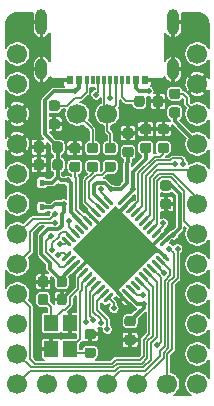
<source format=gtl>
G04 #@! TF.GenerationSoftware,KiCad,Pcbnew,(5.1.6)-1*
G04 #@! TF.CreationDate,2020-09-27T19:06:04+08:00*
G04 #@! TF.ProjectId,Alvaro,416c7661-726f-42e6-9b69-6361645f7063,C*
G04 #@! TF.SameCoordinates,Original*
G04 #@! TF.FileFunction,Copper,L1,Top*
G04 #@! TF.FilePolarity,Positive*
%FSLAX46Y46*%
G04 Gerber Fmt 4.6, Leading zero omitted, Abs format (unit mm)*
G04 Created by KiCad (PCBNEW (5.1.6)-1) date 2020-09-27 19:06:04*
%MOMM*%
%LPD*%
G01*
G04 APERTURE LIST*
G04 #@! TA.AperFunction,SMDPad,CuDef*
%ADD10R,0.300000X0.800000*%
G04 #@! TD*
G04 #@! TA.AperFunction,SMDPad,CuDef*
%ADD11R,0.600000X0.800000*%
G04 #@! TD*
G04 #@! TA.AperFunction,ComponentPad*
%ADD12O,1.000000X1.800000*%
G04 #@! TD*
G04 #@! TA.AperFunction,ComponentPad*
%ADD13O,1.000000X2.200000*%
G04 #@! TD*
G04 #@! TA.AperFunction,ComponentPad*
%ADD14C,1.700000*%
G04 #@! TD*
G04 #@! TA.AperFunction,SMDPad,CuDef*
%ADD15C,0.100000*%
G04 #@! TD*
G04 #@! TA.AperFunction,SMDPad,CuDef*
%ADD16R,0.450000X0.600000*%
G04 #@! TD*
G04 #@! TA.AperFunction,SMDPad,CuDef*
%ADD17R,1.200000X1.400000*%
G04 #@! TD*
G04 #@! TA.AperFunction,ViaPad*
%ADD18C,0.500000*%
G04 #@! TD*
G04 #@! TA.AperFunction,Conductor*
%ADD19C,0.310000*%
G04 #@! TD*
G04 #@! TA.AperFunction,Conductor*
%ADD20C,0.160000*%
G04 #@! TD*
G04 APERTURE END LIST*
D10*
X28250000Y-29500000D03*
X28750000Y-29500000D03*
X31750000Y-29500000D03*
X31250000Y-29500000D03*
X30250000Y-29500000D03*
X29750000Y-29500000D03*
X30750000Y-29500000D03*
X29250000Y-29500000D03*
D11*
X27600000Y-29500000D03*
X32400000Y-29500000D03*
X33200000Y-29500000D03*
X26800000Y-29500000D03*
D12*
X24425000Y-28600000D03*
X35575000Y-28600000D03*
D13*
X24425000Y-24600000D03*
X35575000Y-24600000D03*
D14*
X24920000Y-55240000D03*
X27460000Y-55240000D03*
X30000000Y-55240000D03*
X32540000Y-55240000D03*
X35080000Y-55240000D03*
X22380000Y-27300000D03*
X22380000Y-29840000D03*
X22380000Y-32380000D03*
X22380000Y-34920000D03*
X22380000Y-37460000D03*
X22380000Y-40000000D03*
X22380000Y-42540000D03*
X22380000Y-45080000D03*
X22380000Y-47620000D03*
X22380000Y-50160000D03*
X22380000Y-52700000D03*
X22380000Y-55240000D03*
X37620000Y-55240000D03*
X37620000Y-52700000D03*
X37620000Y-50160000D03*
X37620000Y-47620000D03*
X37620000Y-45080000D03*
X37620000Y-42540000D03*
X37620000Y-40000000D03*
X37620000Y-37460000D03*
X37620000Y-34920000D03*
X37620000Y-32380000D03*
X37620000Y-29840000D03*
X37620000Y-27300000D03*
X30000000Y-32380000D03*
X27460000Y-32380000D03*
G04 #@! TA.AperFunction,SMDPad,CuDef*
G36*
G01*
X24650000Y-36418750D02*
X24650000Y-36931250D01*
G75*
G02*
X24431250Y-37150000I-218750J0D01*
G01*
X23993750Y-37150000D01*
G75*
G02*
X23775000Y-36931250I0J218750D01*
G01*
X23775000Y-36418750D01*
G75*
G02*
X23993750Y-36200000I218750J0D01*
G01*
X24431250Y-36200000D01*
G75*
G02*
X24650000Y-36418750I0J-218750D01*
G01*
G37*
G04 #@! TD.AperFunction*
G04 #@! TA.AperFunction,SMDPad,CuDef*
G36*
G01*
X26225000Y-36418750D02*
X26225000Y-36931250D01*
G75*
G02*
X26006250Y-37150000I-218750J0D01*
G01*
X25568750Y-37150000D01*
G75*
G02*
X25350000Y-36931250I0J218750D01*
G01*
X25350000Y-36418750D01*
G75*
G02*
X25568750Y-36200000I218750J0D01*
G01*
X26006250Y-36200000D01*
G75*
G02*
X26225000Y-36418750I0J-218750D01*
G01*
G37*
G04 #@! TD.AperFunction*
G04 #@! TA.AperFunction,SMDPad,CuDef*
D15*
G36*
X27023045Y-43800000D02*
G01*
X30700000Y-40123045D01*
X34376955Y-43800000D01*
X30700000Y-47476955D01*
X27023045Y-43800000D01*
G37*
G04 #@! TD.AperFunction*
G04 #@! TA.AperFunction,SMDPad,CuDef*
G36*
G01*
X30912132Y-40052334D02*
X30912132Y-40052334D01*
G75*
G02*
X30912132Y-39840202I106066J106066D01*
G01*
X31477818Y-39274516D01*
G75*
G02*
X31689950Y-39274516I106066J-106066D01*
G01*
X31689950Y-39274516D01*
G75*
G02*
X31689950Y-39486648I-106066J-106066D01*
G01*
X31124264Y-40052334D01*
G75*
G02*
X30912132Y-40052334I-106066J106066D01*
G01*
G37*
G04 #@! TD.AperFunction*
G04 #@! TA.AperFunction,SMDPad,CuDef*
G36*
G01*
X31265685Y-40405888D02*
X31265685Y-40405888D01*
G75*
G02*
X31265685Y-40193756I106066J106066D01*
G01*
X31831371Y-39628070D01*
G75*
G02*
X32043503Y-39628070I106066J-106066D01*
G01*
X32043503Y-39628070D01*
G75*
G02*
X32043503Y-39840202I-106066J-106066D01*
G01*
X31477817Y-40405888D01*
G75*
G02*
X31265685Y-40405888I-106066J106066D01*
G01*
G37*
G04 #@! TD.AperFunction*
G04 #@! TA.AperFunction,SMDPad,CuDef*
G36*
G01*
X31619239Y-40759441D02*
X31619239Y-40759441D01*
G75*
G02*
X31619239Y-40547309I106066J106066D01*
G01*
X32184925Y-39981623D01*
G75*
G02*
X32397057Y-39981623I106066J-106066D01*
G01*
X32397057Y-39981623D01*
G75*
G02*
X32397057Y-40193755I-106066J-106066D01*
G01*
X31831371Y-40759441D01*
G75*
G02*
X31619239Y-40759441I-106066J106066D01*
G01*
G37*
G04 #@! TD.AperFunction*
G04 #@! TA.AperFunction,SMDPad,CuDef*
G36*
G01*
X31972792Y-41112995D02*
X31972792Y-41112995D01*
G75*
G02*
X31972792Y-40900863I106066J106066D01*
G01*
X32538478Y-40335177D01*
G75*
G02*
X32750610Y-40335177I106066J-106066D01*
G01*
X32750610Y-40335177D01*
G75*
G02*
X32750610Y-40547309I-106066J-106066D01*
G01*
X32184924Y-41112995D01*
G75*
G02*
X31972792Y-41112995I-106066J106066D01*
G01*
G37*
G04 #@! TD.AperFunction*
G04 #@! TA.AperFunction,SMDPad,CuDef*
G36*
G01*
X32326345Y-41466548D02*
X32326345Y-41466548D01*
G75*
G02*
X32326345Y-41254416I106066J106066D01*
G01*
X32892031Y-40688730D01*
G75*
G02*
X33104163Y-40688730I106066J-106066D01*
G01*
X33104163Y-40688730D01*
G75*
G02*
X33104163Y-40900862I-106066J-106066D01*
G01*
X32538477Y-41466548D01*
G75*
G02*
X32326345Y-41466548I-106066J106066D01*
G01*
G37*
G04 #@! TD.AperFunction*
G04 #@! TA.AperFunction,SMDPad,CuDef*
G36*
G01*
X32679899Y-41820101D02*
X32679899Y-41820101D01*
G75*
G02*
X32679899Y-41607969I106066J106066D01*
G01*
X33245585Y-41042283D01*
G75*
G02*
X33457717Y-41042283I106066J-106066D01*
G01*
X33457717Y-41042283D01*
G75*
G02*
X33457717Y-41254415I-106066J-106066D01*
G01*
X32892031Y-41820101D01*
G75*
G02*
X32679899Y-41820101I-106066J106066D01*
G01*
G37*
G04 #@! TD.AperFunction*
G04 #@! TA.AperFunction,SMDPad,CuDef*
G36*
G01*
X33033452Y-42173655D02*
X33033452Y-42173655D01*
G75*
G02*
X33033452Y-41961523I106066J106066D01*
G01*
X33599138Y-41395837D01*
G75*
G02*
X33811270Y-41395837I106066J-106066D01*
G01*
X33811270Y-41395837D01*
G75*
G02*
X33811270Y-41607969I-106066J-106066D01*
G01*
X33245584Y-42173655D01*
G75*
G02*
X33033452Y-42173655I-106066J106066D01*
G01*
G37*
G04 #@! TD.AperFunction*
G04 #@! TA.AperFunction,SMDPad,CuDef*
G36*
G01*
X33387005Y-42527208D02*
X33387005Y-42527208D01*
G75*
G02*
X33387005Y-42315076I106066J106066D01*
G01*
X33952691Y-41749390D01*
G75*
G02*
X34164823Y-41749390I106066J-106066D01*
G01*
X34164823Y-41749390D01*
G75*
G02*
X34164823Y-41961522I-106066J-106066D01*
G01*
X33599137Y-42527208D01*
G75*
G02*
X33387005Y-42527208I-106066J106066D01*
G01*
G37*
G04 #@! TD.AperFunction*
G04 #@! TA.AperFunction,SMDPad,CuDef*
G36*
G01*
X33740559Y-42880761D02*
X33740559Y-42880761D01*
G75*
G02*
X33740559Y-42668629I106066J106066D01*
G01*
X34306245Y-42102943D01*
G75*
G02*
X34518377Y-42102943I106066J-106066D01*
G01*
X34518377Y-42102943D01*
G75*
G02*
X34518377Y-42315075I-106066J-106066D01*
G01*
X33952691Y-42880761D01*
G75*
G02*
X33740559Y-42880761I-106066J106066D01*
G01*
G37*
G04 #@! TD.AperFunction*
G04 #@! TA.AperFunction,SMDPad,CuDef*
G36*
G01*
X34094112Y-43234315D02*
X34094112Y-43234315D01*
G75*
G02*
X34094112Y-43022183I106066J106066D01*
G01*
X34659798Y-42456497D01*
G75*
G02*
X34871930Y-42456497I106066J-106066D01*
G01*
X34871930Y-42456497D01*
G75*
G02*
X34871930Y-42668629I-106066J-106066D01*
G01*
X34306244Y-43234315D01*
G75*
G02*
X34094112Y-43234315I-106066J106066D01*
G01*
G37*
G04 #@! TD.AperFunction*
G04 #@! TA.AperFunction,SMDPad,CuDef*
G36*
G01*
X34447666Y-43587868D02*
X34447666Y-43587868D01*
G75*
G02*
X34447666Y-43375736I106066J106066D01*
G01*
X35013352Y-42810050D01*
G75*
G02*
X35225484Y-42810050I106066J-106066D01*
G01*
X35225484Y-42810050D01*
G75*
G02*
X35225484Y-43022182I-106066J-106066D01*
G01*
X34659798Y-43587868D01*
G75*
G02*
X34447666Y-43587868I-106066J106066D01*
G01*
G37*
G04 #@! TD.AperFunction*
G04 #@! TA.AperFunction,SMDPad,CuDef*
G36*
G01*
X34447666Y-44012132D02*
X34447666Y-44012132D01*
G75*
G02*
X34659798Y-44012132I106066J-106066D01*
G01*
X35225484Y-44577818D01*
G75*
G02*
X35225484Y-44789950I-106066J-106066D01*
G01*
X35225484Y-44789950D01*
G75*
G02*
X35013352Y-44789950I-106066J106066D01*
G01*
X34447666Y-44224264D01*
G75*
G02*
X34447666Y-44012132I106066J106066D01*
G01*
G37*
G04 #@! TD.AperFunction*
G04 #@! TA.AperFunction,SMDPad,CuDef*
G36*
G01*
X34094112Y-44365685D02*
X34094112Y-44365685D01*
G75*
G02*
X34306244Y-44365685I106066J-106066D01*
G01*
X34871930Y-44931371D01*
G75*
G02*
X34871930Y-45143503I-106066J-106066D01*
G01*
X34871930Y-45143503D01*
G75*
G02*
X34659798Y-45143503I-106066J106066D01*
G01*
X34094112Y-44577817D01*
G75*
G02*
X34094112Y-44365685I106066J106066D01*
G01*
G37*
G04 #@! TD.AperFunction*
G04 #@! TA.AperFunction,SMDPad,CuDef*
G36*
G01*
X33740559Y-44719239D02*
X33740559Y-44719239D01*
G75*
G02*
X33952691Y-44719239I106066J-106066D01*
G01*
X34518377Y-45284925D01*
G75*
G02*
X34518377Y-45497057I-106066J-106066D01*
G01*
X34518377Y-45497057D01*
G75*
G02*
X34306245Y-45497057I-106066J106066D01*
G01*
X33740559Y-44931371D01*
G75*
G02*
X33740559Y-44719239I106066J106066D01*
G01*
G37*
G04 #@! TD.AperFunction*
G04 #@! TA.AperFunction,SMDPad,CuDef*
G36*
G01*
X33387005Y-45072792D02*
X33387005Y-45072792D01*
G75*
G02*
X33599137Y-45072792I106066J-106066D01*
G01*
X34164823Y-45638478D01*
G75*
G02*
X34164823Y-45850610I-106066J-106066D01*
G01*
X34164823Y-45850610D01*
G75*
G02*
X33952691Y-45850610I-106066J106066D01*
G01*
X33387005Y-45284924D01*
G75*
G02*
X33387005Y-45072792I106066J106066D01*
G01*
G37*
G04 #@! TD.AperFunction*
G04 #@! TA.AperFunction,SMDPad,CuDef*
G36*
G01*
X33033452Y-45426345D02*
X33033452Y-45426345D01*
G75*
G02*
X33245584Y-45426345I106066J-106066D01*
G01*
X33811270Y-45992031D01*
G75*
G02*
X33811270Y-46204163I-106066J-106066D01*
G01*
X33811270Y-46204163D01*
G75*
G02*
X33599138Y-46204163I-106066J106066D01*
G01*
X33033452Y-45638477D01*
G75*
G02*
X33033452Y-45426345I106066J106066D01*
G01*
G37*
G04 #@! TD.AperFunction*
G04 #@! TA.AperFunction,SMDPad,CuDef*
G36*
G01*
X32679899Y-45779899D02*
X32679899Y-45779899D01*
G75*
G02*
X32892031Y-45779899I106066J-106066D01*
G01*
X33457717Y-46345585D01*
G75*
G02*
X33457717Y-46557717I-106066J-106066D01*
G01*
X33457717Y-46557717D01*
G75*
G02*
X33245585Y-46557717I-106066J106066D01*
G01*
X32679899Y-45992031D01*
G75*
G02*
X32679899Y-45779899I106066J106066D01*
G01*
G37*
G04 #@! TD.AperFunction*
G04 #@! TA.AperFunction,SMDPad,CuDef*
G36*
G01*
X32326345Y-46133452D02*
X32326345Y-46133452D01*
G75*
G02*
X32538477Y-46133452I106066J-106066D01*
G01*
X33104163Y-46699138D01*
G75*
G02*
X33104163Y-46911270I-106066J-106066D01*
G01*
X33104163Y-46911270D01*
G75*
G02*
X32892031Y-46911270I-106066J106066D01*
G01*
X32326345Y-46345584D01*
G75*
G02*
X32326345Y-46133452I106066J106066D01*
G01*
G37*
G04 #@! TD.AperFunction*
G04 #@! TA.AperFunction,SMDPad,CuDef*
G36*
G01*
X31972792Y-46487005D02*
X31972792Y-46487005D01*
G75*
G02*
X32184924Y-46487005I106066J-106066D01*
G01*
X32750610Y-47052691D01*
G75*
G02*
X32750610Y-47264823I-106066J-106066D01*
G01*
X32750610Y-47264823D01*
G75*
G02*
X32538478Y-47264823I-106066J106066D01*
G01*
X31972792Y-46699137D01*
G75*
G02*
X31972792Y-46487005I106066J106066D01*
G01*
G37*
G04 #@! TD.AperFunction*
G04 #@! TA.AperFunction,SMDPad,CuDef*
G36*
G01*
X31619239Y-46840559D02*
X31619239Y-46840559D01*
G75*
G02*
X31831371Y-46840559I106066J-106066D01*
G01*
X32397057Y-47406245D01*
G75*
G02*
X32397057Y-47618377I-106066J-106066D01*
G01*
X32397057Y-47618377D01*
G75*
G02*
X32184925Y-47618377I-106066J106066D01*
G01*
X31619239Y-47052691D01*
G75*
G02*
X31619239Y-46840559I106066J106066D01*
G01*
G37*
G04 #@! TD.AperFunction*
G04 #@! TA.AperFunction,SMDPad,CuDef*
G36*
G01*
X31265685Y-47194112D02*
X31265685Y-47194112D01*
G75*
G02*
X31477817Y-47194112I106066J-106066D01*
G01*
X32043503Y-47759798D01*
G75*
G02*
X32043503Y-47971930I-106066J-106066D01*
G01*
X32043503Y-47971930D01*
G75*
G02*
X31831371Y-47971930I-106066J106066D01*
G01*
X31265685Y-47406244D01*
G75*
G02*
X31265685Y-47194112I106066J106066D01*
G01*
G37*
G04 #@! TD.AperFunction*
G04 #@! TA.AperFunction,SMDPad,CuDef*
G36*
G01*
X30912132Y-47547666D02*
X30912132Y-47547666D01*
G75*
G02*
X31124264Y-47547666I106066J-106066D01*
G01*
X31689950Y-48113352D01*
G75*
G02*
X31689950Y-48325484I-106066J-106066D01*
G01*
X31689950Y-48325484D01*
G75*
G02*
X31477818Y-48325484I-106066J106066D01*
G01*
X30912132Y-47759798D01*
G75*
G02*
X30912132Y-47547666I106066J106066D01*
G01*
G37*
G04 #@! TD.AperFunction*
G04 #@! TA.AperFunction,SMDPad,CuDef*
G36*
G01*
X29710050Y-48325484D02*
X29710050Y-48325484D01*
G75*
G02*
X29710050Y-48113352I106066J106066D01*
G01*
X30275736Y-47547666D01*
G75*
G02*
X30487868Y-47547666I106066J-106066D01*
G01*
X30487868Y-47547666D01*
G75*
G02*
X30487868Y-47759798I-106066J-106066D01*
G01*
X29922182Y-48325484D01*
G75*
G02*
X29710050Y-48325484I-106066J106066D01*
G01*
G37*
G04 #@! TD.AperFunction*
G04 #@! TA.AperFunction,SMDPad,CuDef*
G36*
G01*
X29356497Y-47971930D02*
X29356497Y-47971930D01*
G75*
G02*
X29356497Y-47759798I106066J106066D01*
G01*
X29922183Y-47194112D01*
G75*
G02*
X30134315Y-47194112I106066J-106066D01*
G01*
X30134315Y-47194112D01*
G75*
G02*
X30134315Y-47406244I-106066J-106066D01*
G01*
X29568629Y-47971930D01*
G75*
G02*
X29356497Y-47971930I-106066J106066D01*
G01*
G37*
G04 #@! TD.AperFunction*
G04 #@! TA.AperFunction,SMDPad,CuDef*
G36*
G01*
X29002943Y-47618377D02*
X29002943Y-47618377D01*
G75*
G02*
X29002943Y-47406245I106066J106066D01*
G01*
X29568629Y-46840559D01*
G75*
G02*
X29780761Y-46840559I106066J-106066D01*
G01*
X29780761Y-46840559D01*
G75*
G02*
X29780761Y-47052691I-106066J-106066D01*
G01*
X29215075Y-47618377D01*
G75*
G02*
X29002943Y-47618377I-106066J106066D01*
G01*
G37*
G04 #@! TD.AperFunction*
G04 #@! TA.AperFunction,SMDPad,CuDef*
G36*
G01*
X28649390Y-47264823D02*
X28649390Y-47264823D01*
G75*
G02*
X28649390Y-47052691I106066J106066D01*
G01*
X29215076Y-46487005D01*
G75*
G02*
X29427208Y-46487005I106066J-106066D01*
G01*
X29427208Y-46487005D01*
G75*
G02*
X29427208Y-46699137I-106066J-106066D01*
G01*
X28861522Y-47264823D01*
G75*
G02*
X28649390Y-47264823I-106066J106066D01*
G01*
G37*
G04 #@! TD.AperFunction*
G04 #@! TA.AperFunction,SMDPad,CuDef*
G36*
G01*
X28295837Y-46911270D02*
X28295837Y-46911270D01*
G75*
G02*
X28295837Y-46699138I106066J106066D01*
G01*
X28861523Y-46133452D01*
G75*
G02*
X29073655Y-46133452I106066J-106066D01*
G01*
X29073655Y-46133452D01*
G75*
G02*
X29073655Y-46345584I-106066J-106066D01*
G01*
X28507969Y-46911270D01*
G75*
G02*
X28295837Y-46911270I-106066J106066D01*
G01*
G37*
G04 #@! TD.AperFunction*
G04 #@! TA.AperFunction,SMDPad,CuDef*
G36*
G01*
X27942283Y-46557717D02*
X27942283Y-46557717D01*
G75*
G02*
X27942283Y-46345585I106066J106066D01*
G01*
X28507969Y-45779899D01*
G75*
G02*
X28720101Y-45779899I106066J-106066D01*
G01*
X28720101Y-45779899D01*
G75*
G02*
X28720101Y-45992031I-106066J-106066D01*
G01*
X28154415Y-46557717D01*
G75*
G02*
X27942283Y-46557717I-106066J106066D01*
G01*
G37*
G04 #@! TD.AperFunction*
G04 #@! TA.AperFunction,SMDPad,CuDef*
G36*
G01*
X27588730Y-46204163D02*
X27588730Y-46204163D01*
G75*
G02*
X27588730Y-45992031I106066J106066D01*
G01*
X28154416Y-45426345D01*
G75*
G02*
X28366548Y-45426345I106066J-106066D01*
G01*
X28366548Y-45426345D01*
G75*
G02*
X28366548Y-45638477I-106066J-106066D01*
G01*
X27800862Y-46204163D01*
G75*
G02*
X27588730Y-46204163I-106066J106066D01*
G01*
G37*
G04 #@! TD.AperFunction*
G04 #@! TA.AperFunction,SMDPad,CuDef*
G36*
G01*
X27235177Y-45850610D02*
X27235177Y-45850610D01*
G75*
G02*
X27235177Y-45638478I106066J106066D01*
G01*
X27800863Y-45072792D01*
G75*
G02*
X28012995Y-45072792I106066J-106066D01*
G01*
X28012995Y-45072792D01*
G75*
G02*
X28012995Y-45284924I-106066J-106066D01*
G01*
X27447309Y-45850610D01*
G75*
G02*
X27235177Y-45850610I-106066J106066D01*
G01*
G37*
G04 #@! TD.AperFunction*
G04 #@! TA.AperFunction,SMDPad,CuDef*
G36*
G01*
X26881623Y-45497057D02*
X26881623Y-45497057D01*
G75*
G02*
X26881623Y-45284925I106066J106066D01*
G01*
X27447309Y-44719239D01*
G75*
G02*
X27659441Y-44719239I106066J-106066D01*
G01*
X27659441Y-44719239D01*
G75*
G02*
X27659441Y-44931371I-106066J-106066D01*
G01*
X27093755Y-45497057D01*
G75*
G02*
X26881623Y-45497057I-106066J106066D01*
G01*
G37*
G04 #@! TD.AperFunction*
G04 #@! TA.AperFunction,SMDPad,CuDef*
G36*
G01*
X26528070Y-45143503D02*
X26528070Y-45143503D01*
G75*
G02*
X26528070Y-44931371I106066J106066D01*
G01*
X27093756Y-44365685D01*
G75*
G02*
X27305888Y-44365685I106066J-106066D01*
G01*
X27305888Y-44365685D01*
G75*
G02*
X27305888Y-44577817I-106066J-106066D01*
G01*
X26740202Y-45143503D01*
G75*
G02*
X26528070Y-45143503I-106066J106066D01*
G01*
G37*
G04 #@! TD.AperFunction*
G04 #@! TA.AperFunction,SMDPad,CuDef*
G36*
G01*
X26174516Y-44789950D02*
X26174516Y-44789950D01*
G75*
G02*
X26174516Y-44577818I106066J106066D01*
G01*
X26740202Y-44012132D01*
G75*
G02*
X26952334Y-44012132I106066J-106066D01*
G01*
X26952334Y-44012132D01*
G75*
G02*
X26952334Y-44224264I-106066J-106066D01*
G01*
X26386648Y-44789950D01*
G75*
G02*
X26174516Y-44789950I-106066J106066D01*
G01*
G37*
G04 #@! TD.AperFunction*
G04 #@! TA.AperFunction,SMDPad,CuDef*
G36*
G01*
X26174516Y-42810050D02*
X26174516Y-42810050D01*
G75*
G02*
X26386648Y-42810050I106066J-106066D01*
G01*
X26952334Y-43375736D01*
G75*
G02*
X26952334Y-43587868I-106066J-106066D01*
G01*
X26952334Y-43587868D01*
G75*
G02*
X26740202Y-43587868I-106066J106066D01*
G01*
X26174516Y-43022182D01*
G75*
G02*
X26174516Y-42810050I106066J106066D01*
G01*
G37*
G04 #@! TD.AperFunction*
G04 #@! TA.AperFunction,SMDPad,CuDef*
G36*
G01*
X26528070Y-42456497D02*
X26528070Y-42456497D01*
G75*
G02*
X26740202Y-42456497I106066J-106066D01*
G01*
X27305888Y-43022183D01*
G75*
G02*
X27305888Y-43234315I-106066J-106066D01*
G01*
X27305888Y-43234315D01*
G75*
G02*
X27093756Y-43234315I-106066J106066D01*
G01*
X26528070Y-42668629D01*
G75*
G02*
X26528070Y-42456497I106066J106066D01*
G01*
G37*
G04 #@! TD.AperFunction*
G04 #@! TA.AperFunction,SMDPad,CuDef*
G36*
G01*
X26881623Y-42102943D02*
X26881623Y-42102943D01*
G75*
G02*
X27093755Y-42102943I106066J-106066D01*
G01*
X27659441Y-42668629D01*
G75*
G02*
X27659441Y-42880761I-106066J-106066D01*
G01*
X27659441Y-42880761D01*
G75*
G02*
X27447309Y-42880761I-106066J106066D01*
G01*
X26881623Y-42315075D01*
G75*
G02*
X26881623Y-42102943I106066J106066D01*
G01*
G37*
G04 #@! TD.AperFunction*
G04 #@! TA.AperFunction,SMDPad,CuDef*
G36*
G01*
X27235177Y-41749390D02*
X27235177Y-41749390D01*
G75*
G02*
X27447309Y-41749390I106066J-106066D01*
G01*
X28012995Y-42315076D01*
G75*
G02*
X28012995Y-42527208I-106066J-106066D01*
G01*
X28012995Y-42527208D01*
G75*
G02*
X27800863Y-42527208I-106066J106066D01*
G01*
X27235177Y-41961522D01*
G75*
G02*
X27235177Y-41749390I106066J106066D01*
G01*
G37*
G04 #@! TD.AperFunction*
G04 #@! TA.AperFunction,SMDPad,CuDef*
G36*
G01*
X27588730Y-41395837D02*
X27588730Y-41395837D01*
G75*
G02*
X27800862Y-41395837I106066J-106066D01*
G01*
X28366548Y-41961523D01*
G75*
G02*
X28366548Y-42173655I-106066J-106066D01*
G01*
X28366548Y-42173655D01*
G75*
G02*
X28154416Y-42173655I-106066J106066D01*
G01*
X27588730Y-41607969D01*
G75*
G02*
X27588730Y-41395837I106066J106066D01*
G01*
G37*
G04 #@! TD.AperFunction*
G04 #@! TA.AperFunction,SMDPad,CuDef*
G36*
G01*
X27942283Y-41042283D02*
X27942283Y-41042283D01*
G75*
G02*
X28154415Y-41042283I106066J-106066D01*
G01*
X28720101Y-41607969D01*
G75*
G02*
X28720101Y-41820101I-106066J-106066D01*
G01*
X28720101Y-41820101D01*
G75*
G02*
X28507969Y-41820101I-106066J106066D01*
G01*
X27942283Y-41254415D01*
G75*
G02*
X27942283Y-41042283I106066J106066D01*
G01*
G37*
G04 #@! TD.AperFunction*
G04 #@! TA.AperFunction,SMDPad,CuDef*
G36*
G01*
X28295837Y-40688730D02*
X28295837Y-40688730D01*
G75*
G02*
X28507969Y-40688730I106066J-106066D01*
G01*
X29073655Y-41254416D01*
G75*
G02*
X29073655Y-41466548I-106066J-106066D01*
G01*
X29073655Y-41466548D01*
G75*
G02*
X28861523Y-41466548I-106066J106066D01*
G01*
X28295837Y-40900862D01*
G75*
G02*
X28295837Y-40688730I106066J106066D01*
G01*
G37*
G04 #@! TD.AperFunction*
G04 #@! TA.AperFunction,SMDPad,CuDef*
G36*
G01*
X28649390Y-40335177D02*
X28649390Y-40335177D01*
G75*
G02*
X28861522Y-40335177I106066J-106066D01*
G01*
X29427208Y-40900863D01*
G75*
G02*
X29427208Y-41112995I-106066J-106066D01*
G01*
X29427208Y-41112995D01*
G75*
G02*
X29215076Y-41112995I-106066J106066D01*
G01*
X28649390Y-40547309D01*
G75*
G02*
X28649390Y-40335177I106066J106066D01*
G01*
G37*
G04 #@! TD.AperFunction*
G04 #@! TA.AperFunction,SMDPad,CuDef*
G36*
G01*
X29002943Y-39981623D02*
X29002943Y-39981623D01*
G75*
G02*
X29215075Y-39981623I106066J-106066D01*
G01*
X29780761Y-40547309D01*
G75*
G02*
X29780761Y-40759441I-106066J-106066D01*
G01*
X29780761Y-40759441D01*
G75*
G02*
X29568629Y-40759441I-106066J106066D01*
G01*
X29002943Y-40193755D01*
G75*
G02*
X29002943Y-39981623I106066J106066D01*
G01*
G37*
G04 #@! TD.AperFunction*
G04 #@! TA.AperFunction,SMDPad,CuDef*
G36*
G01*
X29356497Y-39628070D02*
X29356497Y-39628070D01*
G75*
G02*
X29568629Y-39628070I106066J-106066D01*
G01*
X30134315Y-40193756D01*
G75*
G02*
X30134315Y-40405888I-106066J-106066D01*
G01*
X30134315Y-40405888D01*
G75*
G02*
X29922183Y-40405888I-106066J106066D01*
G01*
X29356497Y-39840202D01*
G75*
G02*
X29356497Y-39628070I106066J106066D01*
G01*
G37*
G04 #@! TD.AperFunction*
G04 #@! TA.AperFunction,SMDPad,CuDef*
G36*
G01*
X29710050Y-39274516D02*
X29710050Y-39274516D01*
G75*
G02*
X29922182Y-39274516I106066J-106066D01*
G01*
X30487868Y-39840202D01*
G75*
G02*
X30487868Y-40052334I-106066J-106066D01*
G01*
X30487868Y-40052334D01*
G75*
G02*
X30275736Y-40052334I-106066J106066D01*
G01*
X29710050Y-39486648D01*
G75*
G02*
X29710050Y-39274516I106066J106066D01*
G01*
G37*
G04 #@! TD.AperFunction*
G04 #@! TA.AperFunction,SMDPad,CuDef*
G36*
G01*
X25350000Y-35431250D02*
X25350000Y-34918750D01*
G75*
G02*
X25568750Y-34700000I218750J0D01*
G01*
X26006250Y-34700000D01*
G75*
G02*
X26225000Y-34918750I0J-218750D01*
G01*
X26225000Y-35431250D01*
G75*
G02*
X26006250Y-35650000I-218750J0D01*
G01*
X25568750Y-35650000D01*
G75*
G02*
X25350000Y-35431250I0J218750D01*
G01*
G37*
G04 #@! TD.AperFunction*
G04 #@! TA.AperFunction,SMDPad,CuDef*
G36*
G01*
X23775000Y-35431250D02*
X23775000Y-34918750D01*
G75*
G02*
X23993750Y-34700000I218750J0D01*
G01*
X24431250Y-34700000D01*
G75*
G02*
X24650000Y-34918750I0J-218750D01*
G01*
X24650000Y-35431250D01*
G75*
G02*
X24431250Y-35650000I-218750J0D01*
G01*
X23993750Y-35650000D01*
G75*
G02*
X23775000Y-35431250I0J218750D01*
G01*
G37*
G04 #@! TD.AperFunction*
G04 #@! TA.AperFunction,SMDPad,CuDef*
G36*
G01*
X30506250Y-35700000D02*
X29993750Y-35700000D01*
G75*
G02*
X29775000Y-35481250I0J218750D01*
G01*
X29775000Y-35043750D01*
G75*
G02*
X29993750Y-34825000I218750J0D01*
G01*
X30506250Y-34825000D01*
G75*
G02*
X30725000Y-35043750I0J-218750D01*
G01*
X30725000Y-35481250D01*
G75*
G02*
X30506250Y-35700000I-218750J0D01*
G01*
G37*
G04 #@! TD.AperFunction*
G04 #@! TA.AperFunction,SMDPad,CuDef*
G36*
G01*
X30506250Y-37275000D02*
X29993750Y-37275000D01*
G75*
G02*
X29775000Y-37056250I0J218750D01*
G01*
X29775000Y-36618750D01*
G75*
G02*
X29993750Y-36400000I218750J0D01*
G01*
X30506250Y-36400000D01*
G75*
G02*
X30725000Y-36618750I0J-218750D01*
G01*
X30725000Y-37056250D01*
G75*
G02*
X30506250Y-37275000I-218750J0D01*
G01*
G37*
G04 #@! TD.AperFunction*
G04 #@! TA.AperFunction,SMDPad,CuDef*
G36*
G01*
X29006250Y-35700000D02*
X28493750Y-35700000D01*
G75*
G02*
X28275000Y-35481250I0J218750D01*
G01*
X28275000Y-35043750D01*
G75*
G02*
X28493750Y-34825000I218750J0D01*
G01*
X29006250Y-34825000D01*
G75*
G02*
X29225000Y-35043750I0J-218750D01*
G01*
X29225000Y-35481250D01*
G75*
G02*
X29006250Y-35700000I-218750J0D01*
G01*
G37*
G04 #@! TD.AperFunction*
G04 #@! TA.AperFunction,SMDPad,CuDef*
G36*
G01*
X29006250Y-37275000D02*
X28493750Y-37275000D01*
G75*
G02*
X28275000Y-37056250I0J218750D01*
G01*
X28275000Y-36618750D01*
G75*
G02*
X28493750Y-36400000I218750J0D01*
G01*
X29006250Y-36400000D01*
G75*
G02*
X29225000Y-36618750I0J-218750D01*
G01*
X29225000Y-37056250D01*
G75*
G02*
X29006250Y-37275000I-218750J0D01*
G01*
G37*
G04 #@! TD.AperFunction*
G04 #@! TA.AperFunction,SMDPad,CuDef*
G36*
G01*
X35443750Y-31800000D02*
X35956250Y-31800000D01*
G75*
G02*
X36175000Y-32018750I0J-218750D01*
G01*
X36175000Y-32456250D01*
G75*
G02*
X35956250Y-32675000I-218750J0D01*
G01*
X35443750Y-32675000D01*
G75*
G02*
X35225000Y-32456250I0J218750D01*
G01*
X35225000Y-32018750D01*
G75*
G02*
X35443750Y-31800000I218750J0D01*
G01*
G37*
G04 #@! TD.AperFunction*
G04 #@! TA.AperFunction,SMDPad,CuDef*
G36*
G01*
X35443750Y-30225000D02*
X35956250Y-30225000D01*
G75*
G02*
X36175000Y-30443750I0J-218750D01*
G01*
X36175000Y-30881250D01*
G75*
G02*
X35956250Y-31100000I-218750J0D01*
G01*
X35443750Y-31100000D01*
G75*
G02*
X35225000Y-30881250I0J218750D01*
G01*
X35225000Y-30443750D01*
G75*
G02*
X35443750Y-30225000I218750J0D01*
G01*
G37*
G04 #@! TD.AperFunction*
G04 #@! TA.AperFunction,SMDPad,CuDef*
G36*
G01*
X25756250Y-32100000D02*
X25243750Y-32100000D01*
G75*
G02*
X25025000Y-31881250I0J218750D01*
G01*
X25025000Y-31443750D01*
G75*
G02*
X25243750Y-31225000I218750J0D01*
G01*
X25756250Y-31225000D01*
G75*
G02*
X25975000Y-31443750I0J-218750D01*
G01*
X25975000Y-31881250D01*
G75*
G02*
X25756250Y-32100000I-218750J0D01*
G01*
G37*
G04 #@! TD.AperFunction*
G04 #@! TA.AperFunction,SMDPad,CuDef*
G36*
G01*
X25756250Y-33675000D02*
X25243750Y-33675000D01*
G75*
G02*
X25025000Y-33456250I0J218750D01*
G01*
X25025000Y-33018750D01*
G75*
G02*
X25243750Y-32800000I218750J0D01*
G01*
X25756250Y-32800000D01*
G75*
G02*
X25975000Y-33018750I0J-218750D01*
G01*
X25975000Y-33456250D01*
G75*
G02*
X25756250Y-33675000I-218750J0D01*
G01*
G37*
G04 #@! TD.AperFunction*
G04 #@! TA.AperFunction,SMDPad,CuDef*
G36*
G01*
X33150000Y-31043750D02*
X33150000Y-31556250D01*
G75*
G02*
X32931250Y-31775000I-218750J0D01*
G01*
X32493750Y-31775000D01*
G75*
G02*
X32275000Y-31556250I0J218750D01*
G01*
X32275000Y-31043750D01*
G75*
G02*
X32493750Y-30825000I218750J0D01*
G01*
X32931250Y-30825000D01*
G75*
G02*
X33150000Y-31043750I0J-218750D01*
G01*
G37*
G04 #@! TD.AperFunction*
G04 #@! TA.AperFunction,SMDPad,CuDef*
G36*
G01*
X34725000Y-31043750D02*
X34725000Y-31556250D01*
G75*
G02*
X34506250Y-31775000I-218750J0D01*
G01*
X34068750Y-31775000D01*
G75*
G02*
X33850000Y-31556250I0J218750D01*
G01*
X33850000Y-31043750D01*
G75*
G02*
X34068750Y-30825000I218750J0D01*
G01*
X34506250Y-30825000D01*
G75*
G02*
X34725000Y-31043750I0J-218750D01*
G01*
G37*
G04 #@! TD.AperFunction*
G04 #@! TA.AperFunction,SMDPad,CuDef*
G36*
G01*
X35006250Y-34100000D02*
X34493750Y-34100000D01*
G75*
G02*
X34275000Y-33881250I0J218750D01*
G01*
X34275000Y-33443750D01*
G75*
G02*
X34493750Y-33225000I218750J0D01*
G01*
X35006250Y-33225000D01*
G75*
G02*
X35225000Y-33443750I0J-218750D01*
G01*
X35225000Y-33881250D01*
G75*
G02*
X35006250Y-34100000I-218750J0D01*
G01*
G37*
G04 #@! TD.AperFunction*
G04 #@! TA.AperFunction,SMDPad,CuDef*
G36*
G01*
X35006250Y-35675000D02*
X34493750Y-35675000D01*
G75*
G02*
X34275000Y-35456250I0J218750D01*
G01*
X34275000Y-35018750D01*
G75*
G02*
X34493750Y-34800000I218750J0D01*
G01*
X35006250Y-34800000D01*
G75*
G02*
X35225000Y-35018750I0J-218750D01*
G01*
X35225000Y-35456250D01*
G75*
G02*
X35006250Y-35675000I-218750J0D01*
G01*
G37*
G04 #@! TD.AperFunction*
G04 #@! TA.AperFunction,SMDPad,CuDef*
G36*
G01*
X27506250Y-35700000D02*
X26993750Y-35700000D01*
G75*
G02*
X26775000Y-35481250I0J218750D01*
G01*
X26775000Y-35043750D01*
G75*
G02*
X26993750Y-34825000I218750J0D01*
G01*
X27506250Y-34825000D01*
G75*
G02*
X27725000Y-35043750I0J-218750D01*
G01*
X27725000Y-35481250D01*
G75*
G02*
X27506250Y-35700000I-218750J0D01*
G01*
G37*
G04 #@! TD.AperFunction*
G04 #@! TA.AperFunction,SMDPad,CuDef*
G36*
G01*
X27506250Y-37275000D02*
X26993750Y-37275000D01*
G75*
G02*
X26775000Y-37056250I0J218750D01*
G01*
X26775000Y-36618750D01*
G75*
G02*
X26993750Y-36400000I218750J0D01*
G01*
X27506250Y-36400000D01*
G75*
G02*
X27725000Y-36618750I0J-218750D01*
G01*
X27725000Y-37056250D01*
G75*
G02*
X27506250Y-37275000I-218750J0D01*
G01*
G37*
G04 #@! TD.AperFunction*
G04 #@! TA.AperFunction,SMDPad,CuDef*
G36*
G01*
X25700000Y-48331250D02*
X25700000Y-47818750D01*
G75*
G02*
X25918750Y-47600000I218750J0D01*
G01*
X26356250Y-47600000D01*
G75*
G02*
X26575000Y-47818750I0J-218750D01*
G01*
X26575000Y-48331250D01*
G75*
G02*
X26356250Y-48550000I-218750J0D01*
G01*
X25918750Y-48550000D01*
G75*
G02*
X25700000Y-48331250I0J218750D01*
G01*
G37*
G04 #@! TD.AperFunction*
G04 #@! TA.AperFunction,SMDPad,CuDef*
G36*
G01*
X24125000Y-48331250D02*
X24125000Y-47818750D01*
G75*
G02*
X24343750Y-47600000I218750J0D01*
G01*
X24781250Y-47600000D01*
G75*
G02*
X25000000Y-47818750I0J-218750D01*
G01*
X25000000Y-48331250D01*
G75*
G02*
X24781250Y-48550000I-218750J0D01*
G01*
X24343750Y-48550000D01*
G75*
G02*
X24125000Y-48331250I0J218750D01*
G01*
G37*
G04 #@! TD.AperFunction*
G04 #@! TA.AperFunction,SMDPad,CuDef*
G36*
G01*
X28806250Y-53025000D02*
X28293750Y-53025000D01*
G75*
G02*
X28075000Y-52806250I0J218750D01*
G01*
X28075000Y-52368750D01*
G75*
G02*
X28293750Y-52150000I218750J0D01*
G01*
X28806250Y-52150000D01*
G75*
G02*
X29025000Y-52368750I0J-218750D01*
G01*
X29025000Y-52806250D01*
G75*
G02*
X28806250Y-53025000I-218750J0D01*
G01*
G37*
G04 #@! TD.AperFunction*
G04 #@! TA.AperFunction,SMDPad,CuDef*
G36*
G01*
X28806250Y-51450000D02*
X28293750Y-51450000D01*
G75*
G02*
X28075000Y-51231250I0J218750D01*
G01*
X28075000Y-50793750D01*
G75*
G02*
X28293750Y-50575000I218750J0D01*
G01*
X28806250Y-50575000D01*
G75*
G02*
X29025000Y-50793750I0J-218750D01*
G01*
X29025000Y-51231250D01*
G75*
G02*
X28806250Y-51450000I-218750J0D01*
G01*
G37*
G04 #@! TD.AperFunction*
G04 #@! TA.AperFunction,SMDPad,CuDef*
G36*
G01*
X32006250Y-34450000D02*
X31493750Y-34450000D01*
G75*
G02*
X31275000Y-34231250I0J218750D01*
G01*
X31275000Y-33793750D01*
G75*
G02*
X31493750Y-33575000I218750J0D01*
G01*
X32006250Y-33575000D01*
G75*
G02*
X32225000Y-33793750I0J-218750D01*
G01*
X32225000Y-34231250D01*
G75*
G02*
X32006250Y-34450000I-218750J0D01*
G01*
G37*
G04 #@! TD.AperFunction*
G04 #@! TA.AperFunction,SMDPad,CuDef*
G36*
G01*
X32006250Y-36025000D02*
X31493750Y-36025000D01*
G75*
G02*
X31275000Y-35806250I0J218750D01*
G01*
X31275000Y-35368750D01*
G75*
G02*
X31493750Y-35150000I218750J0D01*
G01*
X32006250Y-35150000D01*
G75*
G02*
X32225000Y-35368750I0J-218750D01*
G01*
X32225000Y-35806250D01*
G75*
G02*
X32006250Y-36025000I-218750J0D01*
G01*
G37*
G04 #@! TD.AperFunction*
G04 #@! TA.AperFunction,SMDPad,CuDef*
G36*
G01*
X33506250Y-34100000D02*
X32993750Y-34100000D01*
G75*
G02*
X32775000Y-33881250I0J218750D01*
G01*
X32775000Y-33443750D01*
G75*
G02*
X32993750Y-33225000I218750J0D01*
G01*
X33506250Y-33225000D01*
G75*
G02*
X33725000Y-33443750I0J-218750D01*
G01*
X33725000Y-33881250D01*
G75*
G02*
X33506250Y-34100000I-218750J0D01*
G01*
G37*
G04 #@! TD.AperFunction*
G04 #@! TA.AperFunction,SMDPad,CuDef*
G36*
G01*
X33506250Y-35675000D02*
X32993750Y-35675000D01*
G75*
G02*
X32775000Y-35456250I0J218750D01*
G01*
X32775000Y-35018750D01*
G75*
G02*
X32993750Y-34800000I218750J0D01*
G01*
X33506250Y-34800000D01*
G75*
G02*
X33725000Y-35018750I0J-218750D01*
G01*
X33725000Y-35456250D01*
G75*
G02*
X33506250Y-35675000I-218750J0D01*
G01*
G37*
G04 #@! TD.AperFunction*
G04 #@! TA.AperFunction,SMDPad,CuDef*
G36*
G01*
X34693750Y-39562500D02*
X35206250Y-39562500D01*
G75*
G02*
X35425000Y-39781250I0J-218750D01*
G01*
X35425000Y-40218750D01*
G75*
G02*
X35206250Y-40437500I-218750J0D01*
G01*
X34693750Y-40437500D01*
G75*
G02*
X34475000Y-40218750I0J218750D01*
G01*
X34475000Y-39781250D01*
G75*
G02*
X34693750Y-39562500I218750J0D01*
G01*
G37*
G04 #@! TD.AperFunction*
G04 #@! TA.AperFunction,SMDPad,CuDef*
G36*
G01*
X34693750Y-37987500D02*
X35206250Y-37987500D01*
G75*
G02*
X35425000Y-38206250I0J-218750D01*
G01*
X35425000Y-38643750D01*
G75*
G02*
X35206250Y-38862500I-218750J0D01*
G01*
X34693750Y-38862500D01*
G75*
G02*
X34475000Y-38643750I0J218750D01*
G01*
X34475000Y-38206250D01*
G75*
G02*
X34693750Y-37987500I218750J0D01*
G01*
G37*
G04 #@! TD.AperFunction*
G04 #@! TA.AperFunction,SMDPad,CuDef*
G36*
G01*
X31668750Y-49475000D02*
X32181250Y-49475000D01*
G75*
G02*
X32400000Y-49693750I0J-218750D01*
G01*
X32400000Y-50131250D01*
G75*
G02*
X32181250Y-50350000I-218750J0D01*
G01*
X31668750Y-50350000D01*
G75*
G02*
X31450000Y-50131250I0J218750D01*
G01*
X31450000Y-49693750D01*
G75*
G02*
X31668750Y-49475000I218750J0D01*
G01*
G37*
G04 #@! TD.AperFunction*
G04 #@! TA.AperFunction,SMDPad,CuDef*
G36*
G01*
X31668750Y-51050000D02*
X32181250Y-51050000D01*
G75*
G02*
X32400000Y-51268750I0J-218750D01*
G01*
X32400000Y-51706250D01*
G75*
G02*
X32181250Y-51925000I-218750J0D01*
G01*
X31668750Y-51925000D01*
G75*
G02*
X31450000Y-51706250I0J218750D01*
G01*
X31450000Y-51268750D01*
G75*
G02*
X31668750Y-51050000I218750J0D01*
G01*
G37*
G04 #@! TD.AperFunction*
G04 #@! TA.AperFunction,SMDPad,CuDef*
G36*
G01*
X25000000Y-46318750D02*
X25000000Y-46831250D01*
G75*
G02*
X24781250Y-47050000I-218750J0D01*
G01*
X24343750Y-47050000D01*
G75*
G02*
X24125000Y-46831250I0J218750D01*
G01*
X24125000Y-46318750D01*
G75*
G02*
X24343750Y-46100000I218750J0D01*
G01*
X24781250Y-46100000D01*
G75*
G02*
X25000000Y-46318750I0J-218750D01*
G01*
G37*
G04 #@! TD.AperFunction*
G04 #@! TA.AperFunction,SMDPad,CuDef*
G36*
G01*
X26575000Y-46318750D02*
X26575000Y-46831250D01*
G75*
G02*
X26356250Y-47050000I-218750J0D01*
G01*
X25918750Y-47050000D01*
G75*
G02*
X25700000Y-46831250I0J218750D01*
G01*
X25700000Y-46318750D01*
G75*
G02*
X25918750Y-46100000I218750J0D01*
G01*
X26356250Y-46100000D01*
G75*
G02*
X26575000Y-46318750I0J-218750D01*
G01*
G37*
G04 #@! TD.AperFunction*
D16*
X24450000Y-38175000D03*
X24450000Y-40275000D03*
D17*
X25250000Y-52250000D03*
X25250000Y-50050000D03*
X26850000Y-50050000D03*
X26850000Y-52250000D03*
D18*
X33075010Y-48460000D03*
X35599993Y-42600000D03*
X32144943Y-38744456D03*
X26289990Y-39978317D03*
X36800000Y-43850000D03*
X24100000Y-51150000D03*
X24100000Y-50050000D03*
X24100000Y-52250000D03*
X27600000Y-34000000D03*
X36000000Y-49150000D03*
X36200000Y-47500000D03*
X23450000Y-46500000D03*
X35900000Y-53300000D03*
X35575000Y-27225000D03*
X35575000Y-26175000D03*
X24425000Y-27225000D03*
X24425000Y-26200000D03*
X32125000Y-52450000D03*
X32900000Y-49925000D03*
X29775000Y-52900000D03*
X29800000Y-51400000D03*
X25000000Y-38950000D03*
X24125000Y-49100000D03*
X30825000Y-37875000D03*
X24900000Y-35925000D03*
X24600000Y-30150000D03*
X29450000Y-34100000D03*
X33350000Y-32400000D03*
X31600000Y-32400000D03*
X25240040Y-42705931D03*
X34735854Y-41614146D03*
X26721672Y-41471672D03*
X25968156Y-43369947D03*
X25309999Y-43859999D03*
X34229687Y-51929687D03*
X29430020Y-38750001D03*
X34803589Y-45796411D03*
X25585000Y-41564245D03*
X33050000Y-47710000D03*
X25585000Y-40810002D03*
X28182768Y-50012814D03*
X28814335Y-49821175D03*
X29488133Y-50042411D03*
X29999970Y-50600000D03*
X35750000Y-36617471D03*
X35250000Y-43800000D03*
X36410003Y-36617471D03*
X35942965Y-43800000D03*
X25800000Y-44350000D03*
X29039997Y-30739999D03*
X30250000Y-31050000D03*
X26650000Y-38000000D03*
X30325000Y-38750001D03*
X27300000Y-30450000D03*
X33517002Y-30450000D03*
X30555889Y-48819111D03*
D19*
X26137500Y-46241180D02*
X27270532Y-45108148D01*
X26137500Y-46500000D02*
X26137500Y-46241180D01*
X35425000Y-38425000D02*
X36134989Y-39134989D01*
X34950000Y-38425000D02*
X35425000Y-38425000D01*
X31700000Y-49712500D02*
X31822510Y-49712500D01*
X36134989Y-42065004D02*
X35599993Y-42600000D01*
X36134989Y-41684989D02*
X36134989Y-42065004D01*
X36134989Y-41684989D02*
X36134989Y-39134989D01*
X35435534Y-42600000D02*
X34836575Y-43198959D01*
X35599993Y-42600000D02*
X35435534Y-42600000D01*
X32144943Y-38819523D02*
X31301041Y-39663425D01*
X32144943Y-38744456D02*
X32144943Y-38819523D01*
X32123287Y-48051713D02*
X32531573Y-48460000D01*
X32531573Y-48460000D02*
X33075010Y-48460000D01*
X31654594Y-47583021D02*
X32123287Y-48051713D01*
X32123287Y-48051713D02*
X32269675Y-48198101D01*
X33075010Y-48762490D02*
X31925000Y-49912500D01*
X33075010Y-48460000D02*
X33075010Y-48762490D01*
X35700000Y-33000000D02*
X35700000Y-32237500D01*
X37620000Y-34920000D02*
X35700000Y-33000000D01*
X33250000Y-36178872D02*
X33250000Y-35237500D01*
X32144943Y-38744456D02*
X32144943Y-37283929D01*
X32144943Y-37283929D02*
X33250000Y-36178872D01*
X26289990Y-39978317D02*
X26289990Y-40710010D01*
X24424989Y-44258819D02*
X24424988Y-42684781D01*
X24980522Y-42129246D02*
X25856201Y-42129246D01*
X25133085Y-44966915D02*
X24424989Y-44258819D01*
X25133085Y-44966915D02*
X25133085Y-45495585D01*
X25133085Y-45495585D02*
X26137500Y-46500000D01*
X24424988Y-42684781D02*
X24980522Y-42129246D01*
X25596683Y-39978317D02*
X26289990Y-39978317D01*
X25300000Y-40275000D02*
X25596683Y-39978317D01*
X24450000Y-40275000D02*
X25300000Y-40275000D01*
X26156671Y-40843329D02*
X26289990Y-40710010D01*
X26156671Y-41828776D02*
X26156671Y-40843329D01*
X25856201Y-42129246D02*
X26156671Y-41828776D01*
X30700000Y-43092893D02*
X28684746Y-41077639D01*
X30700000Y-43800000D02*
X30700000Y-43092893D01*
X30700000Y-40971573D02*
X31654594Y-40016979D01*
X30700000Y-43800000D02*
X30700000Y-40971573D01*
X33528427Y-43800000D02*
X34483021Y-42845406D01*
X30700000Y-43800000D02*
X33528427Y-43800000D01*
X34381775Y-43946241D02*
X34836575Y-44401041D01*
X30846241Y-43946241D02*
X34381775Y-43946241D01*
X30700000Y-43800000D02*
X30846241Y-43946241D01*
X31301041Y-47915345D02*
X31301041Y-47936575D01*
X30700000Y-47314304D02*
X31301041Y-47915345D01*
X30700000Y-43800000D02*
X30700000Y-47314304D01*
X29285787Y-43800000D02*
X27624086Y-45461701D01*
X30700000Y-43800000D02*
X29285787Y-43800000D01*
X24512500Y-46700000D02*
X24587500Y-46700000D01*
X25100000Y-51832998D02*
X25100000Y-52100000D01*
X26137500Y-48000000D02*
X26062500Y-48000000D01*
X33250000Y-33662500D02*
X34750000Y-33662500D01*
X34525434Y-42845406D02*
X35664979Y-41705861D01*
X34483021Y-42845406D02*
X34525434Y-42845406D01*
X34950000Y-40520042D02*
X35664979Y-41235021D01*
X34950000Y-40000000D02*
X34950000Y-40520042D01*
X27143523Y-45942264D02*
X27624086Y-45461701D01*
X26137500Y-48000000D02*
X27143523Y-46993977D01*
X27143523Y-46993977D02*
X27143523Y-45942264D01*
D20*
X25250000Y-48687500D02*
X24562500Y-48000000D01*
X25250000Y-50050000D02*
X25250000Y-48687500D01*
X25250000Y-49917998D02*
X25250000Y-50050000D01*
X27538533Y-46254360D02*
X27538533Y-47157595D01*
X27977639Y-45815254D02*
X27538533Y-46254360D01*
X26815010Y-48521276D02*
X26377287Y-48958999D01*
X26815010Y-47881118D02*
X26815010Y-48521276D01*
X26377287Y-48958999D02*
X26208999Y-48958999D01*
X27538533Y-47157595D02*
X26815010Y-47881118D01*
X26208999Y-48958999D02*
X25250000Y-49917998D01*
X27375000Y-40475000D02*
X28331192Y-41431192D01*
X27250000Y-36837500D02*
X27250000Y-37700000D01*
X27375000Y-37825000D02*
X27375000Y-40475000D01*
X27250000Y-37700000D02*
X27375000Y-37825000D01*
X26598250Y-45073323D02*
X26916979Y-44754594D01*
X24819998Y-44095200D02*
X25798121Y-45073323D01*
X24819998Y-43125973D02*
X24819998Y-44095200D01*
X25240040Y-42705931D02*
X24819998Y-43125973D01*
X26916979Y-44754594D02*
X26371573Y-45300000D01*
X26024798Y-45300000D02*
X25798121Y-45073323D01*
X26371573Y-45300000D02*
X26024798Y-45300000D01*
X37620000Y-32380000D02*
X36750000Y-31510000D01*
X36750000Y-31000000D02*
X36412500Y-30662500D01*
X36750000Y-31510000D02*
X36750000Y-31000000D01*
X35700000Y-30662500D02*
X36412500Y-30662500D01*
X33594972Y-37751120D02*
X33594972Y-40905028D01*
X37267471Y-37107471D02*
X34238619Y-37107471D01*
X37620000Y-37460000D02*
X37267471Y-37107471D01*
X33594972Y-40905028D02*
X33068808Y-41431192D01*
X34238619Y-37107471D02*
X33594972Y-37751120D01*
X33914981Y-37883671D02*
X34371172Y-37427480D01*
X33914980Y-41292127D02*
X33914981Y-37883671D01*
X33422361Y-41784746D02*
X33914980Y-41292127D01*
X34371172Y-37427480D02*
X35528829Y-37427481D01*
X35528829Y-37427481D02*
X37620000Y-39518652D01*
X37620000Y-39518652D02*
X37620000Y-40000000D01*
X34234990Y-41679223D02*
X33775914Y-42138299D01*
X34234990Y-38016224D02*
X34234990Y-41679223D01*
X36529999Y-41449999D02*
X36529999Y-38881213D01*
X36529999Y-38881213D02*
X35396276Y-37747490D01*
X37620000Y-42540000D02*
X36529999Y-41449999D01*
X35396276Y-37747490D02*
X34503724Y-37747490D01*
X34503724Y-37747490D02*
X34234990Y-38016224D01*
X34129468Y-42491852D02*
X34735854Y-41885466D01*
X34735854Y-41885466D02*
X34735854Y-41614146D01*
X27270532Y-42491852D02*
X26721672Y-41942992D01*
X26721672Y-41471672D02*
X26721672Y-41942992D01*
X26392437Y-43369947D02*
X26563425Y-43198959D01*
X25968156Y-43369947D02*
X26392437Y-43369947D01*
X25309999Y-43859999D02*
X25309999Y-43335139D01*
X25897569Y-42747569D02*
X25897569Y-42646506D01*
X25309999Y-43335139D02*
X25897569Y-42747569D01*
X25897569Y-42646506D02*
X26144075Y-42400000D01*
X26471573Y-42400000D02*
X26916979Y-42845406D01*
X26144075Y-42400000D02*
X26471573Y-42400000D01*
X34525037Y-51634337D02*
X34229687Y-51929687D01*
X33775914Y-45461701D02*
X34525037Y-46210824D01*
X34525037Y-46210824D02*
X34525037Y-51634337D01*
X33708205Y-51758205D02*
X34205028Y-51261380D01*
X33708205Y-53166671D02*
X33708205Y-51758205D01*
X34205028Y-51261380D02*
X34205028Y-46597921D01*
X22380000Y-55240000D02*
X23470001Y-54149999D01*
X30957449Y-53829989D02*
X33044887Y-53829989D01*
X34205028Y-46597921D02*
X33422361Y-45815254D01*
X23470001Y-54149999D02*
X30637439Y-54149999D01*
X30637439Y-54149999D02*
X30957449Y-53829989D01*
X33044887Y-53829989D02*
X33708205Y-53166671D01*
X30504887Y-53829989D02*
X23509989Y-53829989D01*
X23509989Y-53829989D02*
X22380000Y-52700000D01*
X30824897Y-53509979D02*
X30504887Y-53829989D01*
X33885020Y-46985020D02*
X33885019Y-51128829D01*
X33388195Y-53034119D02*
X32912335Y-53509979D01*
X33068808Y-46168808D02*
X33885020Y-46985020D01*
X32912335Y-53509979D02*
X30824897Y-53509979D01*
X33885019Y-51128829D02*
X33388195Y-51625653D01*
X33388195Y-51625653D02*
X33388195Y-53034119D01*
X29430020Y-38994486D02*
X30098959Y-39663425D01*
X29430020Y-38750001D02*
X29430020Y-38994486D01*
X33540001Y-47347108D02*
X32715254Y-46522361D01*
X30372335Y-53509979D02*
X30692345Y-53189969D01*
X23470001Y-53120001D02*
X23859979Y-53509979D01*
X23470001Y-48710001D02*
X23470001Y-53120001D01*
X33565010Y-50996276D02*
X33565010Y-47372117D01*
X33565010Y-47372117D02*
X33540001Y-47347108D01*
X23859979Y-53509979D02*
X30372335Y-53509979D01*
X22380000Y-47620000D02*
X23470001Y-48710001D01*
X30692345Y-53189969D02*
X32779783Y-53189969D01*
X32779783Y-53189969D02*
X33068185Y-52901567D01*
X33068185Y-52901567D02*
X33068185Y-51493101D01*
X33068185Y-51493101D02*
X33565010Y-50996276D01*
X34129468Y-45108148D02*
X34129468Y-45122290D01*
X34129468Y-45122290D02*
X34803589Y-45796411D01*
X25585000Y-41564245D02*
X24255756Y-41564245D01*
X23470001Y-43989999D02*
X22380000Y-45080000D01*
X23470001Y-42350000D02*
X23470001Y-43989999D01*
X24255756Y-41564245D02*
X23470001Y-42350000D01*
X32488680Y-47710000D02*
X33050000Y-47710000D01*
X32008148Y-47229468D02*
X32488680Y-47710000D01*
X25585000Y-40810002D02*
X25150767Y-41244235D01*
X23675765Y-41244235D02*
X22380000Y-42540000D01*
X25150767Y-41244235D02*
X23675765Y-41244235D01*
X28684746Y-46522361D02*
X28366017Y-46841090D01*
X28182768Y-47024339D02*
X28684746Y-46522361D01*
X28182768Y-50012814D02*
X28182768Y-47024339D01*
X28502778Y-49509618D02*
X28814335Y-49821175D01*
X29038299Y-46875914D02*
X28502778Y-47411435D01*
X28502778Y-47411435D02*
X28502778Y-49509618D01*
X29391852Y-47229468D02*
X28822788Y-47798532D01*
X28822788Y-49104426D02*
X28822788Y-48702212D01*
X29488133Y-49769771D02*
X28822788Y-49104426D01*
X28822788Y-47798532D02*
X28822788Y-48702212D01*
X29488133Y-50042411D02*
X29488133Y-49769771D01*
X29999970Y-50600000D02*
X29999970Y-49829046D01*
X29999970Y-49829046D02*
X29142798Y-48971874D01*
X29142798Y-48185629D02*
X29745406Y-47583021D01*
X29142798Y-48971874D02*
X29142798Y-48185629D01*
X33274962Y-40517931D02*
X33274962Y-37618568D01*
X33274962Y-37618568D02*
X34276059Y-36617471D01*
X34276059Y-36617471D02*
X35750000Y-36617471D01*
X32715254Y-41077639D02*
X33274962Y-40517931D01*
X35613600Y-44163600D02*
X35250000Y-43800000D01*
X35613599Y-46176143D02*
X35613600Y-44163600D01*
X32540000Y-55240000D02*
X34759990Y-53020010D01*
X35165057Y-46624685D02*
X35613599Y-46176143D01*
X34759990Y-53020010D02*
X34759990Y-52577148D01*
X34759990Y-52577148D02*
X35165057Y-52172081D01*
X35165057Y-52172081D02*
X35165057Y-46624685D01*
X35080000Y-52709700D02*
X35080000Y-55240000D01*
X35080000Y-52709700D02*
X35485067Y-52304633D01*
X35485067Y-46757237D02*
X35942965Y-46299339D01*
X35485067Y-52304633D02*
X35485067Y-46757237D01*
X35942965Y-46299339D02*
X35942965Y-45757035D01*
X35942965Y-43800000D02*
X35942965Y-45757035D01*
X32954952Y-40130835D02*
X32361701Y-40724086D01*
X32954953Y-37486015D02*
X32954952Y-40130835D01*
X34143507Y-36297461D02*
X32954953Y-37486015D01*
X36410003Y-36263918D02*
X36273555Y-36127470D01*
X36273555Y-36127470D02*
X35514799Y-36127470D01*
X35514799Y-36127470D02*
X35344808Y-36297461D01*
X36410003Y-36617471D02*
X36410003Y-36263918D01*
X35344808Y-36297461D02*
X34143507Y-36297461D01*
X31090001Y-54149999D02*
X30000000Y-55240000D01*
X34439980Y-52444596D02*
X34439980Y-52887458D01*
X34483021Y-44754594D02*
X34486974Y-44754594D01*
X34845047Y-52039529D02*
X34439980Y-52444596D01*
X34486974Y-44754594D02*
X35293590Y-45561210D01*
X35293590Y-45561210D02*
X35293590Y-46043590D01*
X35293590Y-46043590D02*
X34845047Y-46492133D01*
X33177439Y-54149999D02*
X31090001Y-54149999D01*
X34439980Y-52887458D02*
X33177439Y-54149999D01*
X34845047Y-46492133D02*
X34845047Y-52039529D01*
X26312384Y-44150000D02*
X26331192Y-44168808D01*
X26000000Y-44150000D02*
X25800000Y-44350000D01*
X26000000Y-44150000D02*
X26312384Y-44150000D01*
X26563425Y-44401041D02*
X26331192Y-44168808D01*
X30000000Y-32380000D02*
X30000000Y-33800000D01*
X30250000Y-34050000D02*
X30250000Y-35262500D01*
X30000000Y-33800000D02*
X30250000Y-34050000D01*
X29750000Y-32130000D02*
X30000000Y-32380000D01*
X29750000Y-29500000D02*
X29750000Y-32130000D01*
X30750000Y-31630000D02*
X30000000Y-32380000D01*
X30750000Y-29500000D02*
X30750000Y-31630000D01*
X29250000Y-29500000D02*
X29250000Y-30529996D01*
X29250000Y-30529996D02*
X29039997Y-30739999D01*
X28750000Y-33670000D02*
X28750000Y-35262500D01*
X27460000Y-32380000D02*
X28750000Y-33670000D01*
X30250000Y-29500000D02*
X30250000Y-31050000D01*
X26587500Y-52537500D02*
X26300000Y-52250000D01*
X27858543Y-46641457D02*
X28331192Y-46168808D01*
X27858543Y-47290147D02*
X27858543Y-46641457D01*
X26937500Y-52587500D02*
X26600000Y-52250000D01*
X28300000Y-52587500D02*
X26937500Y-52587500D01*
X27690001Y-47458689D02*
X27858543Y-47290147D01*
X26850000Y-52250000D02*
X27690001Y-51409999D01*
X27690001Y-51409999D02*
X27690001Y-47458689D01*
X28486657Y-37100843D02*
X28750000Y-36837500D01*
X29038299Y-40724086D02*
X28150000Y-39835787D01*
X28150000Y-39835787D02*
X28150000Y-37975000D01*
X28750000Y-37375000D02*
X28750000Y-36837500D01*
X28150000Y-37975000D02*
X28750000Y-37375000D01*
X30250000Y-36837500D02*
X29572490Y-37515010D01*
X29572490Y-37515010D02*
X29062552Y-37515010D01*
X29062552Y-37515010D02*
X28470010Y-38107552D01*
X28470010Y-39448690D02*
X29391852Y-40370532D01*
X28470010Y-38107552D02*
X28470010Y-39448690D01*
X34788480Y-35387500D02*
X34900000Y-35387500D01*
X32634943Y-39743737D02*
X32008148Y-40370532D01*
X34750000Y-35237500D02*
X34750000Y-35727451D01*
X34500000Y-35977451D02*
X34010049Y-35977451D01*
X34010049Y-35977451D02*
X32634943Y-37352557D01*
X34750000Y-35727451D02*
X34500000Y-35977451D01*
X32634943Y-37352557D02*
X32634943Y-39743737D01*
D19*
X25787500Y-36725000D02*
X25787500Y-35225000D01*
X28865019Y-39136592D02*
X29745406Y-40016979D01*
X28865019Y-38409981D02*
X28865019Y-39136592D01*
X29090000Y-38185000D02*
X28865019Y-38409981D01*
X29759999Y-38185000D02*
X29090000Y-38185000D01*
X30325000Y-38750001D02*
X29759999Y-38185000D01*
X30325000Y-38750001D02*
X31174999Y-38750001D01*
X31174999Y-38750001D02*
X31674933Y-38250067D01*
X31674933Y-36525067D02*
X31750000Y-36450000D01*
X31674933Y-38250067D02*
X31674933Y-36525067D01*
X31750000Y-35587500D02*
X31750000Y-36450000D01*
X25787500Y-37712500D02*
X25787500Y-36675000D01*
X25325000Y-38175000D02*
X25787500Y-37712500D01*
X26075000Y-38000000D02*
X25787500Y-37712500D01*
X26650000Y-38000000D02*
X26075000Y-38000000D01*
X24450000Y-38175000D02*
X25325000Y-38175000D01*
X26899999Y-38249999D02*
X26650000Y-38000000D01*
X26900000Y-40707107D02*
X26899999Y-38249999D01*
X27977639Y-41784746D02*
X26900000Y-40707107D01*
X27600000Y-29500000D02*
X27600000Y-30150000D01*
X27600000Y-30150000D02*
X27300000Y-30450000D01*
X25482648Y-30450000D02*
X27300000Y-30450000D01*
X24709990Y-34097490D02*
X24709990Y-31222658D01*
X24709990Y-31222658D02*
X25482648Y-30450000D01*
X25787500Y-35175000D02*
X24709990Y-34097490D01*
X32400000Y-30210000D02*
X32640000Y-30450000D01*
X32640000Y-30450000D02*
X33517002Y-30450000D01*
X32400000Y-29500000D02*
X32400000Y-30210000D01*
D20*
X30555889Y-48393505D02*
X30098959Y-47936575D01*
X30555889Y-48819111D02*
X30555889Y-48393505D01*
X28250000Y-30550000D02*
X28250000Y-29500000D01*
X27800000Y-31000000D02*
X28250000Y-30550000D01*
X27232002Y-31000000D02*
X27800000Y-31000000D01*
X25500000Y-31662500D02*
X26569502Y-31662500D01*
X26569502Y-31662500D02*
X27232002Y-31000000D01*
X31250000Y-30214797D02*
X31250000Y-29500000D01*
X32712500Y-31300000D02*
X31600000Y-31300000D01*
X31250000Y-30950000D02*
X31250000Y-30214797D01*
X31600000Y-31300000D02*
X31250000Y-30950000D01*
G36*
X36653202Y-42025750D02*
G01*
X36571888Y-42222059D01*
X36530000Y-42432644D01*
X36530000Y-42647356D01*
X36571888Y-42857941D01*
X36654055Y-43056309D01*
X36773342Y-43234834D01*
X36925166Y-43386658D01*
X37103691Y-43505945D01*
X37302059Y-43588112D01*
X37512644Y-43630000D01*
X37727356Y-43630000D01*
X37937941Y-43588112D01*
X38136309Y-43505945D01*
X38314834Y-43386658D01*
X38466658Y-43234834D01*
X38575000Y-43072689D01*
X38575000Y-44547311D01*
X38466658Y-44385166D01*
X38314834Y-44233342D01*
X38136309Y-44114055D01*
X37937941Y-44031888D01*
X37727356Y-43990000D01*
X37512644Y-43990000D01*
X37302059Y-44031888D01*
X37103691Y-44114055D01*
X36925166Y-44233342D01*
X36773342Y-44385166D01*
X36654055Y-44563691D01*
X36571888Y-44762059D01*
X36530000Y-44972644D01*
X36530000Y-45187356D01*
X36571888Y-45397941D01*
X36654055Y-45596309D01*
X36773342Y-45774834D01*
X36925166Y-45926658D01*
X37103691Y-46045945D01*
X37302059Y-46128112D01*
X37512644Y-46170000D01*
X37727356Y-46170000D01*
X37937941Y-46128112D01*
X38136309Y-46045945D01*
X38314834Y-45926658D01*
X38466658Y-45774834D01*
X38575000Y-45612689D01*
X38575000Y-47087311D01*
X38466658Y-46925166D01*
X38314834Y-46773342D01*
X38136309Y-46654055D01*
X37937941Y-46571888D01*
X37727356Y-46530000D01*
X37512644Y-46530000D01*
X37302059Y-46571888D01*
X37103691Y-46654055D01*
X36925166Y-46773342D01*
X36773342Y-46925166D01*
X36654055Y-47103691D01*
X36571888Y-47302059D01*
X36530000Y-47512644D01*
X36530000Y-47727356D01*
X36571888Y-47937941D01*
X36654055Y-48136309D01*
X36773342Y-48314834D01*
X36925166Y-48466658D01*
X37103691Y-48585945D01*
X37302059Y-48668112D01*
X37512644Y-48710000D01*
X37727356Y-48710000D01*
X37937941Y-48668112D01*
X38136309Y-48585945D01*
X38314834Y-48466658D01*
X38466658Y-48314834D01*
X38575000Y-48152689D01*
X38575000Y-49627311D01*
X38466658Y-49465166D01*
X38314834Y-49313342D01*
X38136309Y-49194055D01*
X37937941Y-49111888D01*
X37727356Y-49070000D01*
X37512644Y-49070000D01*
X37302059Y-49111888D01*
X37103691Y-49194055D01*
X36925166Y-49313342D01*
X36773342Y-49465166D01*
X36654055Y-49643691D01*
X36571888Y-49842059D01*
X36530000Y-50052644D01*
X36530000Y-50267356D01*
X36571888Y-50477941D01*
X36654055Y-50676309D01*
X36773342Y-50854834D01*
X36925166Y-51006658D01*
X37103691Y-51125945D01*
X37302059Y-51208112D01*
X37512644Y-51250000D01*
X37727356Y-51250000D01*
X37937941Y-51208112D01*
X38136309Y-51125945D01*
X38314834Y-51006658D01*
X38466658Y-50854834D01*
X38575000Y-50692689D01*
X38575000Y-52167311D01*
X38466658Y-52005166D01*
X38314834Y-51853342D01*
X38136309Y-51734055D01*
X37937941Y-51651888D01*
X37727356Y-51610000D01*
X37512644Y-51610000D01*
X37302059Y-51651888D01*
X37103691Y-51734055D01*
X36925166Y-51853342D01*
X36773342Y-52005166D01*
X36654055Y-52183691D01*
X36571888Y-52382059D01*
X36530000Y-52592644D01*
X36530000Y-52807356D01*
X36571888Y-53017941D01*
X36654055Y-53216309D01*
X36773342Y-53394834D01*
X36925166Y-53546658D01*
X37103691Y-53665945D01*
X37302059Y-53748112D01*
X37512644Y-53790000D01*
X37727356Y-53790000D01*
X37937941Y-53748112D01*
X38136309Y-53665945D01*
X38314834Y-53546658D01*
X38466658Y-53394834D01*
X38575000Y-53232689D01*
X38575000Y-54707311D01*
X38466658Y-54545166D01*
X38314834Y-54393342D01*
X38136309Y-54274055D01*
X37937941Y-54191888D01*
X37727356Y-54150000D01*
X37512644Y-54150000D01*
X37302059Y-54191888D01*
X37103691Y-54274055D01*
X36925166Y-54393342D01*
X36773342Y-54545166D01*
X36654055Y-54723691D01*
X36571888Y-54922059D01*
X36530000Y-55132644D01*
X36530000Y-55347356D01*
X36571888Y-55557941D01*
X36654055Y-55756309D01*
X36773342Y-55934834D01*
X36925166Y-56086658D01*
X37087311Y-56195000D01*
X35612689Y-56195000D01*
X35774834Y-56086658D01*
X35926658Y-55934834D01*
X36045945Y-55756309D01*
X36128112Y-55557941D01*
X36170000Y-55347356D01*
X36170000Y-55132644D01*
X36128112Y-54922059D01*
X36045945Y-54723691D01*
X35926658Y-54545166D01*
X35774834Y-54393342D01*
X35596309Y-54274055D01*
X35400000Y-54192741D01*
X35400000Y-52842247D01*
X35700231Y-52542018D01*
X35712436Y-52532002D01*
X35722455Y-52519794D01*
X35752424Y-52483276D01*
X35781500Y-52428879D01*
X35782139Y-52427684D01*
X35800437Y-52367364D01*
X35805067Y-52320351D01*
X35805067Y-52320347D01*
X35806615Y-52304634D01*
X35805067Y-52288921D01*
X35805067Y-46889784D01*
X36158124Y-46536728D01*
X36170334Y-46526708D01*
X36190822Y-46501743D01*
X36210323Y-46477982D01*
X36240037Y-46422391D01*
X36251692Y-46383968D01*
X36258335Y-46362070D01*
X36262965Y-46315057D01*
X36262965Y-46315055D01*
X36264513Y-46299339D01*
X36262965Y-46283623D01*
X36262965Y-44172965D01*
X36323573Y-44112357D01*
X36377197Y-44032102D01*
X36414135Y-43942928D01*
X36432965Y-43848261D01*
X36432965Y-43751739D01*
X36414135Y-43657072D01*
X36377197Y-43567898D01*
X36323573Y-43487643D01*
X36255322Y-43419392D01*
X36175067Y-43365768D01*
X36085893Y-43328830D01*
X35991226Y-43310000D01*
X35894704Y-43310000D01*
X35800037Y-43328830D01*
X35710863Y-43365768D01*
X35630608Y-43419392D01*
X35596483Y-43453518D01*
X35562357Y-43419392D01*
X35482102Y-43365768D01*
X35392928Y-43328830D01*
X35298261Y-43310000D01*
X35284147Y-43310000D01*
X35512042Y-43082105D01*
X35551732Y-43090000D01*
X35648254Y-43090000D01*
X35742921Y-43071170D01*
X35832095Y-43034232D01*
X35912350Y-42980608D01*
X35980601Y-42912357D01*
X36034225Y-42832102D01*
X36071163Y-42742928D01*
X36084939Y-42673667D01*
X36400583Y-42358024D01*
X36415647Y-42345662D01*
X36428009Y-42330599D01*
X36428015Y-42330593D01*
X36465008Y-42285516D01*
X36501687Y-42216896D01*
X36524273Y-42142437D01*
X36526711Y-42117680D01*
X36529989Y-42084405D01*
X36529989Y-42084398D01*
X36531899Y-42065004D01*
X36529989Y-42045610D01*
X36529989Y-41902536D01*
X36653202Y-42025750D01*
G37*
X36653202Y-42025750D02*
X36571888Y-42222059D01*
X36530000Y-42432644D01*
X36530000Y-42647356D01*
X36571888Y-42857941D01*
X36654055Y-43056309D01*
X36773342Y-43234834D01*
X36925166Y-43386658D01*
X37103691Y-43505945D01*
X37302059Y-43588112D01*
X37512644Y-43630000D01*
X37727356Y-43630000D01*
X37937941Y-43588112D01*
X38136309Y-43505945D01*
X38314834Y-43386658D01*
X38466658Y-43234834D01*
X38575000Y-43072689D01*
X38575000Y-44547311D01*
X38466658Y-44385166D01*
X38314834Y-44233342D01*
X38136309Y-44114055D01*
X37937941Y-44031888D01*
X37727356Y-43990000D01*
X37512644Y-43990000D01*
X37302059Y-44031888D01*
X37103691Y-44114055D01*
X36925166Y-44233342D01*
X36773342Y-44385166D01*
X36654055Y-44563691D01*
X36571888Y-44762059D01*
X36530000Y-44972644D01*
X36530000Y-45187356D01*
X36571888Y-45397941D01*
X36654055Y-45596309D01*
X36773342Y-45774834D01*
X36925166Y-45926658D01*
X37103691Y-46045945D01*
X37302059Y-46128112D01*
X37512644Y-46170000D01*
X37727356Y-46170000D01*
X37937941Y-46128112D01*
X38136309Y-46045945D01*
X38314834Y-45926658D01*
X38466658Y-45774834D01*
X38575000Y-45612689D01*
X38575000Y-47087311D01*
X38466658Y-46925166D01*
X38314834Y-46773342D01*
X38136309Y-46654055D01*
X37937941Y-46571888D01*
X37727356Y-46530000D01*
X37512644Y-46530000D01*
X37302059Y-46571888D01*
X37103691Y-46654055D01*
X36925166Y-46773342D01*
X36773342Y-46925166D01*
X36654055Y-47103691D01*
X36571888Y-47302059D01*
X36530000Y-47512644D01*
X36530000Y-47727356D01*
X36571888Y-47937941D01*
X36654055Y-48136309D01*
X36773342Y-48314834D01*
X36925166Y-48466658D01*
X37103691Y-48585945D01*
X37302059Y-48668112D01*
X37512644Y-48710000D01*
X37727356Y-48710000D01*
X37937941Y-48668112D01*
X38136309Y-48585945D01*
X38314834Y-48466658D01*
X38466658Y-48314834D01*
X38575000Y-48152689D01*
X38575000Y-49627311D01*
X38466658Y-49465166D01*
X38314834Y-49313342D01*
X38136309Y-49194055D01*
X37937941Y-49111888D01*
X37727356Y-49070000D01*
X37512644Y-49070000D01*
X37302059Y-49111888D01*
X37103691Y-49194055D01*
X36925166Y-49313342D01*
X36773342Y-49465166D01*
X36654055Y-49643691D01*
X36571888Y-49842059D01*
X36530000Y-50052644D01*
X36530000Y-50267356D01*
X36571888Y-50477941D01*
X36654055Y-50676309D01*
X36773342Y-50854834D01*
X36925166Y-51006658D01*
X37103691Y-51125945D01*
X37302059Y-51208112D01*
X37512644Y-51250000D01*
X37727356Y-51250000D01*
X37937941Y-51208112D01*
X38136309Y-51125945D01*
X38314834Y-51006658D01*
X38466658Y-50854834D01*
X38575000Y-50692689D01*
X38575000Y-52167311D01*
X38466658Y-52005166D01*
X38314834Y-51853342D01*
X38136309Y-51734055D01*
X37937941Y-51651888D01*
X37727356Y-51610000D01*
X37512644Y-51610000D01*
X37302059Y-51651888D01*
X37103691Y-51734055D01*
X36925166Y-51853342D01*
X36773342Y-52005166D01*
X36654055Y-52183691D01*
X36571888Y-52382059D01*
X36530000Y-52592644D01*
X36530000Y-52807356D01*
X36571888Y-53017941D01*
X36654055Y-53216309D01*
X36773342Y-53394834D01*
X36925166Y-53546658D01*
X37103691Y-53665945D01*
X37302059Y-53748112D01*
X37512644Y-53790000D01*
X37727356Y-53790000D01*
X37937941Y-53748112D01*
X38136309Y-53665945D01*
X38314834Y-53546658D01*
X38466658Y-53394834D01*
X38575000Y-53232689D01*
X38575000Y-54707311D01*
X38466658Y-54545166D01*
X38314834Y-54393342D01*
X38136309Y-54274055D01*
X37937941Y-54191888D01*
X37727356Y-54150000D01*
X37512644Y-54150000D01*
X37302059Y-54191888D01*
X37103691Y-54274055D01*
X36925166Y-54393342D01*
X36773342Y-54545166D01*
X36654055Y-54723691D01*
X36571888Y-54922059D01*
X36530000Y-55132644D01*
X36530000Y-55347356D01*
X36571888Y-55557941D01*
X36654055Y-55756309D01*
X36773342Y-55934834D01*
X36925166Y-56086658D01*
X37087311Y-56195000D01*
X35612689Y-56195000D01*
X35774834Y-56086658D01*
X35926658Y-55934834D01*
X36045945Y-55756309D01*
X36128112Y-55557941D01*
X36170000Y-55347356D01*
X36170000Y-55132644D01*
X36128112Y-54922059D01*
X36045945Y-54723691D01*
X35926658Y-54545166D01*
X35774834Y-54393342D01*
X35596309Y-54274055D01*
X35400000Y-54192741D01*
X35400000Y-52842247D01*
X35700231Y-52542018D01*
X35712436Y-52532002D01*
X35722455Y-52519794D01*
X35752424Y-52483276D01*
X35781500Y-52428879D01*
X35782139Y-52427684D01*
X35800437Y-52367364D01*
X35805067Y-52320351D01*
X35805067Y-52320347D01*
X35806615Y-52304634D01*
X35805067Y-52288921D01*
X35805067Y-46889784D01*
X36158124Y-46536728D01*
X36170334Y-46526708D01*
X36190822Y-46501743D01*
X36210323Y-46477982D01*
X36240037Y-46422391D01*
X36251692Y-46383968D01*
X36258335Y-46362070D01*
X36262965Y-46315057D01*
X36262965Y-46315055D01*
X36264513Y-46299339D01*
X36262965Y-46283623D01*
X36262965Y-44172965D01*
X36323573Y-44112357D01*
X36377197Y-44032102D01*
X36414135Y-43942928D01*
X36432965Y-43848261D01*
X36432965Y-43751739D01*
X36414135Y-43657072D01*
X36377197Y-43567898D01*
X36323573Y-43487643D01*
X36255322Y-43419392D01*
X36175067Y-43365768D01*
X36085893Y-43328830D01*
X35991226Y-43310000D01*
X35894704Y-43310000D01*
X35800037Y-43328830D01*
X35710863Y-43365768D01*
X35630608Y-43419392D01*
X35596483Y-43453518D01*
X35562357Y-43419392D01*
X35482102Y-43365768D01*
X35392928Y-43328830D01*
X35298261Y-43310000D01*
X35284147Y-43310000D01*
X35512042Y-43082105D01*
X35551732Y-43090000D01*
X35648254Y-43090000D01*
X35742921Y-43071170D01*
X35832095Y-43034232D01*
X35912350Y-42980608D01*
X35980601Y-42912357D01*
X36034225Y-42832102D01*
X36071163Y-42742928D01*
X36084939Y-42673667D01*
X36400583Y-42358024D01*
X36415647Y-42345662D01*
X36428009Y-42330599D01*
X36428015Y-42330593D01*
X36465008Y-42285516D01*
X36501687Y-42216896D01*
X36524273Y-42142437D01*
X36526711Y-42117680D01*
X36529989Y-42084405D01*
X36529989Y-42084398D01*
X36531899Y-42065004D01*
X36529989Y-42045610D01*
X36529989Y-41902536D01*
X36653202Y-42025750D01*
G36*
X31428321Y-47922433D02*
G01*
X31407107Y-47943646D01*
X31861416Y-48397955D01*
X31905202Y-48392243D01*
X32238552Y-48725594D01*
X32250915Y-48740658D01*
X32265978Y-48753020D01*
X32265983Y-48753025D01*
X32299288Y-48780357D01*
X32311061Y-48790019D01*
X32379682Y-48826698D01*
X32435313Y-48843573D01*
X32045048Y-49233839D01*
X31668750Y-49233839D01*
X31579026Y-49242676D01*
X31492750Y-49268848D01*
X31413237Y-49311348D01*
X31343544Y-49368544D01*
X31286348Y-49438237D01*
X31243848Y-49517750D01*
X31217676Y-49604026D01*
X31208839Y-49693750D01*
X31208839Y-50131250D01*
X31217676Y-50220974D01*
X31243848Y-50307250D01*
X31286348Y-50386763D01*
X31343544Y-50456456D01*
X31413237Y-50513652D01*
X31492750Y-50556152D01*
X31579026Y-50582324D01*
X31668750Y-50591161D01*
X32181250Y-50591161D01*
X32270974Y-50582324D01*
X32357250Y-50556152D01*
X32436763Y-50513652D01*
X32506456Y-50456456D01*
X32563652Y-50386763D01*
X32606152Y-50307250D01*
X32632324Y-50220974D01*
X32641161Y-50131250D01*
X32641161Y-49754952D01*
X33245011Y-49151103D01*
X33245010Y-50863728D01*
X32853028Y-51255711D01*
X32840817Y-51265732D01*
X32830797Y-51277942D01*
X32800828Y-51314459D01*
X32782108Y-51349482D01*
X32771114Y-51370050D01*
X32752816Y-51430370D01*
X32750883Y-51450000D01*
X32746637Y-51493101D01*
X32748186Y-51508824D01*
X32748185Y-52769019D01*
X32647236Y-52869969D01*
X30708050Y-52869969D01*
X30692344Y-52868422D01*
X30676638Y-52869969D01*
X30676627Y-52869969D01*
X30629614Y-52874599D01*
X30569294Y-52892897D01*
X30557289Y-52899314D01*
X30513701Y-52922612D01*
X30477184Y-52952581D01*
X30477181Y-52952584D01*
X30464976Y-52962600D01*
X30454959Y-52974806D01*
X30239787Y-53189979D01*
X29059280Y-53189979D01*
X29061763Y-53188652D01*
X29131456Y-53131456D01*
X29188652Y-53061763D01*
X29231152Y-52982250D01*
X29257324Y-52895974D01*
X29266161Y-52806250D01*
X29266161Y-52368750D01*
X29257324Y-52279026D01*
X29231152Y-52192750D01*
X29188652Y-52113237D01*
X29131456Y-52043544D01*
X29061763Y-51986348D01*
X28982250Y-51943848D01*
X28920118Y-51925000D01*
X31208839Y-51925000D01*
X31213473Y-51972048D01*
X31227196Y-52017288D01*
X31249482Y-52058982D01*
X31279473Y-52095527D01*
X31316018Y-52125518D01*
X31357712Y-52147804D01*
X31402952Y-52161527D01*
X31450000Y-52166161D01*
X31785000Y-52165000D01*
X31845000Y-52105000D01*
X31845000Y-51567500D01*
X32005000Y-51567500D01*
X32005000Y-52105000D01*
X32065000Y-52165000D01*
X32400000Y-52166161D01*
X32447048Y-52161527D01*
X32492288Y-52147804D01*
X32533982Y-52125518D01*
X32570527Y-52095527D01*
X32600518Y-52058982D01*
X32622804Y-52017288D01*
X32636527Y-51972048D01*
X32641161Y-51925000D01*
X32640000Y-51627500D01*
X32580000Y-51567500D01*
X32005000Y-51567500D01*
X31845000Y-51567500D01*
X31270000Y-51567500D01*
X31210000Y-51627500D01*
X31208839Y-51925000D01*
X28920118Y-51925000D01*
X28895974Y-51917676D01*
X28806250Y-51908839D01*
X28293750Y-51908839D01*
X28204026Y-51917676D01*
X28117750Y-51943848D01*
X28038237Y-51986348D01*
X27968544Y-52043544D01*
X27911348Y-52113237D01*
X27868848Y-52192750D01*
X27846172Y-52267500D01*
X27691161Y-52267500D01*
X27691161Y-51861387D01*
X27905160Y-51647388D01*
X27917370Y-51637368D01*
X27920438Y-51633629D01*
X27941018Y-51650518D01*
X27982712Y-51672804D01*
X28027952Y-51686527D01*
X28075000Y-51691161D01*
X28410000Y-51690000D01*
X28470000Y-51630000D01*
X28470000Y-51092500D01*
X28630000Y-51092500D01*
X28630000Y-51630000D01*
X28690000Y-51690000D01*
X29025000Y-51691161D01*
X29072048Y-51686527D01*
X29117288Y-51672804D01*
X29158982Y-51650518D01*
X29195527Y-51620527D01*
X29225518Y-51583982D01*
X29247804Y-51542288D01*
X29261527Y-51497048D01*
X29266161Y-51450000D01*
X29265000Y-51152500D01*
X29205000Y-51092500D01*
X28630000Y-51092500D01*
X28470000Y-51092500D01*
X28450000Y-51092500D01*
X28450000Y-50932500D01*
X28470000Y-50932500D01*
X28470000Y-50912500D01*
X28630000Y-50912500D01*
X28630000Y-50932500D01*
X29205000Y-50932500D01*
X29265000Y-50872500D01*
X29266161Y-50575000D01*
X29261527Y-50527952D01*
X29247804Y-50482712D01*
X29238187Y-50464720D01*
X29256031Y-50476643D01*
X29345205Y-50513581D01*
X29439872Y-50532411D01*
X29513814Y-50532411D01*
X29509970Y-50551739D01*
X29509970Y-50648261D01*
X29528800Y-50742928D01*
X29565738Y-50832102D01*
X29619362Y-50912357D01*
X29687613Y-50980608D01*
X29767868Y-51034232D01*
X29857042Y-51071170D01*
X29951709Y-51090000D01*
X30048231Y-51090000D01*
X30142898Y-51071170D01*
X30194005Y-51050000D01*
X31208839Y-51050000D01*
X31210000Y-51347500D01*
X31270000Y-51407500D01*
X31845000Y-51407500D01*
X31845000Y-50870000D01*
X32005000Y-50870000D01*
X32005000Y-51407500D01*
X32580000Y-51407500D01*
X32640000Y-51347500D01*
X32641161Y-51050000D01*
X32636527Y-51002952D01*
X32622804Y-50957712D01*
X32600518Y-50916018D01*
X32570527Y-50879473D01*
X32533982Y-50849482D01*
X32492288Y-50827196D01*
X32447048Y-50813473D01*
X32400000Y-50808839D01*
X32065000Y-50810000D01*
X32005000Y-50870000D01*
X31845000Y-50870000D01*
X31785000Y-50810000D01*
X31450000Y-50808839D01*
X31402952Y-50813473D01*
X31357712Y-50827196D01*
X31316018Y-50849482D01*
X31279473Y-50879473D01*
X31249482Y-50916018D01*
X31227196Y-50957712D01*
X31213473Y-51002952D01*
X31208839Y-51050000D01*
X30194005Y-51050000D01*
X30232072Y-51034232D01*
X30312327Y-50980608D01*
X30380578Y-50912357D01*
X30434202Y-50832102D01*
X30471140Y-50742928D01*
X30489970Y-50648261D01*
X30489970Y-50551739D01*
X30471140Y-50457072D01*
X30434202Y-50367898D01*
X30380578Y-50287643D01*
X30319970Y-50227035D01*
X30319970Y-49844758D01*
X30321518Y-49829045D01*
X30319970Y-49813328D01*
X30315340Y-49766315D01*
X30297042Y-49705995D01*
X30267454Y-49650641D01*
X30267327Y-49650403D01*
X30237358Y-49613885D01*
X30237355Y-49613882D01*
X30227339Y-49601677D01*
X30215133Y-49591660D01*
X29462798Y-48839327D01*
X29462798Y-48385734D01*
X29490275Y-48437139D01*
X29539011Y-48496523D01*
X29598395Y-48545259D01*
X29666148Y-48581474D01*
X29739663Y-48603775D01*
X29816116Y-48611305D01*
X29892569Y-48603775D01*
X29966084Y-48581474D01*
X30033837Y-48545259D01*
X30078340Y-48508737D01*
X30148457Y-48438620D01*
X30195936Y-48486099D01*
X30175281Y-48506754D01*
X30121657Y-48587009D01*
X30084719Y-48676183D01*
X30065889Y-48770850D01*
X30065889Y-48867372D01*
X30084719Y-48962039D01*
X30121657Y-49051213D01*
X30175281Y-49131468D01*
X30243532Y-49199719D01*
X30323787Y-49253343D01*
X30412961Y-49290281D01*
X30507628Y-49309111D01*
X30604150Y-49309111D01*
X30698817Y-49290281D01*
X30787991Y-49253343D01*
X30868246Y-49199719D01*
X30936497Y-49131468D01*
X30990121Y-49051213D01*
X31027059Y-48962039D01*
X31045889Y-48867372D01*
X31045889Y-48770850D01*
X31027059Y-48676183D01*
X30990121Y-48587009D01*
X30936497Y-48506754D01*
X30875889Y-48446146D01*
X30875889Y-48409221D01*
X30877437Y-48393505D01*
X30875332Y-48372130D01*
X30871259Y-48330774D01*
X30852961Y-48270454D01*
X30852961Y-48270453D01*
X30852139Y-48268915D01*
X31081838Y-48268915D01*
X31364681Y-48551758D01*
X31433729Y-48588136D01*
X31508548Y-48610345D01*
X31586262Y-48617531D01*
X31663884Y-48609418D01*
X31752766Y-48570956D01*
X31762421Y-48496950D01*
X31308112Y-48042641D01*
X31081838Y-48268915D01*
X30852139Y-48268915D01*
X30823247Y-48214862D01*
X30795596Y-48181170D01*
X30783258Y-48166136D01*
X30771047Y-48156115D01*
X30601005Y-47986073D01*
X30671121Y-47915957D01*
X30697156Y-47884233D01*
X30968701Y-48155778D01*
X31194975Y-47929504D01*
X31180833Y-47915362D01*
X31279828Y-47816367D01*
X31293970Y-47830509D01*
X31315184Y-47809296D01*
X31428321Y-47922433D01*
G37*
X31428321Y-47922433D02*
X31407107Y-47943646D01*
X31861416Y-48397955D01*
X31905202Y-48392243D01*
X32238552Y-48725594D01*
X32250915Y-48740658D01*
X32265978Y-48753020D01*
X32265983Y-48753025D01*
X32299288Y-48780357D01*
X32311061Y-48790019D01*
X32379682Y-48826698D01*
X32435313Y-48843573D01*
X32045048Y-49233839D01*
X31668750Y-49233839D01*
X31579026Y-49242676D01*
X31492750Y-49268848D01*
X31413237Y-49311348D01*
X31343544Y-49368544D01*
X31286348Y-49438237D01*
X31243848Y-49517750D01*
X31217676Y-49604026D01*
X31208839Y-49693750D01*
X31208839Y-50131250D01*
X31217676Y-50220974D01*
X31243848Y-50307250D01*
X31286348Y-50386763D01*
X31343544Y-50456456D01*
X31413237Y-50513652D01*
X31492750Y-50556152D01*
X31579026Y-50582324D01*
X31668750Y-50591161D01*
X32181250Y-50591161D01*
X32270974Y-50582324D01*
X32357250Y-50556152D01*
X32436763Y-50513652D01*
X32506456Y-50456456D01*
X32563652Y-50386763D01*
X32606152Y-50307250D01*
X32632324Y-50220974D01*
X32641161Y-50131250D01*
X32641161Y-49754952D01*
X33245011Y-49151103D01*
X33245010Y-50863728D01*
X32853028Y-51255711D01*
X32840817Y-51265732D01*
X32830797Y-51277942D01*
X32800828Y-51314459D01*
X32782108Y-51349482D01*
X32771114Y-51370050D01*
X32752816Y-51430370D01*
X32750883Y-51450000D01*
X32746637Y-51493101D01*
X32748186Y-51508824D01*
X32748185Y-52769019D01*
X32647236Y-52869969D01*
X30708050Y-52869969D01*
X30692344Y-52868422D01*
X30676638Y-52869969D01*
X30676627Y-52869969D01*
X30629614Y-52874599D01*
X30569294Y-52892897D01*
X30557289Y-52899314D01*
X30513701Y-52922612D01*
X30477184Y-52952581D01*
X30477181Y-52952584D01*
X30464976Y-52962600D01*
X30454959Y-52974806D01*
X30239787Y-53189979D01*
X29059280Y-53189979D01*
X29061763Y-53188652D01*
X29131456Y-53131456D01*
X29188652Y-53061763D01*
X29231152Y-52982250D01*
X29257324Y-52895974D01*
X29266161Y-52806250D01*
X29266161Y-52368750D01*
X29257324Y-52279026D01*
X29231152Y-52192750D01*
X29188652Y-52113237D01*
X29131456Y-52043544D01*
X29061763Y-51986348D01*
X28982250Y-51943848D01*
X28920118Y-51925000D01*
X31208839Y-51925000D01*
X31213473Y-51972048D01*
X31227196Y-52017288D01*
X31249482Y-52058982D01*
X31279473Y-52095527D01*
X31316018Y-52125518D01*
X31357712Y-52147804D01*
X31402952Y-52161527D01*
X31450000Y-52166161D01*
X31785000Y-52165000D01*
X31845000Y-52105000D01*
X31845000Y-51567500D01*
X32005000Y-51567500D01*
X32005000Y-52105000D01*
X32065000Y-52165000D01*
X32400000Y-52166161D01*
X32447048Y-52161527D01*
X32492288Y-52147804D01*
X32533982Y-52125518D01*
X32570527Y-52095527D01*
X32600518Y-52058982D01*
X32622804Y-52017288D01*
X32636527Y-51972048D01*
X32641161Y-51925000D01*
X32640000Y-51627500D01*
X32580000Y-51567500D01*
X32005000Y-51567500D01*
X31845000Y-51567500D01*
X31270000Y-51567500D01*
X31210000Y-51627500D01*
X31208839Y-51925000D01*
X28920118Y-51925000D01*
X28895974Y-51917676D01*
X28806250Y-51908839D01*
X28293750Y-51908839D01*
X28204026Y-51917676D01*
X28117750Y-51943848D01*
X28038237Y-51986348D01*
X27968544Y-52043544D01*
X27911348Y-52113237D01*
X27868848Y-52192750D01*
X27846172Y-52267500D01*
X27691161Y-52267500D01*
X27691161Y-51861387D01*
X27905160Y-51647388D01*
X27917370Y-51637368D01*
X27920438Y-51633629D01*
X27941018Y-51650518D01*
X27982712Y-51672804D01*
X28027952Y-51686527D01*
X28075000Y-51691161D01*
X28410000Y-51690000D01*
X28470000Y-51630000D01*
X28470000Y-51092500D01*
X28630000Y-51092500D01*
X28630000Y-51630000D01*
X28690000Y-51690000D01*
X29025000Y-51691161D01*
X29072048Y-51686527D01*
X29117288Y-51672804D01*
X29158982Y-51650518D01*
X29195527Y-51620527D01*
X29225518Y-51583982D01*
X29247804Y-51542288D01*
X29261527Y-51497048D01*
X29266161Y-51450000D01*
X29265000Y-51152500D01*
X29205000Y-51092500D01*
X28630000Y-51092500D01*
X28470000Y-51092500D01*
X28450000Y-51092500D01*
X28450000Y-50932500D01*
X28470000Y-50932500D01*
X28470000Y-50912500D01*
X28630000Y-50912500D01*
X28630000Y-50932500D01*
X29205000Y-50932500D01*
X29265000Y-50872500D01*
X29266161Y-50575000D01*
X29261527Y-50527952D01*
X29247804Y-50482712D01*
X29238187Y-50464720D01*
X29256031Y-50476643D01*
X29345205Y-50513581D01*
X29439872Y-50532411D01*
X29513814Y-50532411D01*
X29509970Y-50551739D01*
X29509970Y-50648261D01*
X29528800Y-50742928D01*
X29565738Y-50832102D01*
X29619362Y-50912357D01*
X29687613Y-50980608D01*
X29767868Y-51034232D01*
X29857042Y-51071170D01*
X29951709Y-51090000D01*
X30048231Y-51090000D01*
X30142898Y-51071170D01*
X30194005Y-51050000D01*
X31208839Y-51050000D01*
X31210000Y-51347500D01*
X31270000Y-51407500D01*
X31845000Y-51407500D01*
X31845000Y-50870000D01*
X32005000Y-50870000D01*
X32005000Y-51407500D01*
X32580000Y-51407500D01*
X32640000Y-51347500D01*
X32641161Y-51050000D01*
X32636527Y-51002952D01*
X32622804Y-50957712D01*
X32600518Y-50916018D01*
X32570527Y-50879473D01*
X32533982Y-50849482D01*
X32492288Y-50827196D01*
X32447048Y-50813473D01*
X32400000Y-50808839D01*
X32065000Y-50810000D01*
X32005000Y-50870000D01*
X31845000Y-50870000D01*
X31785000Y-50810000D01*
X31450000Y-50808839D01*
X31402952Y-50813473D01*
X31357712Y-50827196D01*
X31316018Y-50849482D01*
X31279473Y-50879473D01*
X31249482Y-50916018D01*
X31227196Y-50957712D01*
X31213473Y-51002952D01*
X31208839Y-51050000D01*
X30194005Y-51050000D01*
X30232072Y-51034232D01*
X30312327Y-50980608D01*
X30380578Y-50912357D01*
X30434202Y-50832102D01*
X30471140Y-50742928D01*
X30489970Y-50648261D01*
X30489970Y-50551739D01*
X30471140Y-50457072D01*
X30434202Y-50367898D01*
X30380578Y-50287643D01*
X30319970Y-50227035D01*
X30319970Y-49844758D01*
X30321518Y-49829045D01*
X30319970Y-49813328D01*
X30315340Y-49766315D01*
X30297042Y-49705995D01*
X30267454Y-49650641D01*
X30267327Y-49650403D01*
X30237358Y-49613885D01*
X30237355Y-49613882D01*
X30227339Y-49601677D01*
X30215133Y-49591660D01*
X29462798Y-48839327D01*
X29462798Y-48385734D01*
X29490275Y-48437139D01*
X29539011Y-48496523D01*
X29598395Y-48545259D01*
X29666148Y-48581474D01*
X29739663Y-48603775D01*
X29816116Y-48611305D01*
X29892569Y-48603775D01*
X29966084Y-48581474D01*
X30033837Y-48545259D01*
X30078340Y-48508737D01*
X30148457Y-48438620D01*
X30195936Y-48486099D01*
X30175281Y-48506754D01*
X30121657Y-48587009D01*
X30084719Y-48676183D01*
X30065889Y-48770850D01*
X30065889Y-48867372D01*
X30084719Y-48962039D01*
X30121657Y-49051213D01*
X30175281Y-49131468D01*
X30243532Y-49199719D01*
X30323787Y-49253343D01*
X30412961Y-49290281D01*
X30507628Y-49309111D01*
X30604150Y-49309111D01*
X30698817Y-49290281D01*
X30787991Y-49253343D01*
X30868246Y-49199719D01*
X30936497Y-49131468D01*
X30990121Y-49051213D01*
X31027059Y-48962039D01*
X31045889Y-48867372D01*
X31045889Y-48770850D01*
X31027059Y-48676183D01*
X30990121Y-48587009D01*
X30936497Y-48506754D01*
X30875889Y-48446146D01*
X30875889Y-48409221D01*
X30877437Y-48393505D01*
X30875332Y-48372130D01*
X30871259Y-48330774D01*
X30852961Y-48270454D01*
X30852961Y-48270453D01*
X30852139Y-48268915D01*
X31081838Y-48268915D01*
X31364681Y-48551758D01*
X31433729Y-48588136D01*
X31508548Y-48610345D01*
X31586262Y-48617531D01*
X31663884Y-48609418D01*
X31752766Y-48570956D01*
X31762421Y-48496950D01*
X31308112Y-48042641D01*
X31081838Y-48268915D01*
X30852139Y-48268915D01*
X30823247Y-48214862D01*
X30795596Y-48181170D01*
X30783258Y-48166136D01*
X30771047Y-48156115D01*
X30601005Y-47986073D01*
X30671121Y-47915957D01*
X30697156Y-47884233D01*
X30968701Y-48155778D01*
X31194975Y-47929504D01*
X31180833Y-47915362D01*
X31279828Y-47816367D01*
X31293970Y-47830509D01*
X31315184Y-47809296D01*
X31428321Y-47922433D01*
G36*
X24159398Y-42391758D02*
G01*
X24144330Y-42404124D01*
X24094969Y-42464270D01*
X24058290Y-42532891D01*
X24035704Y-42607349D01*
X24029988Y-42665381D01*
X24029988Y-42665387D01*
X24028078Y-42684781D01*
X24029988Y-42704175D01*
X24029990Y-44239416D01*
X24028079Y-44258819D01*
X24035705Y-44336252D01*
X24054516Y-44398261D01*
X24058292Y-44410710D01*
X24094971Y-44479331D01*
X24123142Y-44513657D01*
X24131706Y-44524092D01*
X24144332Y-44539477D01*
X24159400Y-44551843D01*
X24738085Y-45130529D01*
X24738086Y-45476182D01*
X24736175Y-45495585D01*
X24743801Y-45573018D01*
X24764224Y-45640343D01*
X24766388Y-45647476D01*
X24803067Y-45716097D01*
X24852428Y-45776243D01*
X24867496Y-45788609D01*
X24937968Y-45859081D01*
X24702500Y-45860000D01*
X24642500Y-45920000D01*
X24642500Y-46495000D01*
X25180000Y-46495000D01*
X25240000Y-46435000D01*
X25240946Y-46162059D01*
X25458839Y-46379953D01*
X25458839Y-46831250D01*
X25467676Y-46920974D01*
X25493848Y-47007250D01*
X25536348Y-47086763D01*
X25593544Y-47156456D01*
X25663237Y-47213652D01*
X25742750Y-47256152D01*
X25829026Y-47282324D01*
X25918750Y-47291161D01*
X26356250Y-47291161D01*
X26445974Y-47282324D01*
X26532250Y-47256152D01*
X26611763Y-47213652D01*
X26681456Y-47156456D01*
X26738652Y-47086763D01*
X26781152Y-47007250D01*
X26807324Y-46920974D01*
X26816161Y-46831250D01*
X26816161Y-46318750D01*
X26807324Y-46229026D01*
X26784269Y-46153025D01*
X27019925Y-45917369D01*
X27063711Y-45923081D01*
X27518020Y-45468772D01*
X27496807Y-45447559D01*
X27609944Y-45334422D01*
X27631157Y-45355635D01*
X27645300Y-45341493D01*
X27744295Y-45440488D01*
X27730152Y-45454630D01*
X27751366Y-45475844D01*
X27638229Y-45588981D01*
X27617015Y-45567767D01*
X27162706Y-46022076D01*
X27172361Y-46096082D01*
X27243773Y-46126984D01*
X27241461Y-46131310D01*
X27223163Y-46191630D01*
X27218533Y-46238642D01*
X27216985Y-46254360D01*
X27218533Y-46270073D01*
X27218534Y-47025046D01*
X26776230Y-47467350D01*
X26775518Y-47466018D01*
X26745527Y-47429473D01*
X26708982Y-47399482D01*
X26667288Y-47377196D01*
X26622048Y-47363473D01*
X26575000Y-47358839D01*
X26277500Y-47360000D01*
X26217500Y-47420000D01*
X26217500Y-47995000D01*
X26237500Y-47995000D01*
X26237500Y-48155000D01*
X26217500Y-48155000D01*
X26217500Y-48175000D01*
X26057500Y-48175000D01*
X26057500Y-48155000D01*
X25520000Y-48155000D01*
X25460000Y-48215000D01*
X25459206Y-48444158D01*
X25241161Y-48226113D01*
X25241161Y-47818750D01*
X25232324Y-47729026D01*
X25206152Y-47642750D01*
X25183302Y-47600000D01*
X25458839Y-47600000D01*
X25460000Y-47935000D01*
X25520000Y-47995000D01*
X26057500Y-47995000D01*
X26057500Y-47420000D01*
X25997500Y-47360000D01*
X25700000Y-47358839D01*
X25652952Y-47363473D01*
X25607712Y-47377196D01*
X25566018Y-47399482D01*
X25529473Y-47429473D01*
X25499482Y-47466018D01*
X25477196Y-47507712D01*
X25463473Y-47552952D01*
X25458839Y-47600000D01*
X25183302Y-47600000D01*
X25163652Y-47563237D01*
X25106456Y-47493544D01*
X25036763Y-47436348D01*
X24957250Y-47393848D01*
X24870974Y-47367676D01*
X24781250Y-47358839D01*
X24343750Y-47358839D01*
X24254026Y-47367676D01*
X24167750Y-47393848D01*
X24088237Y-47436348D01*
X24018544Y-47493544D01*
X23961348Y-47563237D01*
X23918848Y-47642750D01*
X23892676Y-47729026D01*
X23883839Y-47818750D01*
X23883839Y-48331250D01*
X23892676Y-48420974D01*
X23918848Y-48507250D01*
X23961348Y-48586763D01*
X24018544Y-48656456D01*
X24088237Y-48713652D01*
X24167750Y-48756152D01*
X24254026Y-48782324D01*
X24343750Y-48791161D01*
X24781250Y-48791161D01*
X24870974Y-48782324D01*
X24887318Y-48777366D01*
X24930001Y-48820049D01*
X24930001Y-49108839D01*
X24650000Y-49108839D01*
X24602952Y-49113473D01*
X24557712Y-49127196D01*
X24516018Y-49149482D01*
X24479473Y-49179473D01*
X24449482Y-49216018D01*
X24427196Y-49257712D01*
X24413473Y-49302952D01*
X24408839Y-49350000D01*
X24408839Y-50750000D01*
X24413473Y-50797048D01*
X24427196Y-50842288D01*
X24449482Y-50883982D01*
X24479473Y-50920527D01*
X24516018Y-50950518D01*
X24557712Y-50972804D01*
X24602952Y-50986527D01*
X24650000Y-50991161D01*
X25850000Y-50991161D01*
X25897048Y-50986527D01*
X25942288Y-50972804D01*
X25983982Y-50950518D01*
X26020527Y-50920527D01*
X26050000Y-50884613D01*
X26079473Y-50920527D01*
X26116018Y-50950518D01*
X26157712Y-50972804D01*
X26202952Y-50986527D01*
X26250000Y-50991161D01*
X26710000Y-50990000D01*
X26770000Y-50930000D01*
X26770000Y-50130000D01*
X26750000Y-50130000D01*
X26750000Y-49970000D01*
X26770000Y-49970000D01*
X26770000Y-49170000D01*
X26710000Y-49110000D01*
X26678912Y-49109922D01*
X27030168Y-48758666D01*
X27042379Y-48748645D01*
X27065454Y-48720527D01*
X27082367Y-48699919D01*
X27105572Y-48656506D01*
X27112082Y-48644327D01*
X27130380Y-48584007D01*
X27135010Y-48536994D01*
X27135010Y-48536992D01*
X27136558Y-48521276D01*
X27135010Y-48505560D01*
X27135010Y-48013665D01*
X27370002Y-47778674D01*
X27370002Y-49109041D01*
X26990000Y-49110000D01*
X26930000Y-49170000D01*
X26930000Y-49970000D01*
X26950000Y-49970000D01*
X26950000Y-50130000D01*
X26930000Y-50130000D01*
X26930000Y-50930000D01*
X26990000Y-50990000D01*
X27370001Y-50990959D01*
X27370001Y-51277451D01*
X27338613Y-51308839D01*
X26250000Y-51308839D01*
X26202952Y-51313473D01*
X26157712Y-51327196D01*
X26116018Y-51349482D01*
X26079473Y-51379473D01*
X26050000Y-51415387D01*
X26020527Y-51379473D01*
X25983982Y-51349482D01*
X25942288Y-51327196D01*
X25897048Y-51313473D01*
X25850000Y-51308839D01*
X25390000Y-51310000D01*
X25330000Y-51370000D01*
X25330000Y-52170000D01*
X25350000Y-52170000D01*
X25350000Y-52330000D01*
X25330000Y-52330000D01*
X25330000Y-52350000D01*
X25170000Y-52350000D01*
X25170000Y-52330000D01*
X24470000Y-52330000D01*
X24410000Y-52390000D01*
X24408839Y-52950000D01*
X24413473Y-52997048D01*
X24427196Y-53042288D01*
X24449482Y-53083982D01*
X24479473Y-53120527D01*
X24516018Y-53150518D01*
X24557712Y-53172804D01*
X24602952Y-53186527D01*
X24637999Y-53189979D01*
X23992527Y-53189979D01*
X23790001Y-52987454D01*
X23790001Y-51550000D01*
X24408839Y-51550000D01*
X24410000Y-52110000D01*
X24470000Y-52170000D01*
X25170000Y-52170000D01*
X25170000Y-51370000D01*
X25110000Y-51310000D01*
X24650000Y-51308839D01*
X24602952Y-51313473D01*
X24557712Y-51327196D01*
X24516018Y-51349482D01*
X24479473Y-51379473D01*
X24449482Y-51416018D01*
X24427196Y-51457712D01*
X24413473Y-51502952D01*
X24408839Y-51550000D01*
X23790001Y-51550000D01*
X23790001Y-48725713D01*
X23791549Y-48710000D01*
X23789786Y-48692102D01*
X23785371Y-48647270D01*
X23767073Y-48586950D01*
X23744788Y-48545259D01*
X23737358Y-48531358D01*
X23707389Y-48494840D01*
X23707386Y-48494837D01*
X23697370Y-48482632D01*
X23685165Y-48472617D01*
X23346798Y-48134250D01*
X23428112Y-47937941D01*
X23470000Y-47727356D01*
X23470000Y-47512644D01*
X23428112Y-47302059D01*
X23345945Y-47103691D01*
X23310070Y-47050000D01*
X23883839Y-47050000D01*
X23888473Y-47097048D01*
X23902196Y-47142288D01*
X23924482Y-47183982D01*
X23954473Y-47220527D01*
X23991018Y-47250518D01*
X24032712Y-47272804D01*
X24077952Y-47286527D01*
X24125000Y-47291161D01*
X24422500Y-47290000D01*
X24482500Y-47230000D01*
X24482500Y-46655000D01*
X24642500Y-46655000D01*
X24642500Y-47230000D01*
X24702500Y-47290000D01*
X25000000Y-47291161D01*
X25047048Y-47286527D01*
X25092288Y-47272804D01*
X25133982Y-47250518D01*
X25170527Y-47220527D01*
X25200518Y-47183982D01*
X25222804Y-47142288D01*
X25236527Y-47097048D01*
X25241161Y-47050000D01*
X25240000Y-46715000D01*
X25180000Y-46655000D01*
X24642500Y-46655000D01*
X24482500Y-46655000D01*
X23945000Y-46655000D01*
X23885000Y-46715000D01*
X23883839Y-47050000D01*
X23310070Y-47050000D01*
X23226658Y-46925166D01*
X23074834Y-46773342D01*
X22896309Y-46654055D01*
X22697941Y-46571888D01*
X22487356Y-46530000D01*
X22272644Y-46530000D01*
X22062059Y-46571888D01*
X21863691Y-46654055D01*
X21685166Y-46773342D01*
X21533342Y-46925166D01*
X21425000Y-47087311D01*
X21425000Y-45612689D01*
X21533342Y-45774834D01*
X21685166Y-45926658D01*
X21863691Y-46045945D01*
X22062059Y-46128112D01*
X22272644Y-46170000D01*
X22487356Y-46170000D01*
X22697941Y-46128112D01*
X22765809Y-46100000D01*
X23883839Y-46100000D01*
X23885000Y-46435000D01*
X23945000Y-46495000D01*
X24482500Y-46495000D01*
X24482500Y-45920000D01*
X24422500Y-45860000D01*
X24125000Y-45858839D01*
X24077952Y-45863473D01*
X24032712Y-45877196D01*
X23991018Y-45899482D01*
X23954473Y-45929473D01*
X23924482Y-45966018D01*
X23902196Y-46007712D01*
X23888473Y-46052952D01*
X23883839Y-46100000D01*
X22765809Y-46100000D01*
X22896309Y-46045945D01*
X23074834Y-45926658D01*
X23226658Y-45774834D01*
X23345945Y-45596309D01*
X23428112Y-45397941D01*
X23470000Y-45187356D01*
X23470000Y-44972644D01*
X23428112Y-44762059D01*
X23346798Y-44565750D01*
X23685164Y-44227385D01*
X23697370Y-44217368D01*
X23716018Y-44194645D01*
X23737358Y-44168642D01*
X23764321Y-44118198D01*
X23767073Y-44113050D01*
X23785371Y-44052730D01*
X23790001Y-44005717D01*
X23790001Y-44005713D01*
X23791549Y-43990000D01*
X23790001Y-43974287D01*
X23790001Y-42482547D01*
X24388305Y-41884245D01*
X24666908Y-41884245D01*
X24159398Y-42391758D01*
G37*
X24159398Y-42391758D02*
X24144330Y-42404124D01*
X24094969Y-42464270D01*
X24058290Y-42532891D01*
X24035704Y-42607349D01*
X24029988Y-42665381D01*
X24029988Y-42665387D01*
X24028078Y-42684781D01*
X24029988Y-42704175D01*
X24029990Y-44239416D01*
X24028079Y-44258819D01*
X24035705Y-44336252D01*
X24054516Y-44398261D01*
X24058292Y-44410710D01*
X24094971Y-44479331D01*
X24123142Y-44513657D01*
X24131706Y-44524092D01*
X24144332Y-44539477D01*
X24159400Y-44551843D01*
X24738085Y-45130529D01*
X24738086Y-45476182D01*
X24736175Y-45495585D01*
X24743801Y-45573018D01*
X24764224Y-45640343D01*
X24766388Y-45647476D01*
X24803067Y-45716097D01*
X24852428Y-45776243D01*
X24867496Y-45788609D01*
X24937968Y-45859081D01*
X24702500Y-45860000D01*
X24642500Y-45920000D01*
X24642500Y-46495000D01*
X25180000Y-46495000D01*
X25240000Y-46435000D01*
X25240946Y-46162059D01*
X25458839Y-46379953D01*
X25458839Y-46831250D01*
X25467676Y-46920974D01*
X25493848Y-47007250D01*
X25536348Y-47086763D01*
X25593544Y-47156456D01*
X25663237Y-47213652D01*
X25742750Y-47256152D01*
X25829026Y-47282324D01*
X25918750Y-47291161D01*
X26356250Y-47291161D01*
X26445974Y-47282324D01*
X26532250Y-47256152D01*
X26611763Y-47213652D01*
X26681456Y-47156456D01*
X26738652Y-47086763D01*
X26781152Y-47007250D01*
X26807324Y-46920974D01*
X26816161Y-46831250D01*
X26816161Y-46318750D01*
X26807324Y-46229026D01*
X26784269Y-46153025D01*
X27019925Y-45917369D01*
X27063711Y-45923081D01*
X27518020Y-45468772D01*
X27496807Y-45447559D01*
X27609944Y-45334422D01*
X27631157Y-45355635D01*
X27645300Y-45341493D01*
X27744295Y-45440488D01*
X27730152Y-45454630D01*
X27751366Y-45475844D01*
X27638229Y-45588981D01*
X27617015Y-45567767D01*
X27162706Y-46022076D01*
X27172361Y-46096082D01*
X27243773Y-46126984D01*
X27241461Y-46131310D01*
X27223163Y-46191630D01*
X27218533Y-46238642D01*
X27216985Y-46254360D01*
X27218533Y-46270073D01*
X27218534Y-47025046D01*
X26776230Y-47467350D01*
X26775518Y-47466018D01*
X26745527Y-47429473D01*
X26708982Y-47399482D01*
X26667288Y-47377196D01*
X26622048Y-47363473D01*
X26575000Y-47358839D01*
X26277500Y-47360000D01*
X26217500Y-47420000D01*
X26217500Y-47995000D01*
X26237500Y-47995000D01*
X26237500Y-48155000D01*
X26217500Y-48155000D01*
X26217500Y-48175000D01*
X26057500Y-48175000D01*
X26057500Y-48155000D01*
X25520000Y-48155000D01*
X25460000Y-48215000D01*
X25459206Y-48444158D01*
X25241161Y-48226113D01*
X25241161Y-47818750D01*
X25232324Y-47729026D01*
X25206152Y-47642750D01*
X25183302Y-47600000D01*
X25458839Y-47600000D01*
X25460000Y-47935000D01*
X25520000Y-47995000D01*
X26057500Y-47995000D01*
X26057500Y-47420000D01*
X25997500Y-47360000D01*
X25700000Y-47358839D01*
X25652952Y-47363473D01*
X25607712Y-47377196D01*
X25566018Y-47399482D01*
X25529473Y-47429473D01*
X25499482Y-47466018D01*
X25477196Y-47507712D01*
X25463473Y-47552952D01*
X25458839Y-47600000D01*
X25183302Y-47600000D01*
X25163652Y-47563237D01*
X25106456Y-47493544D01*
X25036763Y-47436348D01*
X24957250Y-47393848D01*
X24870974Y-47367676D01*
X24781250Y-47358839D01*
X24343750Y-47358839D01*
X24254026Y-47367676D01*
X24167750Y-47393848D01*
X24088237Y-47436348D01*
X24018544Y-47493544D01*
X23961348Y-47563237D01*
X23918848Y-47642750D01*
X23892676Y-47729026D01*
X23883839Y-47818750D01*
X23883839Y-48331250D01*
X23892676Y-48420974D01*
X23918848Y-48507250D01*
X23961348Y-48586763D01*
X24018544Y-48656456D01*
X24088237Y-48713652D01*
X24167750Y-48756152D01*
X24254026Y-48782324D01*
X24343750Y-48791161D01*
X24781250Y-48791161D01*
X24870974Y-48782324D01*
X24887318Y-48777366D01*
X24930001Y-48820049D01*
X24930001Y-49108839D01*
X24650000Y-49108839D01*
X24602952Y-49113473D01*
X24557712Y-49127196D01*
X24516018Y-49149482D01*
X24479473Y-49179473D01*
X24449482Y-49216018D01*
X24427196Y-49257712D01*
X24413473Y-49302952D01*
X24408839Y-49350000D01*
X24408839Y-50750000D01*
X24413473Y-50797048D01*
X24427196Y-50842288D01*
X24449482Y-50883982D01*
X24479473Y-50920527D01*
X24516018Y-50950518D01*
X24557712Y-50972804D01*
X24602952Y-50986527D01*
X24650000Y-50991161D01*
X25850000Y-50991161D01*
X25897048Y-50986527D01*
X25942288Y-50972804D01*
X25983982Y-50950518D01*
X26020527Y-50920527D01*
X26050000Y-50884613D01*
X26079473Y-50920527D01*
X26116018Y-50950518D01*
X26157712Y-50972804D01*
X26202952Y-50986527D01*
X26250000Y-50991161D01*
X26710000Y-50990000D01*
X26770000Y-50930000D01*
X26770000Y-50130000D01*
X26750000Y-50130000D01*
X26750000Y-49970000D01*
X26770000Y-49970000D01*
X26770000Y-49170000D01*
X26710000Y-49110000D01*
X26678912Y-49109922D01*
X27030168Y-48758666D01*
X27042379Y-48748645D01*
X27065454Y-48720527D01*
X27082367Y-48699919D01*
X27105572Y-48656506D01*
X27112082Y-48644327D01*
X27130380Y-48584007D01*
X27135010Y-48536994D01*
X27135010Y-48536992D01*
X27136558Y-48521276D01*
X27135010Y-48505560D01*
X27135010Y-48013665D01*
X27370002Y-47778674D01*
X27370002Y-49109041D01*
X26990000Y-49110000D01*
X26930000Y-49170000D01*
X26930000Y-49970000D01*
X26950000Y-49970000D01*
X26950000Y-50130000D01*
X26930000Y-50130000D01*
X26930000Y-50930000D01*
X26990000Y-50990000D01*
X27370001Y-50990959D01*
X27370001Y-51277451D01*
X27338613Y-51308839D01*
X26250000Y-51308839D01*
X26202952Y-51313473D01*
X26157712Y-51327196D01*
X26116018Y-51349482D01*
X26079473Y-51379473D01*
X26050000Y-51415387D01*
X26020527Y-51379473D01*
X25983982Y-51349482D01*
X25942288Y-51327196D01*
X25897048Y-51313473D01*
X25850000Y-51308839D01*
X25390000Y-51310000D01*
X25330000Y-51370000D01*
X25330000Y-52170000D01*
X25350000Y-52170000D01*
X25350000Y-52330000D01*
X25330000Y-52330000D01*
X25330000Y-52350000D01*
X25170000Y-52350000D01*
X25170000Y-52330000D01*
X24470000Y-52330000D01*
X24410000Y-52390000D01*
X24408839Y-52950000D01*
X24413473Y-52997048D01*
X24427196Y-53042288D01*
X24449482Y-53083982D01*
X24479473Y-53120527D01*
X24516018Y-53150518D01*
X24557712Y-53172804D01*
X24602952Y-53186527D01*
X24637999Y-53189979D01*
X23992527Y-53189979D01*
X23790001Y-52987454D01*
X23790001Y-51550000D01*
X24408839Y-51550000D01*
X24410000Y-52110000D01*
X24470000Y-52170000D01*
X25170000Y-52170000D01*
X25170000Y-51370000D01*
X25110000Y-51310000D01*
X24650000Y-51308839D01*
X24602952Y-51313473D01*
X24557712Y-51327196D01*
X24516018Y-51349482D01*
X24479473Y-51379473D01*
X24449482Y-51416018D01*
X24427196Y-51457712D01*
X24413473Y-51502952D01*
X24408839Y-51550000D01*
X23790001Y-51550000D01*
X23790001Y-48725713D01*
X23791549Y-48710000D01*
X23789786Y-48692102D01*
X23785371Y-48647270D01*
X23767073Y-48586950D01*
X23744788Y-48545259D01*
X23737358Y-48531358D01*
X23707389Y-48494840D01*
X23707386Y-48494837D01*
X23697370Y-48482632D01*
X23685165Y-48472617D01*
X23346798Y-48134250D01*
X23428112Y-47937941D01*
X23470000Y-47727356D01*
X23470000Y-47512644D01*
X23428112Y-47302059D01*
X23345945Y-47103691D01*
X23310070Y-47050000D01*
X23883839Y-47050000D01*
X23888473Y-47097048D01*
X23902196Y-47142288D01*
X23924482Y-47183982D01*
X23954473Y-47220527D01*
X23991018Y-47250518D01*
X24032712Y-47272804D01*
X24077952Y-47286527D01*
X24125000Y-47291161D01*
X24422500Y-47290000D01*
X24482500Y-47230000D01*
X24482500Y-46655000D01*
X24642500Y-46655000D01*
X24642500Y-47230000D01*
X24702500Y-47290000D01*
X25000000Y-47291161D01*
X25047048Y-47286527D01*
X25092288Y-47272804D01*
X25133982Y-47250518D01*
X25170527Y-47220527D01*
X25200518Y-47183982D01*
X25222804Y-47142288D01*
X25236527Y-47097048D01*
X25241161Y-47050000D01*
X25240000Y-46715000D01*
X25180000Y-46655000D01*
X24642500Y-46655000D01*
X24482500Y-46655000D01*
X23945000Y-46655000D01*
X23885000Y-46715000D01*
X23883839Y-47050000D01*
X23310070Y-47050000D01*
X23226658Y-46925166D01*
X23074834Y-46773342D01*
X22896309Y-46654055D01*
X22697941Y-46571888D01*
X22487356Y-46530000D01*
X22272644Y-46530000D01*
X22062059Y-46571888D01*
X21863691Y-46654055D01*
X21685166Y-46773342D01*
X21533342Y-46925166D01*
X21425000Y-47087311D01*
X21425000Y-45612689D01*
X21533342Y-45774834D01*
X21685166Y-45926658D01*
X21863691Y-46045945D01*
X22062059Y-46128112D01*
X22272644Y-46170000D01*
X22487356Y-46170000D01*
X22697941Y-46128112D01*
X22765809Y-46100000D01*
X23883839Y-46100000D01*
X23885000Y-46435000D01*
X23945000Y-46495000D01*
X24482500Y-46495000D01*
X24482500Y-45920000D01*
X24422500Y-45860000D01*
X24125000Y-45858839D01*
X24077952Y-45863473D01*
X24032712Y-45877196D01*
X23991018Y-45899482D01*
X23954473Y-45929473D01*
X23924482Y-45966018D01*
X23902196Y-46007712D01*
X23888473Y-46052952D01*
X23883839Y-46100000D01*
X22765809Y-46100000D01*
X22896309Y-46045945D01*
X23074834Y-45926658D01*
X23226658Y-45774834D01*
X23345945Y-45596309D01*
X23428112Y-45397941D01*
X23470000Y-45187356D01*
X23470000Y-44972644D01*
X23428112Y-44762059D01*
X23346798Y-44565750D01*
X23685164Y-44227385D01*
X23697370Y-44217368D01*
X23716018Y-44194645D01*
X23737358Y-44168642D01*
X23764321Y-44118198D01*
X23767073Y-44113050D01*
X23785371Y-44052730D01*
X23790001Y-44005717D01*
X23790001Y-44005713D01*
X23791549Y-43990000D01*
X23790001Y-43974287D01*
X23790001Y-42482547D01*
X24388305Y-41884245D01*
X24666908Y-41884245D01*
X24159398Y-42391758D01*
G36*
X34963855Y-44386899D02*
G01*
X34942641Y-44408112D01*
X34956784Y-44422255D01*
X34857789Y-44521250D01*
X34843646Y-44507107D01*
X34822433Y-44528321D01*
X34709296Y-44415184D01*
X34730509Y-44393970D01*
X34716367Y-44379828D01*
X34815362Y-44280833D01*
X34829504Y-44294975D01*
X34850718Y-44273762D01*
X34963855Y-44386899D01*
G37*
X34963855Y-44386899D02*
X34942641Y-44408112D01*
X34956784Y-44422255D01*
X34857789Y-44521250D01*
X34843646Y-44507107D01*
X34822433Y-44528321D01*
X34709296Y-44415184D01*
X34730509Y-44393970D01*
X34716367Y-44379828D01*
X34815362Y-44280833D01*
X34829504Y-44294975D01*
X34850718Y-44273762D01*
X34963855Y-44386899D01*
G36*
X30827280Y-43785858D02*
G01*
X30813137Y-43800000D01*
X30827280Y-43814143D01*
X30714143Y-43927280D01*
X30700000Y-43913137D01*
X30685858Y-43927280D01*
X30572721Y-43814143D01*
X30586863Y-43800000D01*
X30572721Y-43785858D01*
X30685858Y-43672721D01*
X30700000Y-43686863D01*
X30714143Y-43672721D01*
X30827280Y-43785858D01*
G37*
X30827280Y-43785858D02*
X30813137Y-43800000D01*
X30827280Y-43814143D01*
X30714143Y-43927280D01*
X30700000Y-43913137D01*
X30685858Y-43927280D01*
X30572721Y-43814143D01*
X30586863Y-43800000D01*
X30572721Y-43785858D01*
X30685858Y-43672721D01*
X30700000Y-43686863D01*
X30714143Y-43672721D01*
X30827280Y-43785858D01*
G36*
X35739990Y-39298604D02*
G01*
X35739989Y-41665588D01*
X35739989Y-41901389D01*
X35526326Y-42115054D01*
X35457065Y-42128830D01*
X35367891Y-42165768D01*
X35287636Y-42219392D01*
X35262338Y-42244690D01*
X35215022Y-42269981D01*
X35154876Y-42319342D01*
X35142509Y-42334411D01*
X35087182Y-42389738D01*
X35043396Y-42384026D01*
X34589087Y-42838335D01*
X34610301Y-42859549D01*
X34497164Y-42972686D01*
X34475950Y-42951472D01*
X34461808Y-42965615D01*
X34362813Y-42866620D01*
X34376955Y-42852477D01*
X34355742Y-42831264D01*
X34468879Y-42718127D01*
X34490092Y-42739340D01*
X34944401Y-42285031D01*
X34934746Y-42211025D01*
X34884561Y-42189308D01*
X34951018Y-42122851D01*
X34963223Y-42112835D01*
X34975076Y-42098392D01*
X35003211Y-42064109D01*
X35032925Y-42008518D01*
X35032926Y-42008517D01*
X35034277Y-42004065D01*
X35048211Y-41994754D01*
X35116462Y-41926503D01*
X35170086Y-41846248D01*
X35207024Y-41757074D01*
X35225854Y-41662407D01*
X35225854Y-41565885D01*
X35207024Y-41471218D01*
X35170086Y-41382044D01*
X35116462Y-41301789D01*
X35048211Y-41233538D01*
X34967956Y-41179914D01*
X34878782Y-41142976D01*
X34784115Y-41124146D01*
X34687593Y-41124146D01*
X34592926Y-41142976D01*
X34554990Y-41158690D01*
X34554990Y-40678384D01*
X34810000Y-40677500D01*
X34870000Y-40617500D01*
X34870000Y-40080000D01*
X35030000Y-40080000D01*
X35030000Y-40617500D01*
X35090000Y-40677500D01*
X35425000Y-40678661D01*
X35472048Y-40674027D01*
X35517288Y-40660304D01*
X35558982Y-40638018D01*
X35595527Y-40608027D01*
X35625518Y-40571482D01*
X35647804Y-40529788D01*
X35661527Y-40484548D01*
X35666161Y-40437500D01*
X35665000Y-40140000D01*
X35605000Y-40080000D01*
X35030000Y-40080000D01*
X34870000Y-40080000D01*
X34850000Y-40080000D01*
X34850000Y-39920000D01*
X34870000Y-39920000D01*
X34870000Y-39382500D01*
X35030000Y-39382500D01*
X35030000Y-39920000D01*
X35605000Y-39920000D01*
X35665000Y-39860000D01*
X35666161Y-39562500D01*
X35661527Y-39515452D01*
X35647804Y-39470212D01*
X35625518Y-39428518D01*
X35595527Y-39391973D01*
X35558982Y-39361982D01*
X35517288Y-39339696D01*
X35472048Y-39325973D01*
X35425000Y-39321339D01*
X35090000Y-39322500D01*
X35030000Y-39382500D01*
X34870000Y-39382500D01*
X34810000Y-39322500D01*
X34554990Y-39321616D01*
X34554990Y-39079949D01*
X34604026Y-39094824D01*
X34693750Y-39103661D01*
X35206250Y-39103661D01*
X35295974Y-39094824D01*
X35382250Y-39068652D01*
X35461763Y-39026152D01*
X35464935Y-39023549D01*
X35739990Y-39298604D01*
G37*
X35739990Y-39298604D02*
X35739989Y-41665588D01*
X35739989Y-41901389D01*
X35526326Y-42115054D01*
X35457065Y-42128830D01*
X35367891Y-42165768D01*
X35287636Y-42219392D01*
X35262338Y-42244690D01*
X35215022Y-42269981D01*
X35154876Y-42319342D01*
X35142509Y-42334411D01*
X35087182Y-42389738D01*
X35043396Y-42384026D01*
X34589087Y-42838335D01*
X34610301Y-42859549D01*
X34497164Y-42972686D01*
X34475950Y-42951472D01*
X34461808Y-42965615D01*
X34362813Y-42866620D01*
X34376955Y-42852477D01*
X34355742Y-42831264D01*
X34468879Y-42718127D01*
X34490092Y-42739340D01*
X34944401Y-42285031D01*
X34934746Y-42211025D01*
X34884561Y-42189308D01*
X34951018Y-42122851D01*
X34963223Y-42112835D01*
X34975076Y-42098392D01*
X35003211Y-42064109D01*
X35032925Y-42008518D01*
X35032926Y-42008517D01*
X35034277Y-42004065D01*
X35048211Y-41994754D01*
X35116462Y-41926503D01*
X35170086Y-41846248D01*
X35207024Y-41757074D01*
X35225854Y-41662407D01*
X35225854Y-41565885D01*
X35207024Y-41471218D01*
X35170086Y-41382044D01*
X35116462Y-41301789D01*
X35048211Y-41233538D01*
X34967956Y-41179914D01*
X34878782Y-41142976D01*
X34784115Y-41124146D01*
X34687593Y-41124146D01*
X34592926Y-41142976D01*
X34554990Y-41158690D01*
X34554990Y-40678384D01*
X34810000Y-40677500D01*
X34870000Y-40617500D01*
X34870000Y-40080000D01*
X35030000Y-40080000D01*
X35030000Y-40617500D01*
X35090000Y-40677500D01*
X35425000Y-40678661D01*
X35472048Y-40674027D01*
X35517288Y-40660304D01*
X35558982Y-40638018D01*
X35595527Y-40608027D01*
X35625518Y-40571482D01*
X35647804Y-40529788D01*
X35661527Y-40484548D01*
X35666161Y-40437500D01*
X35665000Y-40140000D01*
X35605000Y-40080000D01*
X35030000Y-40080000D01*
X34870000Y-40080000D01*
X34850000Y-40080000D01*
X34850000Y-39920000D01*
X34870000Y-39920000D01*
X34870000Y-39382500D01*
X35030000Y-39382500D01*
X35030000Y-39920000D01*
X35605000Y-39920000D01*
X35665000Y-39860000D01*
X35666161Y-39562500D01*
X35661527Y-39515452D01*
X35647804Y-39470212D01*
X35625518Y-39428518D01*
X35595527Y-39391973D01*
X35558982Y-39361982D01*
X35517288Y-39339696D01*
X35472048Y-39325973D01*
X35425000Y-39321339D01*
X35090000Y-39322500D01*
X35030000Y-39382500D01*
X34870000Y-39382500D01*
X34810000Y-39322500D01*
X34554990Y-39321616D01*
X34554990Y-39079949D01*
X34604026Y-39094824D01*
X34693750Y-39103661D01*
X35206250Y-39103661D01*
X35295974Y-39094824D01*
X35382250Y-39068652D01*
X35461763Y-39026152D01*
X35464935Y-39023549D01*
X35739990Y-39298604D01*
G36*
X23685000Y-23920000D02*
G01*
X23685000Y-24520000D01*
X24345000Y-24520000D01*
X24345000Y-24500000D01*
X24505000Y-24500000D01*
X24505000Y-24520000D01*
X24525000Y-24520000D01*
X24525000Y-24680000D01*
X24505000Y-24680000D01*
X24505000Y-25875278D01*
X24619098Y-25914091D01*
X24769605Y-25859733D01*
X24891691Y-25779827D01*
X24995842Y-25677639D01*
X25078056Y-25557096D01*
X25113000Y-25474954D01*
X25113001Y-27925048D01*
X25078056Y-27842904D01*
X24995842Y-27722361D01*
X24891691Y-27620173D01*
X24769605Y-27540267D01*
X24619098Y-27485909D01*
X24505000Y-27524722D01*
X24505000Y-28520000D01*
X24525000Y-28520000D01*
X24525000Y-28680000D01*
X24505000Y-28680000D01*
X24505000Y-29675278D01*
X24619098Y-29714091D01*
X24769605Y-29659733D01*
X24891691Y-29579827D01*
X24995842Y-29477639D01*
X25078056Y-29357096D01*
X25135174Y-29222830D01*
X25135546Y-29221049D01*
X25135570Y-29221128D01*
X25164820Y-29275851D01*
X25204184Y-29323816D01*
X25252149Y-29363180D01*
X25306872Y-29392430D01*
X25366249Y-29410442D01*
X25412527Y-29415000D01*
X25428000Y-29416524D01*
X25443473Y-29415000D01*
X26315000Y-29415000D01*
X26320000Y-29420000D01*
X26720000Y-29420000D01*
X26720000Y-29415000D01*
X26880000Y-29415000D01*
X26880000Y-29420000D01*
X26900000Y-29420000D01*
X26900000Y-29580000D01*
X26880000Y-29580000D01*
X26880000Y-29600000D01*
X26720000Y-29600000D01*
X26720000Y-29580000D01*
X26320000Y-29580000D01*
X26260000Y-29640000D01*
X26258839Y-29900000D01*
X26263473Y-29947048D01*
X26277196Y-29992288D01*
X26299482Y-30033982D01*
X26316731Y-30055000D01*
X25502038Y-30055000D01*
X25482647Y-30053090D01*
X25463256Y-30055000D01*
X25463247Y-30055000D01*
X25405215Y-30060716D01*
X25330757Y-30083302D01*
X25262136Y-30119981D01*
X25201990Y-30169342D01*
X25189623Y-30184411D01*
X24444401Y-30929634D01*
X24429333Y-30942000D01*
X24379972Y-31002146D01*
X24371045Y-31018848D01*
X24343293Y-31070767D01*
X24320706Y-31145225D01*
X24313080Y-31222658D01*
X24314991Y-31242062D01*
X24314990Y-34078096D01*
X24313080Y-34097490D01*
X24314990Y-34116884D01*
X24314990Y-34116890D01*
X24320706Y-34174922D01*
X24343292Y-34249380D01*
X24379971Y-34318001D01*
X24429332Y-34378148D01*
X24444406Y-34390519D01*
X24513260Y-34459373D01*
X24352500Y-34460000D01*
X24292500Y-34520000D01*
X24292500Y-35095000D01*
X24830000Y-35095000D01*
X24890000Y-35035000D01*
X24890687Y-34836800D01*
X25108839Y-35054953D01*
X25108839Y-35431250D01*
X25117676Y-35520974D01*
X25143848Y-35607250D01*
X25186348Y-35686763D01*
X25243544Y-35756456D01*
X25313237Y-35813652D01*
X25392501Y-35856019D01*
X25392500Y-35993981D01*
X25313237Y-36036348D01*
X25243544Y-36093544D01*
X25186348Y-36163237D01*
X25143848Y-36242750D01*
X25117676Y-36329026D01*
X25108839Y-36418750D01*
X25108839Y-36931250D01*
X25117676Y-37020974D01*
X25143848Y-37107250D01*
X25186348Y-37186763D01*
X25243544Y-37256456D01*
X25313237Y-37313652D01*
X25392500Y-37356019D01*
X25392500Y-37548886D01*
X25161387Y-37780000D01*
X24896354Y-37780000D01*
X24875518Y-37741018D01*
X24845527Y-37704473D01*
X24808982Y-37674482D01*
X24767288Y-37652196D01*
X24722048Y-37638473D01*
X24675000Y-37633839D01*
X24225000Y-37633839D01*
X24177952Y-37638473D01*
X24132712Y-37652196D01*
X24091018Y-37674482D01*
X24054473Y-37704473D01*
X24024482Y-37741018D01*
X24002196Y-37782712D01*
X23988473Y-37827952D01*
X23983839Y-37875000D01*
X23983839Y-38475000D01*
X23988473Y-38522048D01*
X24002196Y-38567288D01*
X24024482Y-38608982D01*
X24054473Y-38645527D01*
X24091018Y-38675518D01*
X24132712Y-38697804D01*
X24177952Y-38711527D01*
X24225000Y-38716161D01*
X24675000Y-38716161D01*
X24722048Y-38711527D01*
X24767288Y-38697804D01*
X24808982Y-38675518D01*
X24845527Y-38645527D01*
X24875518Y-38608982D01*
X24896354Y-38570000D01*
X25305606Y-38570000D01*
X25325000Y-38571910D01*
X25344394Y-38570000D01*
X25344401Y-38570000D01*
X25402433Y-38564284D01*
X25476891Y-38541698D01*
X25545512Y-38505019D01*
X25605658Y-38455658D01*
X25618029Y-38440584D01*
X25786956Y-38271658D01*
X25794342Y-38280658D01*
X25854488Y-38330019D01*
X25923109Y-38366698D01*
X25997567Y-38389284D01*
X26055599Y-38395000D01*
X26055608Y-38395000D01*
X26074999Y-38396910D01*
X26094390Y-38395000D01*
X26359182Y-38395000D01*
X26417898Y-38434232D01*
X26504999Y-38470311D01*
X26505000Y-39537005D01*
X26432918Y-39507147D01*
X26338251Y-39488317D01*
X26241729Y-39488317D01*
X26147062Y-39507147D01*
X26057888Y-39544085D01*
X25999172Y-39583317D01*
X25616076Y-39583317D01*
X25596682Y-39581407D01*
X25577288Y-39583317D01*
X25577282Y-39583317D01*
X25527297Y-39588240D01*
X25519249Y-39589033D01*
X25496663Y-39595885D01*
X25444792Y-39611619D01*
X25376171Y-39648298D01*
X25316025Y-39697659D01*
X25303658Y-39712728D01*
X25136387Y-39880000D01*
X24896354Y-39880000D01*
X24875518Y-39841018D01*
X24845527Y-39804473D01*
X24808982Y-39774482D01*
X24767288Y-39752196D01*
X24722048Y-39738473D01*
X24675000Y-39733839D01*
X24225000Y-39733839D01*
X24177952Y-39738473D01*
X24132712Y-39752196D01*
X24091018Y-39774482D01*
X24054473Y-39804473D01*
X24024482Y-39841018D01*
X24002196Y-39882712D01*
X23988473Y-39927952D01*
X23983839Y-39975000D01*
X23983839Y-40575000D01*
X23988473Y-40622048D01*
X24002196Y-40667288D01*
X24024482Y-40708982D01*
X24054473Y-40745527D01*
X24091018Y-40775518D01*
X24132712Y-40797804D01*
X24177952Y-40811527D01*
X24225000Y-40816161D01*
X24675000Y-40816161D01*
X24722048Y-40811527D01*
X24767288Y-40797804D01*
X24808982Y-40775518D01*
X24845527Y-40745527D01*
X24875518Y-40708982D01*
X24896354Y-40670000D01*
X25113248Y-40670000D01*
X25095000Y-40761741D01*
X25095000Y-40847454D01*
X25018220Y-40924235D01*
X23691477Y-40924235D01*
X23675764Y-40922687D01*
X23660051Y-40924235D01*
X23660047Y-40924235D01*
X23613034Y-40928865D01*
X23552714Y-40947163D01*
X23541925Y-40952930D01*
X23497121Y-40976878D01*
X23460604Y-41006847D01*
X23460601Y-41006850D01*
X23448396Y-41016866D01*
X23438379Y-41029072D01*
X22894250Y-41573202D01*
X22697941Y-41491888D01*
X22487356Y-41450000D01*
X22272644Y-41450000D01*
X22062059Y-41491888D01*
X21863691Y-41574055D01*
X21685166Y-41693342D01*
X21533342Y-41845166D01*
X21425000Y-42007311D01*
X21425000Y-40532689D01*
X21533342Y-40694834D01*
X21685166Y-40846658D01*
X21863691Y-40965945D01*
X22062059Y-41048112D01*
X22272644Y-41090000D01*
X22487356Y-41090000D01*
X22697941Y-41048112D01*
X22896309Y-40965945D01*
X23074834Y-40846658D01*
X23226658Y-40694834D01*
X23345945Y-40516309D01*
X23428112Y-40317941D01*
X23470000Y-40107356D01*
X23470000Y-39892644D01*
X23428112Y-39682059D01*
X23345945Y-39483691D01*
X23226658Y-39305166D01*
X23074834Y-39153342D01*
X22896309Y-39034055D01*
X22697941Y-38951888D01*
X22487356Y-38910000D01*
X22272644Y-38910000D01*
X22062059Y-38951888D01*
X21863691Y-39034055D01*
X21685166Y-39153342D01*
X21533342Y-39305166D01*
X21425000Y-39467311D01*
X21425000Y-37992689D01*
X21533342Y-38154834D01*
X21685166Y-38306658D01*
X21863691Y-38425945D01*
X22062059Y-38508112D01*
X22272644Y-38550000D01*
X22487356Y-38550000D01*
X22697941Y-38508112D01*
X22896309Y-38425945D01*
X23074834Y-38306658D01*
X23226658Y-38154834D01*
X23345945Y-37976309D01*
X23428112Y-37777941D01*
X23470000Y-37567356D01*
X23470000Y-37352644D01*
X23429692Y-37150000D01*
X23533839Y-37150000D01*
X23538473Y-37197048D01*
X23552196Y-37242288D01*
X23574482Y-37283982D01*
X23604473Y-37320527D01*
X23641018Y-37350518D01*
X23682712Y-37372804D01*
X23727952Y-37386527D01*
X23775000Y-37391161D01*
X24072500Y-37390000D01*
X24132500Y-37330000D01*
X24132500Y-36755000D01*
X24292500Y-36755000D01*
X24292500Y-37330000D01*
X24352500Y-37390000D01*
X24650000Y-37391161D01*
X24697048Y-37386527D01*
X24742288Y-37372804D01*
X24783982Y-37350518D01*
X24820527Y-37320527D01*
X24850518Y-37283982D01*
X24872804Y-37242288D01*
X24886527Y-37197048D01*
X24891161Y-37150000D01*
X24890000Y-36815000D01*
X24830000Y-36755000D01*
X24292500Y-36755000D01*
X24132500Y-36755000D01*
X23595000Y-36755000D01*
X23535000Y-36815000D01*
X23533839Y-37150000D01*
X23429692Y-37150000D01*
X23428112Y-37142059D01*
X23345945Y-36943691D01*
X23226658Y-36765166D01*
X23074834Y-36613342D01*
X22896309Y-36494055D01*
X22697941Y-36411888D01*
X22487356Y-36370000D01*
X22272644Y-36370000D01*
X22062059Y-36411888D01*
X21863691Y-36494055D01*
X21685166Y-36613342D01*
X21533342Y-36765166D01*
X21425000Y-36927311D01*
X21425000Y-36200000D01*
X23533839Y-36200000D01*
X23535000Y-36535000D01*
X23595000Y-36595000D01*
X24132500Y-36595000D01*
X24132500Y-36020000D01*
X24292500Y-36020000D01*
X24292500Y-36595000D01*
X24830000Y-36595000D01*
X24890000Y-36535000D01*
X24891161Y-36200000D01*
X24886527Y-36152952D01*
X24872804Y-36107712D01*
X24850518Y-36066018D01*
X24820527Y-36029473D01*
X24783982Y-35999482D01*
X24742288Y-35977196D01*
X24697048Y-35963473D01*
X24650000Y-35958839D01*
X24352500Y-35960000D01*
X24292500Y-36020000D01*
X24132500Y-36020000D01*
X24072500Y-35960000D01*
X23775000Y-35958839D01*
X23727952Y-35963473D01*
X23682712Y-35977196D01*
X23641018Y-35999482D01*
X23604473Y-36029473D01*
X23574482Y-36066018D01*
X23552196Y-36107712D01*
X23538473Y-36152952D01*
X23533839Y-36200000D01*
X21425000Y-36200000D01*
X21425000Y-35706429D01*
X21706708Y-35706429D01*
X21802655Y-35850751D01*
X21995330Y-35945501D01*
X22202786Y-36000842D01*
X22417053Y-36014647D01*
X22629896Y-35986386D01*
X22833136Y-35917143D01*
X22957345Y-35850751D01*
X23053292Y-35706429D01*
X22996863Y-35650000D01*
X23533839Y-35650000D01*
X23538473Y-35697048D01*
X23552196Y-35742288D01*
X23574482Y-35783982D01*
X23604473Y-35820527D01*
X23641018Y-35850518D01*
X23682712Y-35872804D01*
X23727952Y-35886527D01*
X23775000Y-35891161D01*
X24072500Y-35890000D01*
X24132500Y-35830000D01*
X24132500Y-35255000D01*
X24292500Y-35255000D01*
X24292500Y-35830000D01*
X24352500Y-35890000D01*
X24650000Y-35891161D01*
X24697048Y-35886527D01*
X24742288Y-35872804D01*
X24783982Y-35850518D01*
X24820527Y-35820527D01*
X24850518Y-35783982D01*
X24872804Y-35742288D01*
X24886527Y-35697048D01*
X24891161Y-35650000D01*
X24890000Y-35315000D01*
X24830000Y-35255000D01*
X24292500Y-35255000D01*
X24132500Y-35255000D01*
X23595000Y-35255000D01*
X23535000Y-35315000D01*
X23533839Y-35650000D01*
X22996863Y-35650000D01*
X22380000Y-35033137D01*
X21706708Y-35706429D01*
X21425000Y-35706429D01*
X21425000Y-35451979D01*
X21449249Y-35497345D01*
X21593571Y-35593292D01*
X22266863Y-34920000D01*
X22493137Y-34920000D01*
X23166429Y-35593292D01*
X23310751Y-35497345D01*
X23405501Y-35304670D01*
X23460842Y-35097214D01*
X23474647Y-34882947D01*
X23450356Y-34700000D01*
X23533839Y-34700000D01*
X23535000Y-35035000D01*
X23595000Y-35095000D01*
X24132500Y-35095000D01*
X24132500Y-34520000D01*
X24072500Y-34460000D01*
X23775000Y-34458839D01*
X23727952Y-34463473D01*
X23682712Y-34477196D01*
X23641018Y-34499482D01*
X23604473Y-34529473D01*
X23574482Y-34566018D01*
X23552196Y-34607712D01*
X23538473Y-34652952D01*
X23533839Y-34700000D01*
X23450356Y-34700000D01*
X23446386Y-34670104D01*
X23377143Y-34466864D01*
X23310751Y-34342655D01*
X23166429Y-34246708D01*
X22493137Y-34920000D01*
X22266863Y-34920000D01*
X21593571Y-34246708D01*
X21449249Y-34342655D01*
X21425000Y-34391966D01*
X21425000Y-34133571D01*
X21706708Y-34133571D01*
X22380000Y-34806863D01*
X23053292Y-34133571D01*
X22957345Y-33989249D01*
X22764670Y-33894499D01*
X22557214Y-33839158D01*
X22342947Y-33825353D01*
X22130104Y-33853614D01*
X21926864Y-33922857D01*
X21802655Y-33989249D01*
X21706708Y-34133571D01*
X21425000Y-34133571D01*
X21425000Y-33166429D01*
X21706708Y-33166429D01*
X21802655Y-33310751D01*
X21995330Y-33405501D01*
X22202786Y-33460842D01*
X22417053Y-33474647D01*
X22629896Y-33446386D01*
X22833136Y-33377143D01*
X22957345Y-33310751D01*
X23053292Y-33166429D01*
X22380000Y-32493137D01*
X21706708Y-33166429D01*
X21425000Y-33166429D01*
X21425000Y-32911979D01*
X21449249Y-32957345D01*
X21593571Y-33053292D01*
X22266863Y-32380000D01*
X22493137Y-32380000D01*
X23166429Y-33053292D01*
X23310751Y-32957345D01*
X23405501Y-32764670D01*
X23460842Y-32557214D01*
X23474647Y-32342947D01*
X23446386Y-32130104D01*
X23377143Y-31926864D01*
X23310751Y-31802655D01*
X23166429Y-31706708D01*
X22493137Y-32380000D01*
X22266863Y-32380000D01*
X21593571Y-31706708D01*
X21449249Y-31802655D01*
X21425000Y-31851966D01*
X21425000Y-31593571D01*
X21706708Y-31593571D01*
X22380000Y-32266863D01*
X23053292Y-31593571D01*
X22957345Y-31449249D01*
X22764670Y-31354499D01*
X22557214Y-31299158D01*
X22342947Y-31285353D01*
X22130104Y-31313614D01*
X21926864Y-31382857D01*
X21802655Y-31449249D01*
X21706708Y-31593571D01*
X21425000Y-31593571D01*
X21425000Y-30372689D01*
X21533342Y-30534834D01*
X21685166Y-30686658D01*
X21863691Y-30805945D01*
X22062059Y-30888112D01*
X22272644Y-30930000D01*
X22487356Y-30930000D01*
X22697941Y-30888112D01*
X22896309Y-30805945D01*
X23074834Y-30686658D01*
X23226658Y-30534834D01*
X23345945Y-30356309D01*
X23428112Y-30157941D01*
X23470000Y-29947356D01*
X23470000Y-29732644D01*
X23428112Y-29522059D01*
X23345945Y-29323691D01*
X23226658Y-29145166D01*
X23074834Y-28993342D01*
X22896309Y-28874055D01*
X22697941Y-28791888D01*
X22487356Y-28750000D01*
X22272644Y-28750000D01*
X22062059Y-28791888D01*
X21863691Y-28874055D01*
X21685166Y-28993342D01*
X21533342Y-29145166D01*
X21425000Y-29307311D01*
X21425000Y-28680000D01*
X23685000Y-28680000D01*
X23685000Y-29080000D01*
X23714826Y-29222830D01*
X23771944Y-29357096D01*
X23854158Y-29477639D01*
X23958309Y-29579827D01*
X24080395Y-29659733D01*
X24230902Y-29714091D01*
X24345000Y-29675278D01*
X24345000Y-28680000D01*
X23685000Y-28680000D01*
X21425000Y-28680000D01*
X21425000Y-27832689D01*
X21533342Y-27994834D01*
X21685166Y-28146658D01*
X21863691Y-28265945D01*
X22062059Y-28348112D01*
X22272644Y-28390000D01*
X22487356Y-28390000D01*
X22697941Y-28348112D01*
X22896309Y-28265945D01*
X23074834Y-28146658D01*
X23101492Y-28120000D01*
X23685000Y-28120000D01*
X23685000Y-28520000D01*
X24345000Y-28520000D01*
X24345000Y-27524722D01*
X24230902Y-27485909D01*
X24080395Y-27540267D01*
X23958309Y-27620173D01*
X23854158Y-27722361D01*
X23771944Y-27842904D01*
X23714826Y-27977170D01*
X23685000Y-28120000D01*
X23101492Y-28120000D01*
X23226658Y-27994834D01*
X23345945Y-27816309D01*
X23428112Y-27617941D01*
X23470000Y-27407356D01*
X23470000Y-27192644D01*
X23428112Y-26982059D01*
X23345945Y-26783691D01*
X23226658Y-26605166D01*
X23074834Y-26453342D01*
X22896309Y-26334055D01*
X22697941Y-26251888D01*
X22487356Y-26210000D01*
X22272644Y-26210000D01*
X22062059Y-26251888D01*
X21863691Y-26334055D01*
X21685166Y-26453342D01*
X21533342Y-26605166D01*
X21425000Y-26767311D01*
X21425000Y-24775410D01*
X21434354Y-24680000D01*
X23685000Y-24680000D01*
X23685000Y-25280000D01*
X23714826Y-25422830D01*
X23771944Y-25557096D01*
X23854158Y-25677639D01*
X23958309Y-25779827D01*
X24080395Y-25859733D01*
X24230902Y-25914091D01*
X24345000Y-25875278D01*
X24345000Y-24680000D01*
X23685000Y-24680000D01*
X21434354Y-24680000D01*
X21444670Y-24574796D01*
X21498454Y-24396656D01*
X21585819Y-24232347D01*
X21703431Y-24088139D01*
X21846813Y-23969523D01*
X22010511Y-23881012D01*
X22188275Y-23825985D01*
X22387933Y-23805000D01*
X23709014Y-23805000D01*
X23685000Y-23920000D01*
G37*
X23685000Y-23920000D02*
X23685000Y-24520000D01*
X24345000Y-24520000D01*
X24345000Y-24500000D01*
X24505000Y-24500000D01*
X24505000Y-24520000D01*
X24525000Y-24520000D01*
X24525000Y-24680000D01*
X24505000Y-24680000D01*
X24505000Y-25875278D01*
X24619098Y-25914091D01*
X24769605Y-25859733D01*
X24891691Y-25779827D01*
X24995842Y-25677639D01*
X25078056Y-25557096D01*
X25113000Y-25474954D01*
X25113001Y-27925048D01*
X25078056Y-27842904D01*
X24995842Y-27722361D01*
X24891691Y-27620173D01*
X24769605Y-27540267D01*
X24619098Y-27485909D01*
X24505000Y-27524722D01*
X24505000Y-28520000D01*
X24525000Y-28520000D01*
X24525000Y-28680000D01*
X24505000Y-28680000D01*
X24505000Y-29675278D01*
X24619098Y-29714091D01*
X24769605Y-29659733D01*
X24891691Y-29579827D01*
X24995842Y-29477639D01*
X25078056Y-29357096D01*
X25135174Y-29222830D01*
X25135546Y-29221049D01*
X25135570Y-29221128D01*
X25164820Y-29275851D01*
X25204184Y-29323816D01*
X25252149Y-29363180D01*
X25306872Y-29392430D01*
X25366249Y-29410442D01*
X25412527Y-29415000D01*
X25428000Y-29416524D01*
X25443473Y-29415000D01*
X26315000Y-29415000D01*
X26320000Y-29420000D01*
X26720000Y-29420000D01*
X26720000Y-29415000D01*
X26880000Y-29415000D01*
X26880000Y-29420000D01*
X26900000Y-29420000D01*
X26900000Y-29580000D01*
X26880000Y-29580000D01*
X26880000Y-29600000D01*
X26720000Y-29600000D01*
X26720000Y-29580000D01*
X26320000Y-29580000D01*
X26260000Y-29640000D01*
X26258839Y-29900000D01*
X26263473Y-29947048D01*
X26277196Y-29992288D01*
X26299482Y-30033982D01*
X26316731Y-30055000D01*
X25502038Y-30055000D01*
X25482647Y-30053090D01*
X25463256Y-30055000D01*
X25463247Y-30055000D01*
X25405215Y-30060716D01*
X25330757Y-30083302D01*
X25262136Y-30119981D01*
X25201990Y-30169342D01*
X25189623Y-30184411D01*
X24444401Y-30929634D01*
X24429333Y-30942000D01*
X24379972Y-31002146D01*
X24371045Y-31018848D01*
X24343293Y-31070767D01*
X24320706Y-31145225D01*
X24313080Y-31222658D01*
X24314991Y-31242062D01*
X24314990Y-34078096D01*
X24313080Y-34097490D01*
X24314990Y-34116884D01*
X24314990Y-34116890D01*
X24320706Y-34174922D01*
X24343292Y-34249380D01*
X24379971Y-34318001D01*
X24429332Y-34378148D01*
X24444406Y-34390519D01*
X24513260Y-34459373D01*
X24352500Y-34460000D01*
X24292500Y-34520000D01*
X24292500Y-35095000D01*
X24830000Y-35095000D01*
X24890000Y-35035000D01*
X24890687Y-34836800D01*
X25108839Y-35054953D01*
X25108839Y-35431250D01*
X25117676Y-35520974D01*
X25143848Y-35607250D01*
X25186348Y-35686763D01*
X25243544Y-35756456D01*
X25313237Y-35813652D01*
X25392501Y-35856019D01*
X25392500Y-35993981D01*
X25313237Y-36036348D01*
X25243544Y-36093544D01*
X25186348Y-36163237D01*
X25143848Y-36242750D01*
X25117676Y-36329026D01*
X25108839Y-36418750D01*
X25108839Y-36931250D01*
X25117676Y-37020974D01*
X25143848Y-37107250D01*
X25186348Y-37186763D01*
X25243544Y-37256456D01*
X25313237Y-37313652D01*
X25392500Y-37356019D01*
X25392500Y-37548886D01*
X25161387Y-37780000D01*
X24896354Y-37780000D01*
X24875518Y-37741018D01*
X24845527Y-37704473D01*
X24808982Y-37674482D01*
X24767288Y-37652196D01*
X24722048Y-37638473D01*
X24675000Y-37633839D01*
X24225000Y-37633839D01*
X24177952Y-37638473D01*
X24132712Y-37652196D01*
X24091018Y-37674482D01*
X24054473Y-37704473D01*
X24024482Y-37741018D01*
X24002196Y-37782712D01*
X23988473Y-37827952D01*
X23983839Y-37875000D01*
X23983839Y-38475000D01*
X23988473Y-38522048D01*
X24002196Y-38567288D01*
X24024482Y-38608982D01*
X24054473Y-38645527D01*
X24091018Y-38675518D01*
X24132712Y-38697804D01*
X24177952Y-38711527D01*
X24225000Y-38716161D01*
X24675000Y-38716161D01*
X24722048Y-38711527D01*
X24767288Y-38697804D01*
X24808982Y-38675518D01*
X24845527Y-38645527D01*
X24875518Y-38608982D01*
X24896354Y-38570000D01*
X25305606Y-38570000D01*
X25325000Y-38571910D01*
X25344394Y-38570000D01*
X25344401Y-38570000D01*
X25402433Y-38564284D01*
X25476891Y-38541698D01*
X25545512Y-38505019D01*
X25605658Y-38455658D01*
X25618029Y-38440584D01*
X25786956Y-38271658D01*
X25794342Y-38280658D01*
X25854488Y-38330019D01*
X25923109Y-38366698D01*
X25997567Y-38389284D01*
X26055599Y-38395000D01*
X26055608Y-38395000D01*
X26074999Y-38396910D01*
X26094390Y-38395000D01*
X26359182Y-38395000D01*
X26417898Y-38434232D01*
X26504999Y-38470311D01*
X26505000Y-39537005D01*
X26432918Y-39507147D01*
X26338251Y-39488317D01*
X26241729Y-39488317D01*
X26147062Y-39507147D01*
X26057888Y-39544085D01*
X25999172Y-39583317D01*
X25616076Y-39583317D01*
X25596682Y-39581407D01*
X25577288Y-39583317D01*
X25577282Y-39583317D01*
X25527297Y-39588240D01*
X25519249Y-39589033D01*
X25496663Y-39595885D01*
X25444792Y-39611619D01*
X25376171Y-39648298D01*
X25316025Y-39697659D01*
X25303658Y-39712728D01*
X25136387Y-39880000D01*
X24896354Y-39880000D01*
X24875518Y-39841018D01*
X24845527Y-39804473D01*
X24808982Y-39774482D01*
X24767288Y-39752196D01*
X24722048Y-39738473D01*
X24675000Y-39733839D01*
X24225000Y-39733839D01*
X24177952Y-39738473D01*
X24132712Y-39752196D01*
X24091018Y-39774482D01*
X24054473Y-39804473D01*
X24024482Y-39841018D01*
X24002196Y-39882712D01*
X23988473Y-39927952D01*
X23983839Y-39975000D01*
X23983839Y-40575000D01*
X23988473Y-40622048D01*
X24002196Y-40667288D01*
X24024482Y-40708982D01*
X24054473Y-40745527D01*
X24091018Y-40775518D01*
X24132712Y-40797804D01*
X24177952Y-40811527D01*
X24225000Y-40816161D01*
X24675000Y-40816161D01*
X24722048Y-40811527D01*
X24767288Y-40797804D01*
X24808982Y-40775518D01*
X24845527Y-40745527D01*
X24875518Y-40708982D01*
X24896354Y-40670000D01*
X25113248Y-40670000D01*
X25095000Y-40761741D01*
X25095000Y-40847454D01*
X25018220Y-40924235D01*
X23691477Y-40924235D01*
X23675764Y-40922687D01*
X23660051Y-40924235D01*
X23660047Y-40924235D01*
X23613034Y-40928865D01*
X23552714Y-40947163D01*
X23541925Y-40952930D01*
X23497121Y-40976878D01*
X23460604Y-41006847D01*
X23460601Y-41006850D01*
X23448396Y-41016866D01*
X23438379Y-41029072D01*
X22894250Y-41573202D01*
X22697941Y-41491888D01*
X22487356Y-41450000D01*
X22272644Y-41450000D01*
X22062059Y-41491888D01*
X21863691Y-41574055D01*
X21685166Y-41693342D01*
X21533342Y-41845166D01*
X21425000Y-42007311D01*
X21425000Y-40532689D01*
X21533342Y-40694834D01*
X21685166Y-40846658D01*
X21863691Y-40965945D01*
X22062059Y-41048112D01*
X22272644Y-41090000D01*
X22487356Y-41090000D01*
X22697941Y-41048112D01*
X22896309Y-40965945D01*
X23074834Y-40846658D01*
X23226658Y-40694834D01*
X23345945Y-40516309D01*
X23428112Y-40317941D01*
X23470000Y-40107356D01*
X23470000Y-39892644D01*
X23428112Y-39682059D01*
X23345945Y-39483691D01*
X23226658Y-39305166D01*
X23074834Y-39153342D01*
X22896309Y-39034055D01*
X22697941Y-38951888D01*
X22487356Y-38910000D01*
X22272644Y-38910000D01*
X22062059Y-38951888D01*
X21863691Y-39034055D01*
X21685166Y-39153342D01*
X21533342Y-39305166D01*
X21425000Y-39467311D01*
X21425000Y-37992689D01*
X21533342Y-38154834D01*
X21685166Y-38306658D01*
X21863691Y-38425945D01*
X22062059Y-38508112D01*
X22272644Y-38550000D01*
X22487356Y-38550000D01*
X22697941Y-38508112D01*
X22896309Y-38425945D01*
X23074834Y-38306658D01*
X23226658Y-38154834D01*
X23345945Y-37976309D01*
X23428112Y-37777941D01*
X23470000Y-37567356D01*
X23470000Y-37352644D01*
X23429692Y-37150000D01*
X23533839Y-37150000D01*
X23538473Y-37197048D01*
X23552196Y-37242288D01*
X23574482Y-37283982D01*
X23604473Y-37320527D01*
X23641018Y-37350518D01*
X23682712Y-37372804D01*
X23727952Y-37386527D01*
X23775000Y-37391161D01*
X24072500Y-37390000D01*
X24132500Y-37330000D01*
X24132500Y-36755000D01*
X24292500Y-36755000D01*
X24292500Y-37330000D01*
X24352500Y-37390000D01*
X24650000Y-37391161D01*
X24697048Y-37386527D01*
X24742288Y-37372804D01*
X24783982Y-37350518D01*
X24820527Y-37320527D01*
X24850518Y-37283982D01*
X24872804Y-37242288D01*
X24886527Y-37197048D01*
X24891161Y-37150000D01*
X24890000Y-36815000D01*
X24830000Y-36755000D01*
X24292500Y-36755000D01*
X24132500Y-36755000D01*
X23595000Y-36755000D01*
X23535000Y-36815000D01*
X23533839Y-37150000D01*
X23429692Y-37150000D01*
X23428112Y-37142059D01*
X23345945Y-36943691D01*
X23226658Y-36765166D01*
X23074834Y-36613342D01*
X22896309Y-36494055D01*
X22697941Y-36411888D01*
X22487356Y-36370000D01*
X22272644Y-36370000D01*
X22062059Y-36411888D01*
X21863691Y-36494055D01*
X21685166Y-36613342D01*
X21533342Y-36765166D01*
X21425000Y-36927311D01*
X21425000Y-36200000D01*
X23533839Y-36200000D01*
X23535000Y-36535000D01*
X23595000Y-36595000D01*
X24132500Y-36595000D01*
X24132500Y-36020000D01*
X24292500Y-36020000D01*
X24292500Y-36595000D01*
X24830000Y-36595000D01*
X24890000Y-36535000D01*
X24891161Y-36200000D01*
X24886527Y-36152952D01*
X24872804Y-36107712D01*
X24850518Y-36066018D01*
X24820527Y-36029473D01*
X24783982Y-35999482D01*
X24742288Y-35977196D01*
X24697048Y-35963473D01*
X24650000Y-35958839D01*
X24352500Y-35960000D01*
X24292500Y-36020000D01*
X24132500Y-36020000D01*
X24072500Y-35960000D01*
X23775000Y-35958839D01*
X23727952Y-35963473D01*
X23682712Y-35977196D01*
X23641018Y-35999482D01*
X23604473Y-36029473D01*
X23574482Y-36066018D01*
X23552196Y-36107712D01*
X23538473Y-36152952D01*
X23533839Y-36200000D01*
X21425000Y-36200000D01*
X21425000Y-35706429D01*
X21706708Y-35706429D01*
X21802655Y-35850751D01*
X21995330Y-35945501D01*
X22202786Y-36000842D01*
X22417053Y-36014647D01*
X22629896Y-35986386D01*
X22833136Y-35917143D01*
X22957345Y-35850751D01*
X23053292Y-35706429D01*
X22996863Y-35650000D01*
X23533839Y-35650000D01*
X23538473Y-35697048D01*
X23552196Y-35742288D01*
X23574482Y-35783982D01*
X23604473Y-35820527D01*
X23641018Y-35850518D01*
X23682712Y-35872804D01*
X23727952Y-35886527D01*
X23775000Y-35891161D01*
X24072500Y-35890000D01*
X24132500Y-35830000D01*
X24132500Y-35255000D01*
X24292500Y-35255000D01*
X24292500Y-35830000D01*
X24352500Y-35890000D01*
X24650000Y-35891161D01*
X24697048Y-35886527D01*
X24742288Y-35872804D01*
X24783982Y-35850518D01*
X24820527Y-35820527D01*
X24850518Y-35783982D01*
X24872804Y-35742288D01*
X24886527Y-35697048D01*
X24891161Y-35650000D01*
X24890000Y-35315000D01*
X24830000Y-35255000D01*
X24292500Y-35255000D01*
X24132500Y-35255000D01*
X23595000Y-35255000D01*
X23535000Y-35315000D01*
X23533839Y-35650000D01*
X22996863Y-35650000D01*
X22380000Y-35033137D01*
X21706708Y-35706429D01*
X21425000Y-35706429D01*
X21425000Y-35451979D01*
X21449249Y-35497345D01*
X21593571Y-35593292D01*
X22266863Y-34920000D01*
X22493137Y-34920000D01*
X23166429Y-35593292D01*
X23310751Y-35497345D01*
X23405501Y-35304670D01*
X23460842Y-35097214D01*
X23474647Y-34882947D01*
X23450356Y-34700000D01*
X23533839Y-34700000D01*
X23535000Y-35035000D01*
X23595000Y-35095000D01*
X24132500Y-35095000D01*
X24132500Y-34520000D01*
X24072500Y-34460000D01*
X23775000Y-34458839D01*
X23727952Y-34463473D01*
X23682712Y-34477196D01*
X23641018Y-34499482D01*
X23604473Y-34529473D01*
X23574482Y-34566018D01*
X23552196Y-34607712D01*
X23538473Y-34652952D01*
X23533839Y-34700000D01*
X23450356Y-34700000D01*
X23446386Y-34670104D01*
X23377143Y-34466864D01*
X23310751Y-34342655D01*
X23166429Y-34246708D01*
X22493137Y-34920000D01*
X22266863Y-34920000D01*
X21593571Y-34246708D01*
X21449249Y-34342655D01*
X21425000Y-34391966D01*
X21425000Y-34133571D01*
X21706708Y-34133571D01*
X22380000Y-34806863D01*
X23053292Y-34133571D01*
X22957345Y-33989249D01*
X22764670Y-33894499D01*
X22557214Y-33839158D01*
X22342947Y-33825353D01*
X22130104Y-33853614D01*
X21926864Y-33922857D01*
X21802655Y-33989249D01*
X21706708Y-34133571D01*
X21425000Y-34133571D01*
X21425000Y-33166429D01*
X21706708Y-33166429D01*
X21802655Y-33310751D01*
X21995330Y-33405501D01*
X22202786Y-33460842D01*
X22417053Y-33474647D01*
X22629896Y-33446386D01*
X22833136Y-33377143D01*
X22957345Y-33310751D01*
X23053292Y-33166429D01*
X22380000Y-32493137D01*
X21706708Y-33166429D01*
X21425000Y-33166429D01*
X21425000Y-32911979D01*
X21449249Y-32957345D01*
X21593571Y-33053292D01*
X22266863Y-32380000D01*
X22493137Y-32380000D01*
X23166429Y-33053292D01*
X23310751Y-32957345D01*
X23405501Y-32764670D01*
X23460842Y-32557214D01*
X23474647Y-32342947D01*
X23446386Y-32130104D01*
X23377143Y-31926864D01*
X23310751Y-31802655D01*
X23166429Y-31706708D01*
X22493137Y-32380000D01*
X22266863Y-32380000D01*
X21593571Y-31706708D01*
X21449249Y-31802655D01*
X21425000Y-31851966D01*
X21425000Y-31593571D01*
X21706708Y-31593571D01*
X22380000Y-32266863D01*
X23053292Y-31593571D01*
X22957345Y-31449249D01*
X22764670Y-31354499D01*
X22557214Y-31299158D01*
X22342947Y-31285353D01*
X22130104Y-31313614D01*
X21926864Y-31382857D01*
X21802655Y-31449249D01*
X21706708Y-31593571D01*
X21425000Y-31593571D01*
X21425000Y-30372689D01*
X21533342Y-30534834D01*
X21685166Y-30686658D01*
X21863691Y-30805945D01*
X22062059Y-30888112D01*
X22272644Y-30930000D01*
X22487356Y-30930000D01*
X22697941Y-30888112D01*
X22896309Y-30805945D01*
X23074834Y-30686658D01*
X23226658Y-30534834D01*
X23345945Y-30356309D01*
X23428112Y-30157941D01*
X23470000Y-29947356D01*
X23470000Y-29732644D01*
X23428112Y-29522059D01*
X23345945Y-29323691D01*
X23226658Y-29145166D01*
X23074834Y-28993342D01*
X22896309Y-28874055D01*
X22697941Y-28791888D01*
X22487356Y-28750000D01*
X22272644Y-28750000D01*
X22062059Y-28791888D01*
X21863691Y-28874055D01*
X21685166Y-28993342D01*
X21533342Y-29145166D01*
X21425000Y-29307311D01*
X21425000Y-28680000D01*
X23685000Y-28680000D01*
X23685000Y-29080000D01*
X23714826Y-29222830D01*
X23771944Y-29357096D01*
X23854158Y-29477639D01*
X23958309Y-29579827D01*
X24080395Y-29659733D01*
X24230902Y-29714091D01*
X24345000Y-29675278D01*
X24345000Y-28680000D01*
X23685000Y-28680000D01*
X21425000Y-28680000D01*
X21425000Y-27832689D01*
X21533342Y-27994834D01*
X21685166Y-28146658D01*
X21863691Y-28265945D01*
X22062059Y-28348112D01*
X22272644Y-28390000D01*
X22487356Y-28390000D01*
X22697941Y-28348112D01*
X22896309Y-28265945D01*
X23074834Y-28146658D01*
X23101492Y-28120000D01*
X23685000Y-28120000D01*
X23685000Y-28520000D01*
X24345000Y-28520000D01*
X24345000Y-27524722D01*
X24230902Y-27485909D01*
X24080395Y-27540267D01*
X23958309Y-27620173D01*
X23854158Y-27722361D01*
X23771944Y-27842904D01*
X23714826Y-27977170D01*
X23685000Y-28120000D01*
X23101492Y-28120000D01*
X23226658Y-27994834D01*
X23345945Y-27816309D01*
X23428112Y-27617941D01*
X23470000Y-27407356D01*
X23470000Y-27192644D01*
X23428112Y-26982059D01*
X23345945Y-26783691D01*
X23226658Y-26605166D01*
X23074834Y-26453342D01*
X22896309Y-26334055D01*
X22697941Y-26251888D01*
X22487356Y-26210000D01*
X22272644Y-26210000D01*
X22062059Y-26251888D01*
X21863691Y-26334055D01*
X21685166Y-26453342D01*
X21533342Y-26605166D01*
X21425000Y-26767311D01*
X21425000Y-24775410D01*
X21434354Y-24680000D01*
X23685000Y-24680000D01*
X23685000Y-25280000D01*
X23714826Y-25422830D01*
X23771944Y-25557096D01*
X23854158Y-25677639D01*
X23958309Y-25779827D01*
X24080395Y-25859733D01*
X24230902Y-25914091D01*
X24345000Y-25875278D01*
X24345000Y-24680000D01*
X23685000Y-24680000D01*
X21434354Y-24680000D01*
X21444670Y-24574796D01*
X21498454Y-24396656D01*
X21585819Y-24232347D01*
X21703431Y-24088139D01*
X21846813Y-23969523D01*
X22010511Y-23881012D01*
X22188275Y-23825985D01*
X22387933Y-23805000D01*
X23709014Y-23805000D01*
X23685000Y-23920000D01*
G36*
X37805204Y-23824670D02*
G01*
X37983344Y-23878454D01*
X38147653Y-23965819D01*
X38291861Y-24083431D01*
X38410477Y-24226813D01*
X38498988Y-24390511D01*
X38554015Y-24568275D01*
X38575001Y-24767942D01*
X38575001Y-26767312D01*
X38466658Y-26605166D01*
X38314834Y-26453342D01*
X38136309Y-26334055D01*
X37937941Y-26251888D01*
X37727356Y-26210000D01*
X37512644Y-26210000D01*
X37302059Y-26251888D01*
X37103691Y-26334055D01*
X36925166Y-26453342D01*
X36773342Y-26605166D01*
X36654055Y-26783691D01*
X36571888Y-26982059D01*
X36530000Y-27192644D01*
X36530000Y-27407356D01*
X36571888Y-27617941D01*
X36654055Y-27816309D01*
X36773342Y-27994834D01*
X36925166Y-28146658D01*
X37103691Y-28265945D01*
X37302059Y-28348112D01*
X37512644Y-28390000D01*
X37727356Y-28390000D01*
X37937941Y-28348112D01*
X38136309Y-28265945D01*
X38314834Y-28146658D01*
X38466658Y-27994834D01*
X38575001Y-27832688D01*
X38575001Y-29308023D01*
X38550751Y-29262655D01*
X38406429Y-29166708D01*
X37733137Y-29840000D01*
X38406429Y-30513292D01*
X38550751Y-30417345D01*
X38575001Y-30368033D01*
X38575001Y-31847312D01*
X38466658Y-31685166D01*
X38314834Y-31533342D01*
X38136309Y-31414055D01*
X37937941Y-31331888D01*
X37727356Y-31290000D01*
X37512644Y-31290000D01*
X37302059Y-31331888D01*
X37105749Y-31413202D01*
X37070000Y-31377453D01*
X37070000Y-31015712D01*
X37071548Y-30999999D01*
X37069956Y-30983839D01*
X37065370Y-30937269D01*
X37047072Y-30876949D01*
X37023780Y-30833374D01*
X37017357Y-30821357D01*
X36987388Y-30784840D01*
X36977369Y-30772631D01*
X36965158Y-30762610D01*
X36828977Y-30626429D01*
X36946708Y-30626429D01*
X37042655Y-30770751D01*
X37235330Y-30865501D01*
X37442786Y-30920842D01*
X37657053Y-30934647D01*
X37869896Y-30906386D01*
X38073136Y-30837143D01*
X38197345Y-30770751D01*
X38293292Y-30626429D01*
X37620000Y-29953137D01*
X36946708Y-30626429D01*
X36828977Y-30626429D01*
X36649894Y-30447347D01*
X36639869Y-30435131D01*
X36591142Y-30395143D01*
X36535551Y-30365428D01*
X36475231Y-30347130D01*
X36428218Y-30342500D01*
X36428213Y-30342500D01*
X36412500Y-30340952D01*
X36403623Y-30341827D01*
X36381152Y-30267750D01*
X36338652Y-30188237D01*
X36281456Y-30118544D01*
X36211763Y-30061348D01*
X36132250Y-30018848D01*
X36045974Y-29992676D01*
X35956250Y-29983839D01*
X35443750Y-29983839D01*
X35354026Y-29992676D01*
X35267750Y-30018848D01*
X35188237Y-30061348D01*
X35118544Y-30118544D01*
X35061348Y-30188237D01*
X35018848Y-30267750D01*
X34992676Y-30354026D01*
X34983839Y-30443750D01*
X34983839Y-30881250D01*
X34992676Y-30970974D01*
X35018848Y-31057250D01*
X35061348Y-31136763D01*
X35118544Y-31206456D01*
X35188237Y-31263652D01*
X35267750Y-31306152D01*
X35354026Y-31332324D01*
X35443750Y-31341161D01*
X35956250Y-31341161D01*
X36045974Y-31332324D01*
X36132250Y-31306152D01*
X36211763Y-31263652D01*
X36281456Y-31206456D01*
X36338652Y-31136763D01*
X36371939Y-31074487D01*
X36430001Y-31132548D01*
X36430000Y-31494286D01*
X36428452Y-31510000D01*
X36430000Y-31525713D01*
X36430000Y-31525717D01*
X36434630Y-31572730D01*
X36452928Y-31633050D01*
X36459836Y-31645974D01*
X36482643Y-31688642D01*
X36496318Y-31705305D01*
X36522631Y-31737369D01*
X36534847Y-31747394D01*
X36653202Y-31865749D01*
X36571888Y-32062059D01*
X36530000Y-32272644D01*
X36530000Y-32487356D01*
X36571888Y-32697941D01*
X36654055Y-32896309D01*
X36773342Y-33074834D01*
X36925166Y-33226658D01*
X37103691Y-33345945D01*
X37302059Y-33428112D01*
X37512644Y-33470000D01*
X37727356Y-33470000D01*
X37937941Y-33428112D01*
X38136309Y-33345945D01*
X38314834Y-33226658D01*
X38466658Y-33074834D01*
X38575001Y-32912688D01*
X38575001Y-34387312D01*
X38466658Y-34225166D01*
X38314834Y-34073342D01*
X38136309Y-33954055D01*
X37937941Y-33871888D01*
X37727356Y-33830000D01*
X37512644Y-33830000D01*
X37302059Y-33871888D01*
X37180750Y-33922136D01*
X36137147Y-32878534D01*
X36211763Y-32838652D01*
X36281456Y-32781456D01*
X36338652Y-32711763D01*
X36381152Y-32632250D01*
X36407324Y-32545974D01*
X36416161Y-32456250D01*
X36416161Y-32018750D01*
X36407324Y-31929026D01*
X36381152Y-31842750D01*
X36338652Y-31763237D01*
X36281456Y-31693544D01*
X36211763Y-31636348D01*
X36132250Y-31593848D01*
X36045974Y-31567676D01*
X35956250Y-31558839D01*
X35443750Y-31558839D01*
X35354026Y-31567676D01*
X35267750Y-31593848D01*
X35188237Y-31636348D01*
X35118544Y-31693544D01*
X35061348Y-31763237D01*
X35018848Y-31842750D01*
X34992676Y-31929026D01*
X34983839Y-32018750D01*
X34983839Y-32456250D01*
X34992676Y-32545974D01*
X35018848Y-32632250D01*
X35061348Y-32711763D01*
X35118544Y-32781456D01*
X35188237Y-32838652D01*
X35267750Y-32881152D01*
X35305000Y-32892452D01*
X35305000Y-32980606D01*
X35303292Y-32997950D01*
X35272048Y-32988473D01*
X35225000Y-32983839D01*
X34890000Y-32985000D01*
X34830000Y-33045000D01*
X34830000Y-33582500D01*
X35405000Y-33582500D01*
X35465000Y-33522500D01*
X35465773Y-33324386D01*
X36622136Y-34480750D01*
X36571888Y-34602059D01*
X36530000Y-34812644D01*
X36530000Y-35027356D01*
X36571888Y-35237941D01*
X36654055Y-35436309D01*
X36773342Y-35614834D01*
X36925166Y-35766658D01*
X37103691Y-35885945D01*
X37302059Y-35968112D01*
X37512644Y-36010000D01*
X37727356Y-36010000D01*
X37937941Y-35968112D01*
X38136309Y-35885945D01*
X38314834Y-35766658D01*
X38466658Y-35614834D01*
X38575001Y-35452688D01*
X38575001Y-36927312D01*
X38466658Y-36765166D01*
X38314834Y-36613342D01*
X38136309Y-36494055D01*
X37937941Y-36411888D01*
X37727356Y-36370000D01*
X37512644Y-36370000D01*
X37302059Y-36411888D01*
X37103691Y-36494055D01*
X36925166Y-36613342D01*
X36900003Y-36638505D01*
X36900003Y-36569210D01*
X36881173Y-36474543D01*
X36844235Y-36385369D01*
X36790611Y-36305114D01*
X36729599Y-36244102D01*
X36725373Y-36201187D01*
X36710741Y-36152952D01*
X36707075Y-36140866D01*
X36677361Y-36085276D01*
X36658064Y-36061763D01*
X36637372Y-36036549D01*
X36625155Y-36026523D01*
X36510950Y-35912318D01*
X36500924Y-35900101D01*
X36452197Y-35860113D01*
X36396606Y-35830398D01*
X36336286Y-35812100D01*
X36289273Y-35807470D01*
X36289268Y-35807470D01*
X36273555Y-35805922D01*
X36257842Y-35807470D01*
X35530515Y-35807470D01*
X35514799Y-35805922D01*
X35499083Y-35807470D01*
X35499081Y-35807470D01*
X35452068Y-35812100D01*
X35405786Y-35826139D01*
X35391747Y-35830398D01*
X35336157Y-35860112D01*
X35319433Y-35873838D01*
X35287430Y-35900101D01*
X35277404Y-35912318D01*
X35212261Y-35977461D01*
X34952539Y-35977461D01*
X34965163Y-35964837D01*
X34977369Y-35954820D01*
X34987388Y-35942612D01*
X35009346Y-35915856D01*
X35095974Y-35907324D01*
X35182250Y-35881152D01*
X35261763Y-35838652D01*
X35331456Y-35781456D01*
X35388652Y-35711763D01*
X35431152Y-35632250D01*
X35457324Y-35545974D01*
X35466161Y-35456250D01*
X35466161Y-35018750D01*
X35457324Y-34929026D01*
X35431152Y-34842750D01*
X35388652Y-34763237D01*
X35331456Y-34693544D01*
X35261763Y-34636348D01*
X35182250Y-34593848D01*
X35095974Y-34567676D01*
X35006250Y-34558839D01*
X34493750Y-34558839D01*
X34404026Y-34567676D01*
X34317750Y-34593848D01*
X34238237Y-34636348D01*
X34168544Y-34693544D01*
X34111348Y-34763237D01*
X34068848Y-34842750D01*
X34042676Y-34929026D01*
X34033839Y-35018750D01*
X34033839Y-35456250D01*
X34042676Y-35545974D01*
X34068848Y-35632250D01*
X34082318Y-35657451D01*
X34025765Y-35657451D01*
X34010049Y-35655903D01*
X33994333Y-35657451D01*
X33994331Y-35657451D01*
X33947318Y-35662081D01*
X33908993Y-35673707D01*
X33931152Y-35632250D01*
X33957324Y-35545974D01*
X33966161Y-35456250D01*
X33966161Y-35018750D01*
X33957324Y-34929026D01*
X33931152Y-34842750D01*
X33888652Y-34763237D01*
X33831456Y-34693544D01*
X33761763Y-34636348D01*
X33682250Y-34593848D01*
X33595974Y-34567676D01*
X33506250Y-34558839D01*
X32993750Y-34558839D01*
X32904026Y-34567676D01*
X32817750Y-34593848D01*
X32738237Y-34636348D01*
X32668544Y-34693544D01*
X32611348Y-34763237D01*
X32568848Y-34842750D01*
X32542676Y-34929026D01*
X32533839Y-35018750D01*
X32533839Y-35456250D01*
X32542676Y-35545974D01*
X32568848Y-35632250D01*
X32611348Y-35711763D01*
X32668544Y-35781456D01*
X32738237Y-35838652D01*
X32817750Y-35881152D01*
X32855000Y-35892452D01*
X32855000Y-36015257D01*
X32069933Y-36800326D01*
X32069933Y-36682802D01*
X32080019Y-36670512D01*
X32116698Y-36601891D01*
X32139284Y-36527433D01*
X32145000Y-36469401D01*
X32145000Y-36469394D01*
X32146910Y-36450000D01*
X32145000Y-36430606D01*
X32145000Y-36242452D01*
X32182250Y-36231152D01*
X32261763Y-36188652D01*
X32331456Y-36131456D01*
X32388652Y-36061763D01*
X32431152Y-35982250D01*
X32457324Y-35895974D01*
X32466161Y-35806250D01*
X32466161Y-35368750D01*
X32457324Y-35279026D01*
X32431152Y-35192750D01*
X32388652Y-35113237D01*
X32331456Y-35043544D01*
X32261763Y-34986348D01*
X32182250Y-34943848D01*
X32095974Y-34917676D01*
X32006250Y-34908839D01*
X31493750Y-34908839D01*
X31404026Y-34917676D01*
X31317750Y-34943848D01*
X31238237Y-34986348D01*
X31168544Y-35043544D01*
X31111348Y-35113237D01*
X31068848Y-35192750D01*
X31042676Y-35279026D01*
X31033839Y-35368750D01*
X31033839Y-35806250D01*
X31042676Y-35895974D01*
X31068848Y-35982250D01*
X31111348Y-36061763D01*
X31168544Y-36131456D01*
X31238237Y-36188652D01*
X31317750Y-36231152D01*
X31355001Y-36242452D01*
X31355001Y-36292266D01*
X31344915Y-36304555D01*
X31315177Y-36360191D01*
X31308236Y-36373176D01*
X31285649Y-36447634D01*
X31278023Y-36525067D01*
X31279934Y-36544471D01*
X31279933Y-38086453D01*
X31011386Y-38355001D01*
X30615818Y-38355001D01*
X30557102Y-38315769D01*
X30467928Y-38278831D01*
X30398667Y-38265054D01*
X30053028Y-37919416D01*
X30040657Y-37904342D01*
X29980511Y-37854981D01*
X29911890Y-37818302D01*
X29837432Y-37795716D01*
X29779400Y-37790000D01*
X29779393Y-37790000D01*
X29759999Y-37788090D01*
X29740605Y-37790000D01*
X29736852Y-37790000D01*
X29751132Y-37782367D01*
X29799859Y-37742379D01*
X29809884Y-37730163D01*
X30023886Y-37516161D01*
X30506250Y-37516161D01*
X30595974Y-37507324D01*
X30682250Y-37481152D01*
X30761763Y-37438652D01*
X30831456Y-37381456D01*
X30888652Y-37311763D01*
X30931152Y-37232250D01*
X30957324Y-37145974D01*
X30966161Y-37056250D01*
X30966161Y-36618750D01*
X30957324Y-36529026D01*
X30931152Y-36442750D01*
X30888652Y-36363237D01*
X30831456Y-36293544D01*
X30761763Y-36236348D01*
X30682250Y-36193848D01*
X30595974Y-36167676D01*
X30506250Y-36158839D01*
X29993750Y-36158839D01*
X29904026Y-36167676D01*
X29817750Y-36193848D01*
X29738237Y-36236348D01*
X29668544Y-36293544D01*
X29611348Y-36363237D01*
X29568848Y-36442750D01*
X29542676Y-36529026D01*
X29533839Y-36618750D01*
X29533839Y-37056250D01*
X29537861Y-37097091D01*
X29443540Y-37191413D01*
X29457324Y-37145974D01*
X29466161Y-37056250D01*
X29466161Y-36618750D01*
X29457324Y-36529026D01*
X29431152Y-36442750D01*
X29388652Y-36363237D01*
X29331456Y-36293544D01*
X29261763Y-36236348D01*
X29182250Y-36193848D01*
X29095974Y-36167676D01*
X29006250Y-36158839D01*
X28493750Y-36158839D01*
X28404026Y-36167676D01*
X28317750Y-36193848D01*
X28238237Y-36236348D01*
X28168544Y-36293544D01*
X28111348Y-36363237D01*
X28068848Y-36442750D01*
X28042676Y-36529026D01*
X28033839Y-36618750D01*
X28033839Y-37056250D01*
X28042676Y-37145974D01*
X28068848Y-37232250D01*
X28111348Y-37311763D01*
X28168544Y-37381456D01*
X28235800Y-37436652D01*
X27934843Y-37737610D01*
X27922632Y-37747631D01*
X27910241Y-37762730D01*
X27882643Y-37796358D01*
X27856143Y-37845936D01*
X27852929Y-37851949D01*
X27834631Y-37912269D01*
X27831889Y-37940116D01*
X27828452Y-37975000D01*
X27830001Y-37990723D01*
X27830000Y-39820074D01*
X27828452Y-39835787D01*
X27830000Y-39851500D01*
X27830000Y-39851504D01*
X27834630Y-39898517D01*
X27852928Y-39958837D01*
X27859486Y-39971106D01*
X27882643Y-40014429D01*
X27890539Y-40024050D01*
X27922631Y-40063156D01*
X27934847Y-40073181D01*
X28283206Y-40421541D01*
X28233021Y-40443258D01*
X28223366Y-40517264D01*
X28677675Y-40971573D01*
X28698889Y-40950360D01*
X28812026Y-41063497D01*
X28790812Y-41084710D01*
X28804955Y-41098853D01*
X28705960Y-41197848D01*
X28691817Y-41183705D01*
X28670604Y-41204919D01*
X28557467Y-41091782D01*
X28578680Y-41070568D01*
X28124371Y-40616259D01*
X28050365Y-40625914D01*
X28028648Y-40676100D01*
X27695000Y-40342453D01*
X27695000Y-37840716D01*
X27696548Y-37825000D01*
X27694903Y-37808302D01*
X27690370Y-37762269D01*
X27676249Y-37715718D01*
X27672072Y-37701948D01*
X27642357Y-37646358D01*
X27639306Y-37642640D01*
X27602369Y-37597631D01*
X27590154Y-37587607D01*
X27570000Y-37567453D01*
X27570000Y-37509882D01*
X27595974Y-37507324D01*
X27682250Y-37481152D01*
X27761763Y-37438652D01*
X27831456Y-37381456D01*
X27888652Y-37311763D01*
X27931152Y-37232250D01*
X27957324Y-37145974D01*
X27966161Y-37056250D01*
X27966161Y-36618750D01*
X27957324Y-36529026D01*
X27931152Y-36442750D01*
X27888652Y-36363237D01*
X27831456Y-36293544D01*
X27761763Y-36236348D01*
X27682250Y-36193848D01*
X27595974Y-36167676D01*
X27506250Y-36158839D01*
X26993750Y-36158839D01*
X26904026Y-36167676D01*
X26817750Y-36193848D01*
X26738237Y-36236348D01*
X26668544Y-36293544D01*
X26611348Y-36363237D01*
X26568848Y-36442750D01*
X26542676Y-36529026D01*
X26533839Y-36618750D01*
X26533839Y-37056250D01*
X26542676Y-37145974D01*
X26568848Y-37232250D01*
X26611348Y-37311763D01*
X26668544Y-37381456D01*
X26738237Y-37438652D01*
X26817750Y-37481152D01*
X26904026Y-37507324D01*
X26930001Y-37509882D01*
X26930001Y-37597773D01*
X26882102Y-37565768D01*
X26792928Y-37528830D01*
X26698261Y-37510000D01*
X26601739Y-37510000D01*
X26507072Y-37528830D01*
X26417898Y-37565768D01*
X26359182Y-37605000D01*
X26238614Y-37605000D01*
X26182500Y-37548887D01*
X26182500Y-37356018D01*
X26261763Y-37313652D01*
X26331456Y-37256456D01*
X26388652Y-37186763D01*
X26431152Y-37107250D01*
X26457324Y-37020974D01*
X26466161Y-36931250D01*
X26466161Y-36418750D01*
X26457324Y-36329026D01*
X26431152Y-36242750D01*
X26388652Y-36163237D01*
X26331456Y-36093544D01*
X26261763Y-36036348D01*
X26182500Y-35993982D01*
X26182500Y-35856018D01*
X26261763Y-35813652D01*
X26331456Y-35756456D01*
X26377788Y-35700000D01*
X26533839Y-35700000D01*
X26538473Y-35747048D01*
X26552196Y-35792288D01*
X26574482Y-35833982D01*
X26604473Y-35870527D01*
X26641018Y-35900518D01*
X26682712Y-35922804D01*
X26727952Y-35936527D01*
X26775000Y-35941161D01*
X27110000Y-35940000D01*
X27170000Y-35880000D01*
X27170000Y-35342500D01*
X27330000Y-35342500D01*
X27330000Y-35880000D01*
X27390000Y-35940000D01*
X27725000Y-35941161D01*
X27772048Y-35936527D01*
X27817288Y-35922804D01*
X27858982Y-35900518D01*
X27895527Y-35870527D01*
X27925518Y-35833982D01*
X27947804Y-35792288D01*
X27961527Y-35747048D01*
X27966161Y-35700000D01*
X27965000Y-35402500D01*
X27905000Y-35342500D01*
X27330000Y-35342500D01*
X27170000Y-35342500D01*
X26595000Y-35342500D01*
X26535000Y-35402500D01*
X26533839Y-35700000D01*
X26377788Y-35700000D01*
X26388652Y-35686763D01*
X26431152Y-35607250D01*
X26457324Y-35520974D01*
X26466161Y-35431250D01*
X26466161Y-34918750D01*
X26457324Y-34829026D01*
X26456103Y-34825000D01*
X26533839Y-34825000D01*
X26535000Y-35122500D01*
X26595000Y-35182500D01*
X27170000Y-35182500D01*
X27170000Y-34645000D01*
X27330000Y-34645000D01*
X27330000Y-35182500D01*
X27905000Y-35182500D01*
X27965000Y-35122500D01*
X27966161Y-34825000D01*
X27961527Y-34777952D01*
X27947804Y-34732712D01*
X27925518Y-34691018D01*
X27895527Y-34654473D01*
X27858982Y-34624482D01*
X27817288Y-34602196D01*
X27772048Y-34588473D01*
X27725000Y-34583839D01*
X27390000Y-34585000D01*
X27330000Y-34645000D01*
X27170000Y-34645000D01*
X27110000Y-34585000D01*
X26775000Y-34583839D01*
X26727952Y-34588473D01*
X26682712Y-34602196D01*
X26641018Y-34624482D01*
X26604473Y-34654473D01*
X26574482Y-34691018D01*
X26552196Y-34732712D01*
X26538473Y-34777952D01*
X26533839Y-34825000D01*
X26456103Y-34825000D01*
X26431152Y-34742750D01*
X26388652Y-34663237D01*
X26331456Y-34593544D01*
X26261763Y-34536348D01*
X26182250Y-34493848D01*
X26095974Y-34467676D01*
X26006250Y-34458839D01*
X25629953Y-34458839D01*
X25104990Y-33933877D01*
X25104990Y-33915884D01*
X25360000Y-33915000D01*
X25420000Y-33855000D01*
X25420000Y-33317500D01*
X25580000Y-33317500D01*
X25580000Y-33855000D01*
X25640000Y-33915000D01*
X25975000Y-33916161D01*
X26022048Y-33911527D01*
X26067288Y-33897804D01*
X26108982Y-33875518D01*
X26145527Y-33845527D01*
X26175518Y-33808982D01*
X26197804Y-33767288D01*
X26211527Y-33722048D01*
X26216161Y-33675000D01*
X26215000Y-33377500D01*
X26155000Y-33317500D01*
X25580000Y-33317500D01*
X25420000Y-33317500D01*
X25400000Y-33317500D01*
X25400000Y-33157500D01*
X25420000Y-33157500D01*
X25420000Y-32620000D01*
X25580000Y-32620000D01*
X25580000Y-33157500D01*
X26155000Y-33157500D01*
X26215000Y-33097500D01*
X26216161Y-32800000D01*
X26211527Y-32752952D01*
X26197804Y-32707712D01*
X26175518Y-32666018D01*
X26145527Y-32629473D01*
X26108982Y-32599482D01*
X26067288Y-32577196D01*
X26022048Y-32563473D01*
X25975000Y-32558839D01*
X25640000Y-32560000D01*
X25580000Y-32620000D01*
X25420000Y-32620000D01*
X25360000Y-32560000D01*
X25104990Y-32559116D01*
X25104990Y-32317449D01*
X25154026Y-32332324D01*
X25243750Y-32341161D01*
X25756250Y-32341161D01*
X25845974Y-32332324D01*
X25932250Y-32306152D01*
X26011763Y-32263652D01*
X26081456Y-32206456D01*
X26138652Y-32136763D01*
X26181152Y-32057250D01*
X26203828Y-31982500D01*
X26444843Y-31982500D01*
X26411888Y-32062059D01*
X26370000Y-32272644D01*
X26370000Y-32487356D01*
X26411888Y-32697941D01*
X26494055Y-32896309D01*
X26613342Y-33074834D01*
X26765166Y-33226658D01*
X26943691Y-33345945D01*
X27142059Y-33428112D01*
X27352644Y-33470000D01*
X27567356Y-33470000D01*
X27777941Y-33428112D01*
X27974250Y-33346798D01*
X28430000Y-33802549D01*
X28430001Y-34590118D01*
X28404026Y-34592676D01*
X28317750Y-34618848D01*
X28238237Y-34661348D01*
X28168544Y-34718544D01*
X28111348Y-34788237D01*
X28068848Y-34867750D01*
X28042676Y-34954026D01*
X28033839Y-35043750D01*
X28033839Y-35481250D01*
X28042676Y-35570974D01*
X28068848Y-35657250D01*
X28111348Y-35736763D01*
X28168544Y-35806456D01*
X28238237Y-35863652D01*
X28317750Y-35906152D01*
X28404026Y-35932324D01*
X28493750Y-35941161D01*
X29006250Y-35941161D01*
X29095974Y-35932324D01*
X29182250Y-35906152D01*
X29261763Y-35863652D01*
X29331456Y-35806456D01*
X29388652Y-35736763D01*
X29431152Y-35657250D01*
X29457324Y-35570974D01*
X29466161Y-35481250D01*
X29466161Y-35043750D01*
X29457324Y-34954026D01*
X29431152Y-34867750D01*
X29388652Y-34788237D01*
X29331456Y-34718544D01*
X29261763Y-34661348D01*
X29182250Y-34618848D01*
X29095974Y-34592676D01*
X29070000Y-34590118D01*
X29070000Y-33685705D01*
X29071547Y-33669999D01*
X29070000Y-33654293D01*
X29070000Y-33654282D01*
X29065370Y-33607269D01*
X29047072Y-33546949D01*
X29036918Y-33527952D01*
X29017357Y-33491356D01*
X28987388Y-33454839D01*
X28987385Y-33454836D01*
X28977369Y-33442631D01*
X28965165Y-33432616D01*
X28426798Y-32894250D01*
X28508112Y-32697941D01*
X28550000Y-32487356D01*
X28550000Y-32272644D01*
X28508112Y-32062059D01*
X28425945Y-31863691D01*
X28306658Y-31685166D01*
X28154834Y-31533342D01*
X27976309Y-31414055D01*
X27777941Y-31331888D01*
X27718176Y-31320000D01*
X27784287Y-31320000D01*
X27800000Y-31321548D01*
X27815713Y-31320000D01*
X27815718Y-31320000D01*
X27862731Y-31315370D01*
X27923051Y-31297072D01*
X27978642Y-31267357D01*
X28027369Y-31227369D01*
X28037394Y-31215153D01*
X28465159Y-30787389D01*
X28477369Y-30777369D01*
X28508037Y-30739999D01*
X28517357Y-30728643D01*
X28537468Y-30691018D01*
X28547072Y-30673051D01*
X28565370Y-30612731D01*
X28570000Y-30565718D01*
X28570000Y-30565714D01*
X28571548Y-30550001D01*
X28570000Y-30534288D01*
X28570000Y-30138206D01*
X28600000Y-30141161D01*
X28900000Y-30141161D01*
X28930001Y-30138206D01*
X28930001Y-30262279D01*
X28897069Y-30268829D01*
X28807895Y-30305767D01*
X28727640Y-30359391D01*
X28659389Y-30427642D01*
X28605765Y-30507897D01*
X28568827Y-30597071D01*
X28549997Y-30691738D01*
X28549997Y-30788260D01*
X28568827Y-30882927D01*
X28605765Y-30972101D01*
X28659389Y-31052356D01*
X28727640Y-31120607D01*
X28807895Y-31174231D01*
X28897069Y-31211169D01*
X28991736Y-31229999D01*
X29088258Y-31229999D01*
X29182925Y-31211169D01*
X29272099Y-31174231D01*
X29352354Y-31120607D01*
X29420605Y-31052356D01*
X29430001Y-31038294D01*
X29430001Y-31449930D01*
X29305166Y-31533342D01*
X29153342Y-31685166D01*
X29034055Y-31863691D01*
X28951888Y-32062059D01*
X28910000Y-32272644D01*
X28910000Y-32487356D01*
X28951888Y-32697941D01*
X29034055Y-32896309D01*
X29153342Y-33074834D01*
X29305166Y-33226658D01*
X29483691Y-33345945D01*
X29680001Y-33427259D01*
X29680001Y-33784277D01*
X29678452Y-33800000D01*
X29680682Y-33822631D01*
X29684631Y-33862731D01*
X29698178Y-33907388D01*
X29702929Y-33923051D01*
X29732643Y-33978642D01*
X29757966Y-34009498D01*
X29772632Y-34027369D01*
X29784842Y-34037389D01*
X29930000Y-34182548D01*
X29930000Y-34590118D01*
X29904026Y-34592676D01*
X29817750Y-34618848D01*
X29738237Y-34661348D01*
X29668544Y-34718544D01*
X29611348Y-34788237D01*
X29568848Y-34867750D01*
X29542676Y-34954026D01*
X29533839Y-35043750D01*
X29533839Y-35481250D01*
X29542676Y-35570974D01*
X29568848Y-35657250D01*
X29611348Y-35736763D01*
X29668544Y-35806456D01*
X29738237Y-35863652D01*
X29817750Y-35906152D01*
X29904026Y-35932324D01*
X29993750Y-35941161D01*
X30506250Y-35941161D01*
X30595974Y-35932324D01*
X30682250Y-35906152D01*
X30761763Y-35863652D01*
X30831456Y-35806456D01*
X30888652Y-35736763D01*
X30931152Y-35657250D01*
X30957324Y-35570974D01*
X30966161Y-35481250D01*
X30966161Y-35043750D01*
X30957324Y-34954026D01*
X30931152Y-34867750D01*
X30888652Y-34788237D01*
X30831456Y-34718544D01*
X30761763Y-34661348D01*
X30682250Y-34618848D01*
X30595974Y-34592676D01*
X30570000Y-34590118D01*
X30570000Y-34450000D01*
X31033839Y-34450000D01*
X31038473Y-34497048D01*
X31052196Y-34542288D01*
X31074482Y-34583982D01*
X31104473Y-34620527D01*
X31141018Y-34650518D01*
X31182712Y-34672804D01*
X31227952Y-34686527D01*
X31275000Y-34691161D01*
X31610000Y-34690000D01*
X31670000Y-34630000D01*
X31670000Y-34092500D01*
X31830000Y-34092500D01*
X31830000Y-34630000D01*
X31890000Y-34690000D01*
X32225000Y-34691161D01*
X32272048Y-34686527D01*
X32317288Y-34672804D01*
X32358982Y-34650518D01*
X32395527Y-34620527D01*
X32425518Y-34583982D01*
X32447804Y-34542288D01*
X32461527Y-34497048D01*
X32466161Y-34450000D01*
X32465000Y-34152500D01*
X32412500Y-34100000D01*
X32533839Y-34100000D01*
X32538473Y-34147048D01*
X32552196Y-34192288D01*
X32574482Y-34233982D01*
X32604473Y-34270527D01*
X32641018Y-34300518D01*
X32682712Y-34322804D01*
X32727952Y-34336527D01*
X32775000Y-34341161D01*
X33110000Y-34340000D01*
X33170000Y-34280000D01*
X33170000Y-33742500D01*
X33330000Y-33742500D01*
X33330000Y-34280000D01*
X33390000Y-34340000D01*
X33725000Y-34341161D01*
X33772048Y-34336527D01*
X33817288Y-34322804D01*
X33858982Y-34300518D01*
X33895527Y-34270527D01*
X33925518Y-34233982D01*
X33947804Y-34192288D01*
X33961527Y-34147048D01*
X33966161Y-34100000D01*
X34033839Y-34100000D01*
X34038473Y-34147048D01*
X34052196Y-34192288D01*
X34074482Y-34233982D01*
X34104473Y-34270527D01*
X34141018Y-34300518D01*
X34182712Y-34322804D01*
X34227952Y-34336527D01*
X34275000Y-34341161D01*
X34610000Y-34340000D01*
X34670000Y-34280000D01*
X34670000Y-33742500D01*
X34830000Y-33742500D01*
X34830000Y-34280000D01*
X34890000Y-34340000D01*
X35225000Y-34341161D01*
X35272048Y-34336527D01*
X35317288Y-34322804D01*
X35358982Y-34300518D01*
X35395527Y-34270527D01*
X35425518Y-34233982D01*
X35447804Y-34192288D01*
X35461527Y-34147048D01*
X35466161Y-34100000D01*
X35465000Y-33802500D01*
X35405000Y-33742500D01*
X34830000Y-33742500D01*
X34670000Y-33742500D01*
X34095000Y-33742500D01*
X34035000Y-33802500D01*
X34033839Y-34100000D01*
X33966161Y-34100000D01*
X33965000Y-33802500D01*
X33905000Y-33742500D01*
X33330000Y-33742500D01*
X33170000Y-33742500D01*
X32595000Y-33742500D01*
X32535000Y-33802500D01*
X32533839Y-34100000D01*
X32412500Y-34100000D01*
X32405000Y-34092500D01*
X31830000Y-34092500D01*
X31670000Y-34092500D01*
X31095000Y-34092500D01*
X31035000Y-34152500D01*
X31033839Y-34450000D01*
X30570000Y-34450000D01*
X30570000Y-34065712D01*
X30571548Y-34049999D01*
X30569319Y-34027369D01*
X30565370Y-33987269D01*
X30547072Y-33926949D01*
X30529727Y-33894499D01*
X30517357Y-33871356D01*
X30487388Y-33834839D01*
X30487385Y-33834836D01*
X30477369Y-33822631D01*
X30465164Y-33812615D01*
X30320000Y-33667452D01*
X30320000Y-33575000D01*
X31033839Y-33575000D01*
X31035000Y-33872500D01*
X31095000Y-33932500D01*
X31670000Y-33932500D01*
X31670000Y-33395000D01*
X31830000Y-33395000D01*
X31830000Y-33932500D01*
X32405000Y-33932500D01*
X32465000Y-33872500D01*
X32466161Y-33575000D01*
X32461527Y-33527952D01*
X32447804Y-33482712D01*
X32425518Y-33441018D01*
X32395527Y-33404473D01*
X32358982Y-33374482D01*
X32317288Y-33352196D01*
X32272048Y-33338473D01*
X32225000Y-33333839D01*
X31890000Y-33335000D01*
X31830000Y-33395000D01*
X31670000Y-33395000D01*
X31610000Y-33335000D01*
X31275000Y-33333839D01*
X31227952Y-33338473D01*
X31182712Y-33352196D01*
X31141018Y-33374482D01*
X31104473Y-33404473D01*
X31074482Y-33441018D01*
X31052196Y-33482712D01*
X31038473Y-33527952D01*
X31033839Y-33575000D01*
X30320000Y-33575000D01*
X30320000Y-33427259D01*
X30516309Y-33345945D01*
X30694834Y-33226658D01*
X30696492Y-33225000D01*
X32533839Y-33225000D01*
X32535000Y-33522500D01*
X32595000Y-33582500D01*
X33170000Y-33582500D01*
X33170000Y-33045000D01*
X33330000Y-33045000D01*
X33330000Y-33582500D01*
X33905000Y-33582500D01*
X33965000Y-33522500D01*
X33966161Y-33225000D01*
X34033839Y-33225000D01*
X34035000Y-33522500D01*
X34095000Y-33582500D01*
X34670000Y-33582500D01*
X34670000Y-33045000D01*
X34610000Y-32985000D01*
X34275000Y-32983839D01*
X34227952Y-32988473D01*
X34182712Y-33002196D01*
X34141018Y-33024482D01*
X34104473Y-33054473D01*
X34074482Y-33091018D01*
X34052196Y-33132712D01*
X34038473Y-33177952D01*
X34033839Y-33225000D01*
X33966161Y-33225000D01*
X33961527Y-33177952D01*
X33947804Y-33132712D01*
X33925518Y-33091018D01*
X33895527Y-33054473D01*
X33858982Y-33024482D01*
X33817288Y-33002196D01*
X33772048Y-32988473D01*
X33725000Y-32983839D01*
X33390000Y-32985000D01*
X33330000Y-33045000D01*
X33170000Y-33045000D01*
X33110000Y-32985000D01*
X32775000Y-32983839D01*
X32727952Y-32988473D01*
X32682712Y-33002196D01*
X32641018Y-33024482D01*
X32604473Y-33054473D01*
X32574482Y-33091018D01*
X32552196Y-33132712D01*
X32538473Y-33177952D01*
X32533839Y-33225000D01*
X30696492Y-33225000D01*
X30846658Y-33074834D01*
X30965945Y-32896309D01*
X31048112Y-32697941D01*
X31090000Y-32487356D01*
X31090000Y-32272644D01*
X31048112Y-32062059D01*
X30966889Y-31865970D01*
X30977369Y-31857369D01*
X31003629Y-31825370D01*
X31017357Y-31808643D01*
X31047071Y-31753052D01*
X31047072Y-31753051D01*
X31065370Y-31692731D01*
X31070000Y-31645718D01*
X31070000Y-31645714D01*
X31071548Y-31630001D01*
X31070000Y-31614288D01*
X31070000Y-31222547D01*
X31362610Y-31515158D01*
X31372631Y-31527369D01*
X31396035Y-31546576D01*
X31421357Y-31567357D01*
X31476948Y-31597072D01*
X31485843Y-31599770D01*
X31537269Y-31615370D01*
X31584282Y-31620000D01*
X31584284Y-31620000D01*
X31600000Y-31621548D01*
X31615716Y-31620000D01*
X32040118Y-31620000D01*
X32042676Y-31645974D01*
X32068848Y-31732250D01*
X32111348Y-31811763D01*
X32168544Y-31881456D01*
X32238237Y-31938652D01*
X32317750Y-31981152D01*
X32404026Y-32007324D01*
X32493750Y-32016161D01*
X32931250Y-32016161D01*
X33020974Y-32007324D01*
X33107250Y-31981152D01*
X33186763Y-31938652D01*
X33256456Y-31881456D01*
X33313652Y-31811763D01*
X33333301Y-31775000D01*
X33608839Y-31775000D01*
X33613473Y-31822048D01*
X33627196Y-31867288D01*
X33649482Y-31908982D01*
X33679473Y-31945527D01*
X33716018Y-31975518D01*
X33757712Y-31997804D01*
X33802952Y-32011527D01*
X33850000Y-32016161D01*
X34147500Y-32015000D01*
X34207500Y-31955000D01*
X34207500Y-31380000D01*
X34367500Y-31380000D01*
X34367500Y-31955000D01*
X34427500Y-32015000D01*
X34725000Y-32016161D01*
X34772048Y-32011527D01*
X34817288Y-31997804D01*
X34858982Y-31975518D01*
X34895527Y-31945527D01*
X34925518Y-31908982D01*
X34947804Y-31867288D01*
X34961527Y-31822048D01*
X34966161Y-31775000D01*
X34965000Y-31440000D01*
X34905000Y-31380000D01*
X34367500Y-31380000D01*
X34207500Y-31380000D01*
X33670000Y-31380000D01*
X33610000Y-31440000D01*
X33608839Y-31775000D01*
X33333301Y-31775000D01*
X33356152Y-31732250D01*
X33382324Y-31645974D01*
X33391161Y-31556250D01*
X33391161Y-31043750D01*
X33382324Y-30954026D01*
X33372110Y-30920357D01*
X33374074Y-30921170D01*
X33468741Y-30940000D01*
X33565263Y-30940000D01*
X33609207Y-30931259D01*
X33610000Y-31160000D01*
X33670000Y-31220000D01*
X34207500Y-31220000D01*
X34207500Y-30645000D01*
X34367500Y-30645000D01*
X34367500Y-31220000D01*
X34905000Y-31220000D01*
X34965000Y-31160000D01*
X34966161Y-30825000D01*
X34961527Y-30777952D01*
X34947804Y-30732712D01*
X34925518Y-30691018D01*
X34895527Y-30654473D01*
X34858982Y-30624482D01*
X34817288Y-30602196D01*
X34772048Y-30588473D01*
X34725000Y-30583839D01*
X34427500Y-30585000D01*
X34367500Y-30645000D01*
X34207500Y-30645000D01*
X34147500Y-30585000D01*
X33989871Y-30584385D01*
X34007002Y-30498261D01*
X34007002Y-30401739D01*
X33988172Y-30307072D01*
X33951234Y-30217898D01*
X33897610Y-30137643D01*
X33829359Y-30069392D01*
X33749104Y-30015768D01*
X33717296Y-30002592D01*
X33722804Y-29992288D01*
X33736527Y-29947048D01*
X33741161Y-29900000D01*
X33741059Y-29877053D01*
X36525353Y-29877053D01*
X36553614Y-30089896D01*
X36622857Y-30293136D01*
X36689249Y-30417345D01*
X36833571Y-30513292D01*
X37506863Y-29840000D01*
X36833571Y-29166708D01*
X36689249Y-29262655D01*
X36594499Y-29455330D01*
X36539158Y-29662786D01*
X36525353Y-29877053D01*
X33741059Y-29877053D01*
X33740000Y-29640000D01*
X33680000Y-29580000D01*
X33280000Y-29580000D01*
X33280000Y-29600000D01*
X33120000Y-29600000D01*
X33120000Y-29580000D01*
X33100000Y-29580000D01*
X33100000Y-29420000D01*
X33120000Y-29420000D01*
X33120000Y-29415000D01*
X33280000Y-29415000D01*
X33280000Y-29420000D01*
X33680000Y-29420000D01*
X33685000Y-29415000D01*
X34556527Y-29415000D01*
X34572000Y-29416524D01*
X34587473Y-29415000D01*
X34633751Y-29410442D01*
X34693128Y-29392430D01*
X34747851Y-29363180D01*
X34795816Y-29323816D01*
X34835180Y-29275851D01*
X34864430Y-29221128D01*
X34864454Y-29221049D01*
X34864826Y-29222830D01*
X34921944Y-29357096D01*
X35004158Y-29477639D01*
X35108309Y-29579827D01*
X35230395Y-29659733D01*
X35380902Y-29714091D01*
X35495000Y-29675278D01*
X35495000Y-28680000D01*
X35655000Y-28680000D01*
X35655000Y-29675278D01*
X35769098Y-29714091D01*
X35919605Y-29659733D01*
X36041691Y-29579827D01*
X36145842Y-29477639D01*
X36228056Y-29357096D01*
X36285174Y-29222830D01*
X36315000Y-29080000D01*
X36315000Y-29053571D01*
X36946708Y-29053571D01*
X37620000Y-29726863D01*
X38293292Y-29053571D01*
X38197345Y-28909249D01*
X38004670Y-28814499D01*
X37797214Y-28759158D01*
X37582947Y-28745353D01*
X37370104Y-28773614D01*
X37166864Y-28842857D01*
X37042655Y-28909249D01*
X36946708Y-29053571D01*
X36315000Y-29053571D01*
X36315000Y-28680000D01*
X35655000Y-28680000D01*
X35495000Y-28680000D01*
X35475000Y-28680000D01*
X35475000Y-28520000D01*
X35495000Y-28520000D01*
X35495000Y-27524722D01*
X35655000Y-27524722D01*
X35655000Y-28520000D01*
X36315000Y-28520000D01*
X36315000Y-28120000D01*
X36285174Y-27977170D01*
X36228056Y-27842904D01*
X36145842Y-27722361D01*
X36041691Y-27620173D01*
X35919605Y-27540267D01*
X35769098Y-27485909D01*
X35655000Y-27524722D01*
X35495000Y-27524722D01*
X35380902Y-27485909D01*
X35230395Y-27540267D01*
X35108309Y-27620173D01*
X35004158Y-27722361D01*
X34921944Y-27842904D01*
X34887000Y-27925046D01*
X34887000Y-25474954D01*
X34921944Y-25557096D01*
X35004158Y-25677639D01*
X35108309Y-25779827D01*
X35230395Y-25859733D01*
X35380902Y-25914091D01*
X35495000Y-25875278D01*
X35495000Y-24680000D01*
X35655000Y-24680000D01*
X35655000Y-25875278D01*
X35769098Y-25914091D01*
X35919605Y-25859733D01*
X36041691Y-25779827D01*
X36145842Y-25677639D01*
X36228056Y-25557096D01*
X36285174Y-25422830D01*
X36315000Y-25280000D01*
X36315000Y-24680000D01*
X35655000Y-24680000D01*
X35495000Y-24680000D01*
X35475000Y-24680000D01*
X35475000Y-24520000D01*
X35495000Y-24520000D01*
X35495000Y-24500000D01*
X35655000Y-24500000D01*
X35655000Y-24520000D01*
X36315000Y-24520000D01*
X36315000Y-23920000D01*
X36290986Y-23805000D01*
X37604590Y-23805000D01*
X37805204Y-23824670D01*
G37*
X37805204Y-23824670D02*
X37983344Y-23878454D01*
X38147653Y-23965819D01*
X38291861Y-24083431D01*
X38410477Y-24226813D01*
X38498988Y-24390511D01*
X38554015Y-24568275D01*
X38575001Y-24767942D01*
X38575001Y-26767312D01*
X38466658Y-26605166D01*
X38314834Y-26453342D01*
X38136309Y-26334055D01*
X37937941Y-26251888D01*
X37727356Y-26210000D01*
X37512644Y-26210000D01*
X37302059Y-26251888D01*
X37103691Y-26334055D01*
X36925166Y-26453342D01*
X36773342Y-26605166D01*
X36654055Y-26783691D01*
X36571888Y-26982059D01*
X36530000Y-27192644D01*
X36530000Y-27407356D01*
X36571888Y-27617941D01*
X36654055Y-27816309D01*
X36773342Y-27994834D01*
X36925166Y-28146658D01*
X37103691Y-28265945D01*
X37302059Y-28348112D01*
X37512644Y-28390000D01*
X37727356Y-28390000D01*
X37937941Y-28348112D01*
X38136309Y-28265945D01*
X38314834Y-28146658D01*
X38466658Y-27994834D01*
X38575001Y-27832688D01*
X38575001Y-29308023D01*
X38550751Y-29262655D01*
X38406429Y-29166708D01*
X37733137Y-29840000D01*
X38406429Y-30513292D01*
X38550751Y-30417345D01*
X38575001Y-30368033D01*
X38575001Y-31847312D01*
X38466658Y-31685166D01*
X38314834Y-31533342D01*
X38136309Y-31414055D01*
X37937941Y-31331888D01*
X37727356Y-31290000D01*
X37512644Y-31290000D01*
X37302059Y-31331888D01*
X37105749Y-31413202D01*
X37070000Y-31377453D01*
X37070000Y-31015712D01*
X37071548Y-30999999D01*
X37069956Y-30983839D01*
X37065370Y-30937269D01*
X37047072Y-30876949D01*
X37023780Y-30833374D01*
X37017357Y-30821357D01*
X36987388Y-30784840D01*
X36977369Y-30772631D01*
X36965158Y-30762610D01*
X36828977Y-30626429D01*
X36946708Y-30626429D01*
X37042655Y-30770751D01*
X37235330Y-30865501D01*
X37442786Y-30920842D01*
X37657053Y-30934647D01*
X37869896Y-30906386D01*
X38073136Y-30837143D01*
X38197345Y-30770751D01*
X38293292Y-30626429D01*
X37620000Y-29953137D01*
X36946708Y-30626429D01*
X36828977Y-30626429D01*
X36649894Y-30447347D01*
X36639869Y-30435131D01*
X36591142Y-30395143D01*
X36535551Y-30365428D01*
X36475231Y-30347130D01*
X36428218Y-30342500D01*
X36428213Y-30342500D01*
X36412500Y-30340952D01*
X36403623Y-30341827D01*
X36381152Y-30267750D01*
X36338652Y-30188237D01*
X36281456Y-30118544D01*
X36211763Y-30061348D01*
X36132250Y-30018848D01*
X36045974Y-29992676D01*
X35956250Y-29983839D01*
X35443750Y-29983839D01*
X35354026Y-29992676D01*
X35267750Y-30018848D01*
X35188237Y-30061348D01*
X35118544Y-30118544D01*
X35061348Y-30188237D01*
X35018848Y-30267750D01*
X34992676Y-30354026D01*
X34983839Y-30443750D01*
X34983839Y-30881250D01*
X34992676Y-30970974D01*
X35018848Y-31057250D01*
X35061348Y-31136763D01*
X35118544Y-31206456D01*
X35188237Y-31263652D01*
X35267750Y-31306152D01*
X35354026Y-31332324D01*
X35443750Y-31341161D01*
X35956250Y-31341161D01*
X36045974Y-31332324D01*
X36132250Y-31306152D01*
X36211763Y-31263652D01*
X36281456Y-31206456D01*
X36338652Y-31136763D01*
X36371939Y-31074487D01*
X36430001Y-31132548D01*
X36430000Y-31494286D01*
X36428452Y-31510000D01*
X36430000Y-31525713D01*
X36430000Y-31525717D01*
X36434630Y-31572730D01*
X36452928Y-31633050D01*
X36459836Y-31645974D01*
X36482643Y-31688642D01*
X36496318Y-31705305D01*
X36522631Y-31737369D01*
X36534847Y-31747394D01*
X36653202Y-31865749D01*
X36571888Y-32062059D01*
X36530000Y-32272644D01*
X36530000Y-32487356D01*
X36571888Y-32697941D01*
X36654055Y-32896309D01*
X36773342Y-33074834D01*
X36925166Y-33226658D01*
X37103691Y-33345945D01*
X37302059Y-33428112D01*
X37512644Y-33470000D01*
X37727356Y-33470000D01*
X37937941Y-33428112D01*
X38136309Y-33345945D01*
X38314834Y-33226658D01*
X38466658Y-33074834D01*
X38575001Y-32912688D01*
X38575001Y-34387312D01*
X38466658Y-34225166D01*
X38314834Y-34073342D01*
X38136309Y-33954055D01*
X37937941Y-33871888D01*
X37727356Y-33830000D01*
X37512644Y-33830000D01*
X37302059Y-33871888D01*
X37180750Y-33922136D01*
X36137147Y-32878534D01*
X36211763Y-32838652D01*
X36281456Y-32781456D01*
X36338652Y-32711763D01*
X36381152Y-32632250D01*
X36407324Y-32545974D01*
X36416161Y-32456250D01*
X36416161Y-32018750D01*
X36407324Y-31929026D01*
X36381152Y-31842750D01*
X36338652Y-31763237D01*
X36281456Y-31693544D01*
X36211763Y-31636348D01*
X36132250Y-31593848D01*
X36045974Y-31567676D01*
X35956250Y-31558839D01*
X35443750Y-31558839D01*
X35354026Y-31567676D01*
X35267750Y-31593848D01*
X35188237Y-31636348D01*
X35118544Y-31693544D01*
X35061348Y-31763237D01*
X35018848Y-31842750D01*
X34992676Y-31929026D01*
X34983839Y-32018750D01*
X34983839Y-32456250D01*
X34992676Y-32545974D01*
X35018848Y-32632250D01*
X35061348Y-32711763D01*
X35118544Y-32781456D01*
X35188237Y-32838652D01*
X35267750Y-32881152D01*
X35305000Y-32892452D01*
X35305000Y-32980606D01*
X35303292Y-32997950D01*
X35272048Y-32988473D01*
X35225000Y-32983839D01*
X34890000Y-32985000D01*
X34830000Y-33045000D01*
X34830000Y-33582500D01*
X35405000Y-33582500D01*
X35465000Y-33522500D01*
X35465773Y-33324386D01*
X36622136Y-34480750D01*
X36571888Y-34602059D01*
X36530000Y-34812644D01*
X36530000Y-35027356D01*
X36571888Y-35237941D01*
X36654055Y-35436309D01*
X36773342Y-35614834D01*
X36925166Y-35766658D01*
X37103691Y-35885945D01*
X37302059Y-35968112D01*
X37512644Y-36010000D01*
X37727356Y-36010000D01*
X37937941Y-35968112D01*
X38136309Y-35885945D01*
X38314834Y-35766658D01*
X38466658Y-35614834D01*
X38575001Y-35452688D01*
X38575001Y-36927312D01*
X38466658Y-36765166D01*
X38314834Y-36613342D01*
X38136309Y-36494055D01*
X37937941Y-36411888D01*
X37727356Y-36370000D01*
X37512644Y-36370000D01*
X37302059Y-36411888D01*
X37103691Y-36494055D01*
X36925166Y-36613342D01*
X36900003Y-36638505D01*
X36900003Y-36569210D01*
X36881173Y-36474543D01*
X36844235Y-36385369D01*
X36790611Y-36305114D01*
X36729599Y-36244102D01*
X36725373Y-36201187D01*
X36710741Y-36152952D01*
X36707075Y-36140866D01*
X36677361Y-36085276D01*
X36658064Y-36061763D01*
X36637372Y-36036549D01*
X36625155Y-36026523D01*
X36510950Y-35912318D01*
X36500924Y-35900101D01*
X36452197Y-35860113D01*
X36396606Y-35830398D01*
X36336286Y-35812100D01*
X36289273Y-35807470D01*
X36289268Y-35807470D01*
X36273555Y-35805922D01*
X36257842Y-35807470D01*
X35530515Y-35807470D01*
X35514799Y-35805922D01*
X35499083Y-35807470D01*
X35499081Y-35807470D01*
X35452068Y-35812100D01*
X35405786Y-35826139D01*
X35391747Y-35830398D01*
X35336157Y-35860112D01*
X35319433Y-35873838D01*
X35287430Y-35900101D01*
X35277404Y-35912318D01*
X35212261Y-35977461D01*
X34952539Y-35977461D01*
X34965163Y-35964837D01*
X34977369Y-35954820D01*
X34987388Y-35942612D01*
X35009346Y-35915856D01*
X35095974Y-35907324D01*
X35182250Y-35881152D01*
X35261763Y-35838652D01*
X35331456Y-35781456D01*
X35388652Y-35711763D01*
X35431152Y-35632250D01*
X35457324Y-35545974D01*
X35466161Y-35456250D01*
X35466161Y-35018750D01*
X35457324Y-34929026D01*
X35431152Y-34842750D01*
X35388652Y-34763237D01*
X35331456Y-34693544D01*
X35261763Y-34636348D01*
X35182250Y-34593848D01*
X35095974Y-34567676D01*
X35006250Y-34558839D01*
X34493750Y-34558839D01*
X34404026Y-34567676D01*
X34317750Y-34593848D01*
X34238237Y-34636348D01*
X34168544Y-34693544D01*
X34111348Y-34763237D01*
X34068848Y-34842750D01*
X34042676Y-34929026D01*
X34033839Y-35018750D01*
X34033839Y-35456250D01*
X34042676Y-35545974D01*
X34068848Y-35632250D01*
X34082318Y-35657451D01*
X34025765Y-35657451D01*
X34010049Y-35655903D01*
X33994333Y-35657451D01*
X33994331Y-35657451D01*
X33947318Y-35662081D01*
X33908993Y-35673707D01*
X33931152Y-35632250D01*
X33957324Y-35545974D01*
X33966161Y-35456250D01*
X33966161Y-35018750D01*
X33957324Y-34929026D01*
X33931152Y-34842750D01*
X33888652Y-34763237D01*
X33831456Y-34693544D01*
X33761763Y-34636348D01*
X33682250Y-34593848D01*
X33595974Y-34567676D01*
X33506250Y-34558839D01*
X32993750Y-34558839D01*
X32904026Y-34567676D01*
X32817750Y-34593848D01*
X32738237Y-34636348D01*
X32668544Y-34693544D01*
X32611348Y-34763237D01*
X32568848Y-34842750D01*
X32542676Y-34929026D01*
X32533839Y-35018750D01*
X32533839Y-35456250D01*
X32542676Y-35545974D01*
X32568848Y-35632250D01*
X32611348Y-35711763D01*
X32668544Y-35781456D01*
X32738237Y-35838652D01*
X32817750Y-35881152D01*
X32855000Y-35892452D01*
X32855000Y-36015257D01*
X32069933Y-36800326D01*
X32069933Y-36682802D01*
X32080019Y-36670512D01*
X32116698Y-36601891D01*
X32139284Y-36527433D01*
X32145000Y-36469401D01*
X32145000Y-36469394D01*
X32146910Y-36450000D01*
X32145000Y-36430606D01*
X32145000Y-36242452D01*
X32182250Y-36231152D01*
X32261763Y-36188652D01*
X32331456Y-36131456D01*
X32388652Y-36061763D01*
X32431152Y-35982250D01*
X32457324Y-35895974D01*
X32466161Y-35806250D01*
X32466161Y-35368750D01*
X32457324Y-35279026D01*
X32431152Y-35192750D01*
X32388652Y-35113237D01*
X32331456Y-35043544D01*
X32261763Y-34986348D01*
X32182250Y-34943848D01*
X32095974Y-34917676D01*
X32006250Y-34908839D01*
X31493750Y-34908839D01*
X31404026Y-34917676D01*
X31317750Y-34943848D01*
X31238237Y-34986348D01*
X31168544Y-35043544D01*
X31111348Y-35113237D01*
X31068848Y-35192750D01*
X31042676Y-35279026D01*
X31033839Y-35368750D01*
X31033839Y-35806250D01*
X31042676Y-35895974D01*
X31068848Y-35982250D01*
X31111348Y-36061763D01*
X31168544Y-36131456D01*
X31238237Y-36188652D01*
X31317750Y-36231152D01*
X31355001Y-36242452D01*
X31355001Y-36292266D01*
X31344915Y-36304555D01*
X31315177Y-36360191D01*
X31308236Y-36373176D01*
X31285649Y-36447634D01*
X31278023Y-36525067D01*
X31279934Y-36544471D01*
X31279933Y-38086453D01*
X31011386Y-38355001D01*
X30615818Y-38355001D01*
X30557102Y-38315769D01*
X30467928Y-38278831D01*
X30398667Y-38265054D01*
X30053028Y-37919416D01*
X30040657Y-37904342D01*
X29980511Y-37854981D01*
X29911890Y-37818302D01*
X29837432Y-37795716D01*
X29779400Y-37790000D01*
X29779393Y-37790000D01*
X29759999Y-37788090D01*
X29740605Y-37790000D01*
X29736852Y-37790000D01*
X29751132Y-37782367D01*
X29799859Y-37742379D01*
X29809884Y-37730163D01*
X30023886Y-37516161D01*
X30506250Y-37516161D01*
X30595974Y-37507324D01*
X30682250Y-37481152D01*
X30761763Y-37438652D01*
X30831456Y-37381456D01*
X30888652Y-37311763D01*
X30931152Y-37232250D01*
X30957324Y-37145974D01*
X30966161Y-37056250D01*
X30966161Y-36618750D01*
X30957324Y-36529026D01*
X30931152Y-36442750D01*
X30888652Y-36363237D01*
X30831456Y-36293544D01*
X30761763Y-36236348D01*
X30682250Y-36193848D01*
X30595974Y-36167676D01*
X30506250Y-36158839D01*
X29993750Y-36158839D01*
X29904026Y-36167676D01*
X29817750Y-36193848D01*
X29738237Y-36236348D01*
X29668544Y-36293544D01*
X29611348Y-36363237D01*
X29568848Y-36442750D01*
X29542676Y-36529026D01*
X29533839Y-36618750D01*
X29533839Y-37056250D01*
X29537861Y-37097091D01*
X29443540Y-37191413D01*
X29457324Y-37145974D01*
X29466161Y-37056250D01*
X29466161Y-36618750D01*
X29457324Y-36529026D01*
X29431152Y-36442750D01*
X29388652Y-36363237D01*
X29331456Y-36293544D01*
X29261763Y-36236348D01*
X29182250Y-36193848D01*
X29095974Y-36167676D01*
X29006250Y-36158839D01*
X28493750Y-36158839D01*
X28404026Y-36167676D01*
X28317750Y-36193848D01*
X28238237Y-36236348D01*
X28168544Y-36293544D01*
X28111348Y-36363237D01*
X28068848Y-36442750D01*
X28042676Y-36529026D01*
X28033839Y-36618750D01*
X28033839Y-37056250D01*
X28042676Y-37145974D01*
X28068848Y-37232250D01*
X28111348Y-37311763D01*
X28168544Y-37381456D01*
X28235800Y-37436652D01*
X27934843Y-37737610D01*
X27922632Y-37747631D01*
X27910241Y-37762730D01*
X27882643Y-37796358D01*
X27856143Y-37845936D01*
X27852929Y-37851949D01*
X27834631Y-37912269D01*
X27831889Y-37940116D01*
X27828452Y-37975000D01*
X27830001Y-37990723D01*
X27830000Y-39820074D01*
X27828452Y-39835787D01*
X27830000Y-39851500D01*
X27830000Y-39851504D01*
X27834630Y-39898517D01*
X27852928Y-39958837D01*
X27859486Y-39971106D01*
X27882643Y-40014429D01*
X27890539Y-40024050D01*
X27922631Y-40063156D01*
X27934847Y-40073181D01*
X28283206Y-40421541D01*
X28233021Y-40443258D01*
X28223366Y-40517264D01*
X28677675Y-40971573D01*
X28698889Y-40950360D01*
X28812026Y-41063497D01*
X28790812Y-41084710D01*
X28804955Y-41098853D01*
X28705960Y-41197848D01*
X28691817Y-41183705D01*
X28670604Y-41204919D01*
X28557467Y-41091782D01*
X28578680Y-41070568D01*
X28124371Y-40616259D01*
X28050365Y-40625914D01*
X28028648Y-40676100D01*
X27695000Y-40342453D01*
X27695000Y-37840716D01*
X27696548Y-37825000D01*
X27694903Y-37808302D01*
X27690370Y-37762269D01*
X27676249Y-37715718D01*
X27672072Y-37701948D01*
X27642357Y-37646358D01*
X27639306Y-37642640D01*
X27602369Y-37597631D01*
X27590154Y-37587607D01*
X27570000Y-37567453D01*
X27570000Y-37509882D01*
X27595974Y-37507324D01*
X27682250Y-37481152D01*
X27761763Y-37438652D01*
X27831456Y-37381456D01*
X27888652Y-37311763D01*
X27931152Y-37232250D01*
X27957324Y-37145974D01*
X27966161Y-37056250D01*
X27966161Y-36618750D01*
X27957324Y-36529026D01*
X27931152Y-36442750D01*
X27888652Y-36363237D01*
X27831456Y-36293544D01*
X27761763Y-36236348D01*
X27682250Y-36193848D01*
X27595974Y-36167676D01*
X27506250Y-36158839D01*
X26993750Y-36158839D01*
X26904026Y-36167676D01*
X26817750Y-36193848D01*
X26738237Y-36236348D01*
X26668544Y-36293544D01*
X26611348Y-36363237D01*
X26568848Y-36442750D01*
X26542676Y-36529026D01*
X26533839Y-36618750D01*
X26533839Y-37056250D01*
X26542676Y-37145974D01*
X26568848Y-37232250D01*
X26611348Y-37311763D01*
X26668544Y-37381456D01*
X26738237Y-37438652D01*
X26817750Y-37481152D01*
X26904026Y-37507324D01*
X26930001Y-37509882D01*
X26930001Y-37597773D01*
X26882102Y-37565768D01*
X26792928Y-37528830D01*
X26698261Y-37510000D01*
X26601739Y-37510000D01*
X26507072Y-37528830D01*
X26417898Y-37565768D01*
X26359182Y-37605000D01*
X26238614Y-37605000D01*
X26182500Y-37548887D01*
X26182500Y-37356018D01*
X26261763Y-37313652D01*
X26331456Y-37256456D01*
X26388652Y-37186763D01*
X26431152Y-37107250D01*
X26457324Y-37020974D01*
X26466161Y-36931250D01*
X26466161Y-36418750D01*
X26457324Y-36329026D01*
X26431152Y-36242750D01*
X26388652Y-36163237D01*
X26331456Y-36093544D01*
X26261763Y-36036348D01*
X26182500Y-35993982D01*
X26182500Y-35856018D01*
X26261763Y-35813652D01*
X26331456Y-35756456D01*
X26377788Y-35700000D01*
X26533839Y-35700000D01*
X26538473Y-35747048D01*
X26552196Y-35792288D01*
X26574482Y-35833982D01*
X26604473Y-35870527D01*
X26641018Y-35900518D01*
X26682712Y-35922804D01*
X26727952Y-35936527D01*
X26775000Y-35941161D01*
X27110000Y-35940000D01*
X27170000Y-35880000D01*
X27170000Y-35342500D01*
X27330000Y-35342500D01*
X27330000Y-35880000D01*
X27390000Y-35940000D01*
X27725000Y-35941161D01*
X27772048Y-35936527D01*
X27817288Y-35922804D01*
X27858982Y-35900518D01*
X27895527Y-35870527D01*
X27925518Y-35833982D01*
X27947804Y-35792288D01*
X27961527Y-35747048D01*
X27966161Y-35700000D01*
X27965000Y-35402500D01*
X27905000Y-35342500D01*
X27330000Y-35342500D01*
X27170000Y-35342500D01*
X26595000Y-35342500D01*
X26535000Y-35402500D01*
X26533839Y-35700000D01*
X26377788Y-35700000D01*
X26388652Y-35686763D01*
X26431152Y-35607250D01*
X26457324Y-35520974D01*
X26466161Y-35431250D01*
X26466161Y-34918750D01*
X26457324Y-34829026D01*
X26456103Y-34825000D01*
X26533839Y-34825000D01*
X26535000Y-35122500D01*
X26595000Y-35182500D01*
X27170000Y-35182500D01*
X27170000Y-34645000D01*
X27330000Y-34645000D01*
X27330000Y-35182500D01*
X27905000Y-35182500D01*
X27965000Y-35122500D01*
X27966161Y-34825000D01*
X27961527Y-34777952D01*
X27947804Y-34732712D01*
X27925518Y-34691018D01*
X27895527Y-34654473D01*
X27858982Y-34624482D01*
X27817288Y-34602196D01*
X27772048Y-34588473D01*
X27725000Y-34583839D01*
X27390000Y-34585000D01*
X27330000Y-34645000D01*
X27170000Y-34645000D01*
X27110000Y-34585000D01*
X26775000Y-34583839D01*
X26727952Y-34588473D01*
X26682712Y-34602196D01*
X26641018Y-34624482D01*
X26604473Y-34654473D01*
X26574482Y-34691018D01*
X26552196Y-34732712D01*
X26538473Y-34777952D01*
X26533839Y-34825000D01*
X26456103Y-34825000D01*
X26431152Y-34742750D01*
X26388652Y-34663237D01*
X26331456Y-34593544D01*
X26261763Y-34536348D01*
X26182250Y-34493848D01*
X26095974Y-34467676D01*
X26006250Y-34458839D01*
X25629953Y-34458839D01*
X25104990Y-33933877D01*
X25104990Y-33915884D01*
X25360000Y-33915000D01*
X25420000Y-33855000D01*
X25420000Y-33317500D01*
X25580000Y-33317500D01*
X25580000Y-33855000D01*
X25640000Y-33915000D01*
X25975000Y-33916161D01*
X26022048Y-33911527D01*
X26067288Y-33897804D01*
X26108982Y-33875518D01*
X26145527Y-33845527D01*
X26175518Y-33808982D01*
X26197804Y-33767288D01*
X26211527Y-33722048D01*
X26216161Y-33675000D01*
X26215000Y-33377500D01*
X26155000Y-33317500D01*
X25580000Y-33317500D01*
X25420000Y-33317500D01*
X25400000Y-33317500D01*
X25400000Y-33157500D01*
X25420000Y-33157500D01*
X25420000Y-32620000D01*
X25580000Y-32620000D01*
X25580000Y-33157500D01*
X26155000Y-33157500D01*
X26215000Y-33097500D01*
X26216161Y-32800000D01*
X26211527Y-32752952D01*
X26197804Y-32707712D01*
X26175518Y-32666018D01*
X26145527Y-32629473D01*
X26108982Y-32599482D01*
X26067288Y-32577196D01*
X26022048Y-32563473D01*
X25975000Y-32558839D01*
X25640000Y-32560000D01*
X25580000Y-32620000D01*
X25420000Y-32620000D01*
X25360000Y-32560000D01*
X25104990Y-32559116D01*
X25104990Y-32317449D01*
X25154026Y-32332324D01*
X25243750Y-32341161D01*
X25756250Y-32341161D01*
X25845974Y-32332324D01*
X25932250Y-32306152D01*
X26011763Y-32263652D01*
X26081456Y-32206456D01*
X26138652Y-32136763D01*
X26181152Y-32057250D01*
X26203828Y-31982500D01*
X26444843Y-31982500D01*
X26411888Y-32062059D01*
X26370000Y-32272644D01*
X26370000Y-32487356D01*
X26411888Y-32697941D01*
X26494055Y-32896309D01*
X26613342Y-33074834D01*
X26765166Y-33226658D01*
X26943691Y-33345945D01*
X27142059Y-33428112D01*
X27352644Y-33470000D01*
X27567356Y-33470000D01*
X27777941Y-33428112D01*
X27974250Y-33346798D01*
X28430000Y-33802549D01*
X28430001Y-34590118D01*
X28404026Y-34592676D01*
X28317750Y-34618848D01*
X28238237Y-34661348D01*
X28168544Y-34718544D01*
X28111348Y-34788237D01*
X28068848Y-34867750D01*
X28042676Y-34954026D01*
X28033839Y-35043750D01*
X28033839Y-35481250D01*
X28042676Y-35570974D01*
X28068848Y-35657250D01*
X28111348Y-35736763D01*
X28168544Y-35806456D01*
X28238237Y-35863652D01*
X28317750Y-35906152D01*
X28404026Y-35932324D01*
X28493750Y-35941161D01*
X29006250Y-35941161D01*
X29095974Y-35932324D01*
X29182250Y-35906152D01*
X29261763Y-35863652D01*
X29331456Y-35806456D01*
X29388652Y-35736763D01*
X29431152Y-35657250D01*
X29457324Y-35570974D01*
X29466161Y-35481250D01*
X29466161Y-35043750D01*
X29457324Y-34954026D01*
X29431152Y-34867750D01*
X29388652Y-34788237D01*
X29331456Y-34718544D01*
X29261763Y-34661348D01*
X29182250Y-34618848D01*
X29095974Y-34592676D01*
X29070000Y-34590118D01*
X29070000Y-33685705D01*
X29071547Y-33669999D01*
X29070000Y-33654293D01*
X29070000Y-33654282D01*
X29065370Y-33607269D01*
X29047072Y-33546949D01*
X29036918Y-33527952D01*
X29017357Y-33491356D01*
X28987388Y-33454839D01*
X28987385Y-33454836D01*
X28977369Y-33442631D01*
X28965165Y-33432616D01*
X28426798Y-32894250D01*
X28508112Y-32697941D01*
X28550000Y-32487356D01*
X28550000Y-32272644D01*
X28508112Y-32062059D01*
X28425945Y-31863691D01*
X28306658Y-31685166D01*
X28154834Y-31533342D01*
X27976309Y-31414055D01*
X27777941Y-31331888D01*
X27718176Y-31320000D01*
X27784287Y-31320000D01*
X27800000Y-31321548D01*
X27815713Y-31320000D01*
X27815718Y-31320000D01*
X27862731Y-31315370D01*
X27923051Y-31297072D01*
X27978642Y-31267357D01*
X28027369Y-31227369D01*
X28037394Y-31215153D01*
X28465159Y-30787389D01*
X28477369Y-30777369D01*
X28508037Y-30739999D01*
X28517357Y-30728643D01*
X28537468Y-30691018D01*
X28547072Y-30673051D01*
X28565370Y-30612731D01*
X28570000Y-30565718D01*
X28570000Y-30565714D01*
X28571548Y-30550001D01*
X28570000Y-30534288D01*
X28570000Y-30138206D01*
X28600000Y-30141161D01*
X28900000Y-30141161D01*
X28930001Y-30138206D01*
X28930001Y-30262279D01*
X28897069Y-30268829D01*
X28807895Y-30305767D01*
X28727640Y-30359391D01*
X28659389Y-30427642D01*
X28605765Y-30507897D01*
X28568827Y-30597071D01*
X28549997Y-30691738D01*
X28549997Y-30788260D01*
X28568827Y-30882927D01*
X28605765Y-30972101D01*
X28659389Y-31052356D01*
X28727640Y-31120607D01*
X28807895Y-31174231D01*
X28897069Y-31211169D01*
X28991736Y-31229999D01*
X29088258Y-31229999D01*
X29182925Y-31211169D01*
X29272099Y-31174231D01*
X29352354Y-31120607D01*
X29420605Y-31052356D01*
X29430001Y-31038294D01*
X29430001Y-31449930D01*
X29305166Y-31533342D01*
X29153342Y-31685166D01*
X29034055Y-31863691D01*
X28951888Y-32062059D01*
X28910000Y-32272644D01*
X28910000Y-32487356D01*
X28951888Y-32697941D01*
X29034055Y-32896309D01*
X29153342Y-33074834D01*
X29305166Y-33226658D01*
X29483691Y-33345945D01*
X29680001Y-33427259D01*
X29680001Y-33784277D01*
X29678452Y-33800000D01*
X29680682Y-33822631D01*
X29684631Y-33862731D01*
X29698178Y-33907388D01*
X29702929Y-33923051D01*
X29732643Y-33978642D01*
X29757966Y-34009498D01*
X29772632Y-34027369D01*
X29784842Y-34037389D01*
X29930000Y-34182548D01*
X29930000Y-34590118D01*
X29904026Y-34592676D01*
X29817750Y-34618848D01*
X29738237Y-34661348D01*
X29668544Y-34718544D01*
X29611348Y-34788237D01*
X29568848Y-34867750D01*
X29542676Y-34954026D01*
X29533839Y-35043750D01*
X29533839Y-35481250D01*
X29542676Y-35570974D01*
X29568848Y-35657250D01*
X29611348Y-35736763D01*
X29668544Y-35806456D01*
X29738237Y-35863652D01*
X29817750Y-35906152D01*
X29904026Y-35932324D01*
X29993750Y-35941161D01*
X30506250Y-35941161D01*
X30595974Y-35932324D01*
X30682250Y-35906152D01*
X30761763Y-35863652D01*
X30831456Y-35806456D01*
X30888652Y-35736763D01*
X30931152Y-35657250D01*
X30957324Y-35570974D01*
X30966161Y-35481250D01*
X30966161Y-35043750D01*
X30957324Y-34954026D01*
X30931152Y-34867750D01*
X30888652Y-34788237D01*
X30831456Y-34718544D01*
X30761763Y-34661348D01*
X30682250Y-34618848D01*
X30595974Y-34592676D01*
X30570000Y-34590118D01*
X30570000Y-34450000D01*
X31033839Y-34450000D01*
X31038473Y-34497048D01*
X31052196Y-34542288D01*
X31074482Y-34583982D01*
X31104473Y-34620527D01*
X31141018Y-34650518D01*
X31182712Y-34672804D01*
X31227952Y-34686527D01*
X31275000Y-34691161D01*
X31610000Y-34690000D01*
X31670000Y-34630000D01*
X31670000Y-34092500D01*
X31830000Y-34092500D01*
X31830000Y-34630000D01*
X31890000Y-34690000D01*
X32225000Y-34691161D01*
X32272048Y-34686527D01*
X32317288Y-34672804D01*
X32358982Y-34650518D01*
X32395527Y-34620527D01*
X32425518Y-34583982D01*
X32447804Y-34542288D01*
X32461527Y-34497048D01*
X32466161Y-34450000D01*
X32465000Y-34152500D01*
X32412500Y-34100000D01*
X32533839Y-34100000D01*
X32538473Y-34147048D01*
X32552196Y-34192288D01*
X32574482Y-34233982D01*
X32604473Y-34270527D01*
X32641018Y-34300518D01*
X32682712Y-34322804D01*
X32727952Y-34336527D01*
X32775000Y-34341161D01*
X33110000Y-34340000D01*
X33170000Y-34280000D01*
X33170000Y-33742500D01*
X33330000Y-33742500D01*
X33330000Y-34280000D01*
X33390000Y-34340000D01*
X33725000Y-34341161D01*
X33772048Y-34336527D01*
X33817288Y-34322804D01*
X33858982Y-34300518D01*
X33895527Y-34270527D01*
X33925518Y-34233982D01*
X33947804Y-34192288D01*
X33961527Y-34147048D01*
X33966161Y-34100000D01*
X34033839Y-34100000D01*
X34038473Y-34147048D01*
X34052196Y-34192288D01*
X34074482Y-34233982D01*
X34104473Y-34270527D01*
X34141018Y-34300518D01*
X34182712Y-34322804D01*
X34227952Y-34336527D01*
X34275000Y-34341161D01*
X34610000Y-34340000D01*
X34670000Y-34280000D01*
X34670000Y-33742500D01*
X34830000Y-33742500D01*
X34830000Y-34280000D01*
X34890000Y-34340000D01*
X35225000Y-34341161D01*
X35272048Y-34336527D01*
X35317288Y-34322804D01*
X35358982Y-34300518D01*
X35395527Y-34270527D01*
X35425518Y-34233982D01*
X35447804Y-34192288D01*
X35461527Y-34147048D01*
X35466161Y-34100000D01*
X35465000Y-33802500D01*
X35405000Y-33742500D01*
X34830000Y-33742500D01*
X34670000Y-33742500D01*
X34095000Y-33742500D01*
X34035000Y-33802500D01*
X34033839Y-34100000D01*
X33966161Y-34100000D01*
X33965000Y-33802500D01*
X33905000Y-33742500D01*
X33330000Y-33742500D01*
X33170000Y-33742500D01*
X32595000Y-33742500D01*
X32535000Y-33802500D01*
X32533839Y-34100000D01*
X32412500Y-34100000D01*
X32405000Y-34092500D01*
X31830000Y-34092500D01*
X31670000Y-34092500D01*
X31095000Y-34092500D01*
X31035000Y-34152500D01*
X31033839Y-34450000D01*
X30570000Y-34450000D01*
X30570000Y-34065712D01*
X30571548Y-34049999D01*
X30569319Y-34027369D01*
X30565370Y-33987269D01*
X30547072Y-33926949D01*
X30529727Y-33894499D01*
X30517357Y-33871356D01*
X30487388Y-33834839D01*
X30487385Y-33834836D01*
X30477369Y-33822631D01*
X30465164Y-33812615D01*
X30320000Y-33667452D01*
X30320000Y-33575000D01*
X31033839Y-33575000D01*
X31035000Y-33872500D01*
X31095000Y-33932500D01*
X31670000Y-33932500D01*
X31670000Y-33395000D01*
X31830000Y-33395000D01*
X31830000Y-33932500D01*
X32405000Y-33932500D01*
X32465000Y-33872500D01*
X32466161Y-33575000D01*
X32461527Y-33527952D01*
X32447804Y-33482712D01*
X32425518Y-33441018D01*
X32395527Y-33404473D01*
X32358982Y-33374482D01*
X32317288Y-33352196D01*
X32272048Y-33338473D01*
X32225000Y-33333839D01*
X31890000Y-33335000D01*
X31830000Y-33395000D01*
X31670000Y-33395000D01*
X31610000Y-33335000D01*
X31275000Y-33333839D01*
X31227952Y-33338473D01*
X31182712Y-33352196D01*
X31141018Y-33374482D01*
X31104473Y-33404473D01*
X31074482Y-33441018D01*
X31052196Y-33482712D01*
X31038473Y-33527952D01*
X31033839Y-33575000D01*
X30320000Y-33575000D01*
X30320000Y-33427259D01*
X30516309Y-33345945D01*
X30694834Y-33226658D01*
X30696492Y-33225000D01*
X32533839Y-33225000D01*
X32535000Y-33522500D01*
X32595000Y-33582500D01*
X33170000Y-33582500D01*
X33170000Y-33045000D01*
X33330000Y-33045000D01*
X33330000Y-33582500D01*
X33905000Y-33582500D01*
X33965000Y-33522500D01*
X33966161Y-33225000D01*
X34033839Y-33225000D01*
X34035000Y-33522500D01*
X34095000Y-33582500D01*
X34670000Y-33582500D01*
X34670000Y-33045000D01*
X34610000Y-32985000D01*
X34275000Y-32983839D01*
X34227952Y-32988473D01*
X34182712Y-33002196D01*
X34141018Y-33024482D01*
X34104473Y-33054473D01*
X34074482Y-33091018D01*
X34052196Y-33132712D01*
X34038473Y-33177952D01*
X34033839Y-33225000D01*
X33966161Y-33225000D01*
X33961527Y-33177952D01*
X33947804Y-33132712D01*
X33925518Y-33091018D01*
X33895527Y-33054473D01*
X33858982Y-33024482D01*
X33817288Y-33002196D01*
X33772048Y-32988473D01*
X33725000Y-32983839D01*
X33390000Y-32985000D01*
X33330000Y-33045000D01*
X33170000Y-33045000D01*
X33110000Y-32985000D01*
X32775000Y-32983839D01*
X32727952Y-32988473D01*
X32682712Y-33002196D01*
X32641018Y-33024482D01*
X32604473Y-33054473D01*
X32574482Y-33091018D01*
X32552196Y-33132712D01*
X32538473Y-33177952D01*
X32533839Y-33225000D01*
X30696492Y-33225000D01*
X30846658Y-33074834D01*
X30965945Y-32896309D01*
X31048112Y-32697941D01*
X31090000Y-32487356D01*
X31090000Y-32272644D01*
X31048112Y-32062059D01*
X30966889Y-31865970D01*
X30977369Y-31857369D01*
X31003629Y-31825370D01*
X31017357Y-31808643D01*
X31047071Y-31753052D01*
X31047072Y-31753051D01*
X31065370Y-31692731D01*
X31070000Y-31645718D01*
X31070000Y-31645714D01*
X31071548Y-31630001D01*
X31070000Y-31614288D01*
X31070000Y-31222547D01*
X31362610Y-31515158D01*
X31372631Y-31527369D01*
X31396035Y-31546576D01*
X31421357Y-31567357D01*
X31476948Y-31597072D01*
X31485843Y-31599770D01*
X31537269Y-31615370D01*
X31584282Y-31620000D01*
X31584284Y-31620000D01*
X31600000Y-31621548D01*
X31615716Y-31620000D01*
X32040118Y-31620000D01*
X32042676Y-31645974D01*
X32068848Y-31732250D01*
X32111348Y-31811763D01*
X32168544Y-31881456D01*
X32238237Y-31938652D01*
X32317750Y-31981152D01*
X32404026Y-32007324D01*
X32493750Y-32016161D01*
X32931250Y-32016161D01*
X33020974Y-32007324D01*
X33107250Y-31981152D01*
X33186763Y-31938652D01*
X33256456Y-31881456D01*
X33313652Y-31811763D01*
X33333301Y-31775000D01*
X33608839Y-31775000D01*
X33613473Y-31822048D01*
X33627196Y-31867288D01*
X33649482Y-31908982D01*
X33679473Y-31945527D01*
X33716018Y-31975518D01*
X33757712Y-31997804D01*
X33802952Y-32011527D01*
X33850000Y-32016161D01*
X34147500Y-32015000D01*
X34207500Y-31955000D01*
X34207500Y-31380000D01*
X34367500Y-31380000D01*
X34367500Y-31955000D01*
X34427500Y-32015000D01*
X34725000Y-32016161D01*
X34772048Y-32011527D01*
X34817288Y-31997804D01*
X34858982Y-31975518D01*
X34895527Y-31945527D01*
X34925518Y-31908982D01*
X34947804Y-31867288D01*
X34961527Y-31822048D01*
X34966161Y-31775000D01*
X34965000Y-31440000D01*
X34905000Y-31380000D01*
X34367500Y-31380000D01*
X34207500Y-31380000D01*
X33670000Y-31380000D01*
X33610000Y-31440000D01*
X33608839Y-31775000D01*
X33333301Y-31775000D01*
X33356152Y-31732250D01*
X33382324Y-31645974D01*
X33391161Y-31556250D01*
X33391161Y-31043750D01*
X33382324Y-30954026D01*
X33372110Y-30920357D01*
X33374074Y-30921170D01*
X33468741Y-30940000D01*
X33565263Y-30940000D01*
X33609207Y-30931259D01*
X33610000Y-31160000D01*
X33670000Y-31220000D01*
X34207500Y-31220000D01*
X34207500Y-30645000D01*
X34367500Y-30645000D01*
X34367500Y-31220000D01*
X34905000Y-31220000D01*
X34965000Y-31160000D01*
X34966161Y-30825000D01*
X34961527Y-30777952D01*
X34947804Y-30732712D01*
X34925518Y-30691018D01*
X34895527Y-30654473D01*
X34858982Y-30624482D01*
X34817288Y-30602196D01*
X34772048Y-30588473D01*
X34725000Y-30583839D01*
X34427500Y-30585000D01*
X34367500Y-30645000D01*
X34207500Y-30645000D01*
X34147500Y-30585000D01*
X33989871Y-30584385D01*
X34007002Y-30498261D01*
X34007002Y-30401739D01*
X33988172Y-30307072D01*
X33951234Y-30217898D01*
X33897610Y-30137643D01*
X33829359Y-30069392D01*
X33749104Y-30015768D01*
X33717296Y-30002592D01*
X33722804Y-29992288D01*
X33736527Y-29947048D01*
X33741161Y-29900000D01*
X33741059Y-29877053D01*
X36525353Y-29877053D01*
X36553614Y-30089896D01*
X36622857Y-30293136D01*
X36689249Y-30417345D01*
X36833571Y-30513292D01*
X37506863Y-29840000D01*
X36833571Y-29166708D01*
X36689249Y-29262655D01*
X36594499Y-29455330D01*
X36539158Y-29662786D01*
X36525353Y-29877053D01*
X33741059Y-29877053D01*
X33740000Y-29640000D01*
X33680000Y-29580000D01*
X33280000Y-29580000D01*
X33280000Y-29600000D01*
X33120000Y-29600000D01*
X33120000Y-29580000D01*
X33100000Y-29580000D01*
X33100000Y-29420000D01*
X33120000Y-29420000D01*
X33120000Y-29415000D01*
X33280000Y-29415000D01*
X33280000Y-29420000D01*
X33680000Y-29420000D01*
X33685000Y-29415000D01*
X34556527Y-29415000D01*
X34572000Y-29416524D01*
X34587473Y-29415000D01*
X34633751Y-29410442D01*
X34693128Y-29392430D01*
X34747851Y-29363180D01*
X34795816Y-29323816D01*
X34835180Y-29275851D01*
X34864430Y-29221128D01*
X34864454Y-29221049D01*
X34864826Y-29222830D01*
X34921944Y-29357096D01*
X35004158Y-29477639D01*
X35108309Y-29579827D01*
X35230395Y-29659733D01*
X35380902Y-29714091D01*
X35495000Y-29675278D01*
X35495000Y-28680000D01*
X35655000Y-28680000D01*
X35655000Y-29675278D01*
X35769098Y-29714091D01*
X35919605Y-29659733D01*
X36041691Y-29579827D01*
X36145842Y-29477639D01*
X36228056Y-29357096D01*
X36285174Y-29222830D01*
X36315000Y-29080000D01*
X36315000Y-29053571D01*
X36946708Y-29053571D01*
X37620000Y-29726863D01*
X38293292Y-29053571D01*
X38197345Y-28909249D01*
X38004670Y-28814499D01*
X37797214Y-28759158D01*
X37582947Y-28745353D01*
X37370104Y-28773614D01*
X37166864Y-28842857D01*
X37042655Y-28909249D01*
X36946708Y-29053571D01*
X36315000Y-29053571D01*
X36315000Y-28680000D01*
X35655000Y-28680000D01*
X35495000Y-28680000D01*
X35475000Y-28680000D01*
X35475000Y-28520000D01*
X35495000Y-28520000D01*
X35495000Y-27524722D01*
X35655000Y-27524722D01*
X35655000Y-28520000D01*
X36315000Y-28520000D01*
X36315000Y-28120000D01*
X36285174Y-27977170D01*
X36228056Y-27842904D01*
X36145842Y-27722361D01*
X36041691Y-27620173D01*
X35919605Y-27540267D01*
X35769098Y-27485909D01*
X35655000Y-27524722D01*
X35495000Y-27524722D01*
X35380902Y-27485909D01*
X35230395Y-27540267D01*
X35108309Y-27620173D01*
X35004158Y-27722361D01*
X34921944Y-27842904D01*
X34887000Y-27925046D01*
X34887000Y-25474954D01*
X34921944Y-25557096D01*
X35004158Y-25677639D01*
X35108309Y-25779827D01*
X35230395Y-25859733D01*
X35380902Y-25914091D01*
X35495000Y-25875278D01*
X35495000Y-24680000D01*
X35655000Y-24680000D01*
X35655000Y-25875278D01*
X35769098Y-25914091D01*
X35919605Y-25859733D01*
X36041691Y-25779827D01*
X36145842Y-25677639D01*
X36228056Y-25557096D01*
X36285174Y-25422830D01*
X36315000Y-25280000D01*
X36315000Y-24680000D01*
X35655000Y-24680000D01*
X35495000Y-24680000D01*
X35475000Y-24680000D01*
X35475000Y-24520000D01*
X35495000Y-24520000D01*
X35495000Y-24500000D01*
X35655000Y-24500000D01*
X35655000Y-24520000D01*
X36315000Y-24520000D01*
X36315000Y-23920000D01*
X36290986Y-23805000D01*
X37604590Y-23805000D01*
X37805204Y-23824670D01*
G36*
X32314944Y-39611188D02*
G01*
X32310692Y-39615440D01*
X32288975Y-39565254D01*
X32214969Y-39555599D01*
X31760660Y-40009908D01*
X31781874Y-40031122D01*
X31668737Y-40144259D01*
X31647523Y-40123045D01*
X31633381Y-40137188D01*
X31534386Y-40038193D01*
X31548528Y-40024050D01*
X31527315Y-40002837D01*
X31640452Y-39889700D01*
X31661665Y-39910913D01*
X32115974Y-39456604D01*
X32110262Y-39412819D01*
X32314944Y-39208137D01*
X32314944Y-39611188D01*
G37*
X32314944Y-39611188D02*
X32310692Y-39615440D01*
X32288975Y-39565254D01*
X32214969Y-39555599D01*
X31760660Y-40009908D01*
X31781874Y-40031122D01*
X31668737Y-40144259D01*
X31647523Y-40123045D01*
X31633381Y-40137188D01*
X31534386Y-40038193D01*
X31548528Y-40024050D01*
X31527315Y-40002837D01*
X31640452Y-39889700D01*
X31661665Y-39910913D01*
X32115974Y-39456604D01*
X32110262Y-39412819D01*
X32314944Y-39208137D01*
X32314944Y-39611188D01*
M02*

</source>
